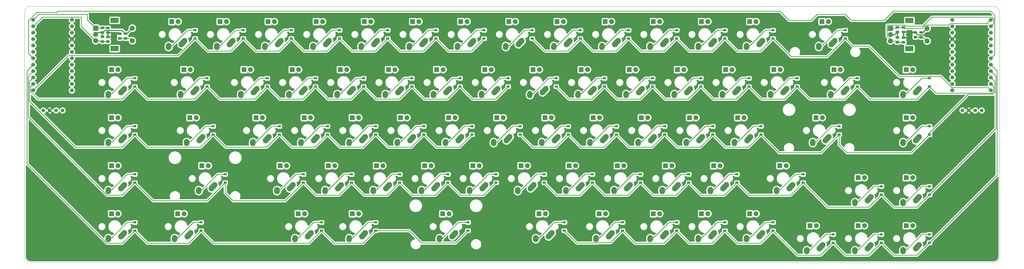
<source format=gbr>
%TF.GenerationSoftware,KiCad,Pcbnew,(5.1.9)-1*%
%TF.CreationDate,2021-05-03T17:40:34-07:00*%
%TF.ProjectId,USKB Final,55534b42-2046-4696-9e61-6c2e6b696361,rev?*%
%TF.SameCoordinates,Original*%
%TF.FileFunction,Copper,L2,Bot*%
%TF.FilePolarity,Positive*%
%FSLAX46Y46*%
G04 Gerber Fmt 4.6, Leading zero omitted, Abs format (unit mm)*
G04 Created by KiCad (PCBNEW (5.1.9)-1) date 2021-05-03 17:40:34*
%MOMM*%
%LPD*%
G01*
G04 APERTURE LIST*
%TA.AperFunction,Profile*%
%ADD10C,0.050000*%
%TD*%
%TA.AperFunction,ComponentPad*%
%ADD11R,1.905000X1.905000*%
%TD*%
%TA.AperFunction,ComponentPad*%
%ADD12C,1.905000*%
%TD*%
%TA.AperFunction,ComponentPad*%
%ADD13C,2.250000*%
%TD*%
%TA.AperFunction,ComponentPad*%
%ADD14R,2.000000X2.000000*%
%TD*%
%TA.AperFunction,ComponentPad*%
%ADD15C,2.000000*%
%TD*%
%TA.AperFunction,ComponentPad*%
%ADD16R,3.200000X2.000000*%
%TD*%
%TA.AperFunction,ComponentPad*%
%ADD17C,1.524000*%
%TD*%
%TA.AperFunction,ComponentPad*%
%ADD18C,1.397000*%
%TD*%
%TA.AperFunction,SMDPad,CuDef*%
%ADD19R,1.200000X0.900000*%
%TD*%
%TA.AperFunction,Conductor*%
%ADD20C,0.254000*%
%TD*%
%TA.AperFunction,Conductor*%
%ADD21C,0.381000*%
%TD*%
%TA.AperFunction,Conductor*%
%ADD22C,0.100000*%
%TD*%
G04 APERTURE END LIST*
D10*
X19050000Y-25400000D02*
X400050000Y-25400000D01*
X19050000Y-127000000D02*
X19843750Y-127000000D01*
X19050000Y-127000000D02*
G75*
G02*
X16668750Y-124618750I0J2381250D01*
G01*
X16668750Y-27781250D02*
X16668750Y-124618750D01*
X16668750Y-27781250D02*
G75*
G02*
X19050000Y-25400000I2381250J0D01*
G01*
X400050000Y-127000000D02*
X19843750Y-127000000D01*
X402431250Y-124618750D02*
G75*
G02*
X400050000Y-127000000I-2381250J0D01*
G01*
X402431250Y-27781250D02*
X402431250Y-124618750D01*
X400050000Y-25400000D02*
G75*
G02*
X402431250Y-27781250I0J-2381250D01*
G01*
D11*
%TO.P,K_Backspace1,4*%
%TO.N,N/C*%
X332105000Y-31432500D03*
D12*
%TO.P,K_Backspace1,3*%
X334645000Y-31432500D03*
D13*
%TO.P,K_Backspace1,1*%
%TO.N,COL6*%
X335875000Y-40512500D03*
%TA.AperFunction,ComponentPad*%
G36*
G01*
X337937772Y-38216462D02*
X337936317Y-38215155D01*
G75*
G02*
X338022345Y-39803817I-751317J-837345D01*
G01*
X336712343Y-41263817D01*
G75*
G02*
X335123681Y-41349845I-837345J751317D01*
G01*
X335123681Y-41349845D01*
G75*
G02*
X335037653Y-39761183I751317J837345D01*
G01*
X336347655Y-38301183D01*
G75*
G02*
X337936317Y-38215155I837345J-751317D01*
G01*
G37*
%TD.AperFunction*%
%TO.P,K_Backspace1,2*%
%TO.N,Net-(D_Backspace1-Pad2)*%
X330835000Y-41592500D03*
%TA.AperFunction,ComponentPad*%
G36*
G01*
X330953476Y-39890240D02*
X330952403Y-39890166D01*
G75*
G02*
X331997334Y-41089903I-77403J-1122334D01*
G01*
X331957334Y-41669903D01*
G75*
G02*
X330757597Y-42714834I-1122334J77403D01*
G01*
X330757597Y-42714834D01*
G75*
G02*
X329712666Y-41515097I77403J1122334D01*
G01*
X329752666Y-40935097D01*
G75*
G02*
X330952403Y-39890166I1122334J-77403D01*
G01*
G37*
%TD.AperFunction*%
%TD*%
D11*
%TO.P,K_Space_2,4*%
%TO.N,N/C*%
X182086250Y-107632500D03*
D12*
%TO.P,K_Space_2,3*%
X184626250Y-107632500D03*
D13*
%TO.P,K_Space_2,1*%
%TO.N,L_COL4*%
X185856250Y-116712500D03*
%TA.AperFunction,ComponentPad*%
G36*
G01*
X187919022Y-114416462D02*
X187917567Y-114415155D01*
G75*
G02*
X188003595Y-116003817I-751317J-837345D01*
G01*
X186693593Y-117463817D01*
G75*
G02*
X185104931Y-117549845I-837345J751317D01*
G01*
X185104931Y-117549845D01*
G75*
G02*
X185018903Y-115961183I751317J837345D01*
G01*
X186328905Y-114501183D01*
G75*
G02*
X187917567Y-114415155I837345J-751317D01*
G01*
G37*
%TD.AperFunction*%
%TO.P,K_Space_2,2*%
%TO.N,Net-(D_Space_2-Pad2)*%
X180816250Y-117792500D03*
%TA.AperFunction,ComponentPad*%
G36*
G01*
X180934726Y-116090240D02*
X180933653Y-116090166D01*
G75*
G02*
X181978584Y-117289903I-77403J-1122334D01*
G01*
X181938584Y-117869903D01*
G75*
G02*
X180738847Y-118914834I-1122334J77403D01*
G01*
X180738847Y-118914834D01*
G75*
G02*
X179693916Y-117715097I77403J1122334D01*
G01*
X179733916Y-117135097D01*
G75*
G02*
X180933653Y-116090166I1122334J-77403D01*
G01*
G37*
%TD.AperFunction*%
%TD*%
D11*
%TO.P,K_Space_3,4*%
%TO.N,N/C*%
X220186250Y-107632500D03*
D12*
%TO.P,K_Space_3,3*%
X222726250Y-107632500D03*
D13*
%TO.P,K_Space_3,1*%
%TO.N,COL0*%
X223956250Y-116712500D03*
%TA.AperFunction,ComponentPad*%
G36*
G01*
X226019022Y-114416462D02*
X226017567Y-114415155D01*
G75*
G02*
X226103595Y-116003817I-751317J-837345D01*
G01*
X224793593Y-117463817D01*
G75*
G02*
X223204931Y-117549845I-837345J751317D01*
G01*
X223204931Y-117549845D01*
G75*
G02*
X223118903Y-115961183I751317J837345D01*
G01*
X224428905Y-114501183D01*
G75*
G02*
X226017567Y-114415155I837345J-751317D01*
G01*
G37*
%TD.AperFunction*%
%TO.P,K_Space_3,2*%
%TO.N,Net-(D_Space_3-Pad2)*%
X218916250Y-117792500D03*
%TA.AperFunction,ComponentPad*%
G36*
G01*
X219034726Y-116090240D02*
X219033653Y-116090166D01*
G75*
G02*
X220078584Y-117289903I-77403J-1122334D01*
G01*
X220038584Y-117869903D01*
G75*
G02*
X218838847Y-118914834I-1122334J77403D01*
G01*
X218838847Y-118914834D01*
G75*
G02*
X217793916Y-117715097I77403J1122334D01*
G01*
X217833916Y-117135097D01*
G75*
G02*
X219033653Y-116090166I1122334J-77403D01*
G01*
G37*
%TD.AperFunction*%
%TD*%
%TO.P,R1,2*%
%TO.N,VCC*%
%TA.AperFunction,SMDPad,CuDef*%
G36*
G01*
X363912998Y-35039250D02*
X364813002Y-35039250D01*
G75*
G02*
X365063000Y-35289248I0J-249998D01*
G01*
X365063000Y-35814252D01*
G75*
G02*
X364813002Y-36064250I-249998J0D01*
G01*
X363912998Y-36064250D01*
G75*
G02*
X363663000Y-35814252I0J249998D01*
G01*
X363663000Y-35289248D01*
G75*
G02*
X363912998Y-35039250I249998J0D01*
G01*
G37*
%TD.AperFunction*%
%TO.P,R1,1*%
%TO.N,ROT_A*%
%TA.AperFunction,SMDPad,CuDef*%
G36*
G01*
X363912998Y-33214250D02*
X364813002Y-33214250D01*
G75*
G02*
X365063000Y-33464248I0J-249998D01*
G01*
X365063000Y-33989252D01*
G75*
G02*
X364813002Y-34239250I-249998J0D01*
G01*
X363912998Y-34239250D01*
G75*
G02*
X363663000Y-33989252I0J249998D01*
G01*
X363663000Y-33464248D01*
G75*
G02*
X363912998Y-33214250I249998J0D01*
G01*
G37*
%TD.AperFunction*%
%TD*%
%TO.P,R2,2*%
%TO.N,VCC*%
%TA.AperFunction,SMDPad,CuDef*%
G36*
G01*
X364813002Y-38303250D02*
X363912998Y-38303250D01*
G75*
G02*
X363663000Y-38053252I0J249998D01*
G01*
X363663000Y-37528248D01*
G75*
G02*
X363912998Y-37278250I249998J0D01*
G01*
X364813002Y-37278250D01*
G75*
G02*
X365063000Y-37528248I0J-249998D01*
G01*
X365063000Y-38053252D01*
G75*
G02*
X364813002Y-38303250I-249998J0D01*
G01*
G37*
%TD.AperFunction*%
%TO.P,R2,1*%
%TO.N,ROT_B*%
%TA.AperFunction,SMDPad,CuDef*%
G36*
G01*
X364813002Y-40128250D02*
X363912998Y-40128250D01*
G75*
G02*
X363663000Y-39878252I0J249998D01*
G01*
X363663000Y-39353248D01*
G75*
G02*
X363912998Y-39103250I249998J0D01*
G01*
X364813002Y-39103250D01*
G75*
G02*
X365063000Y-39353248I0J-249998D01*
G01*
X365063000Y-39878252D01*
G75*
G02*
X364813002Y-40128250I-249998J0D01*
G01*
G37*
%TD.AperFunction*%
%TD*%
%TO.P,R3,2*%
%TO.N,K_ENC*%
%TA.AperFunction,SMDPad,CuDef*%
G36*
G01*
X368611998Y-37094750D02*
X369512002Y-37094750D01*
G75*
G02*
X369762000Y-37344748I0J-249998D01*
G01*
X369762000Y-37869752D01*
G75*
G02*
X369512002Y-38119750I-249998J0D01*
G01*
X368611998Y-38119750D01*
G75*
G02*
X368362000Y-37869752I0J249998D01*
G01*
X368362000Y-37344748D01*
G75*
G02*
X368611998Y-37094750I249998J0D01*
G01*
G37*
%TD.AperFunction*%
%TO.P,R3,1*%
%TO.N,VCC*%
%TA.AperFunction,SMDPad,CuDef*%
G36*
G01*
X368611998Y-35269750D02*
X369512002Y-35269750D01*
G75*
G02*
X369762000Y-35519748I0J-249998D01*
G01*
X369762000Y-36044752D01*
G75*
G02*
X369512002Y-36294750I-249998J0D01*
G01*
X368611998Y-36294750D01*
G75*
G02*
X368362000Y-36044752I0J249998D01*
G01*
X368362000Y-35519748D01*
G75*
G02*
X368611998Y-35269750I249998J0D01*
G01*
G37*
%TD.AperFunction*%
%TD*%
%TO.P,C3,2*%
%TO.N,GND*%
%TA.AperFunction,SMDPad,CuDef*%
G36*
G01*
X371823000Y-36287250D02*
X370873000Y-36287250D01*
G75*
G02*
X370623000Y-36037250I0J250000D01*
G01*
X370623000Y-35537250D01*
G75*
G02*
X370873000Y-35287250I250000J0D01*
G01*
X371823000Y-35287250D01*
G75*
G02*
X372073000Y-35537250I0J-250000D01*
G01*
X372073000Y-36037250D01*
G75*
G02*
X371823000Y-36287250I-250000J0D01*
G01*
G37*
%TD.AperFunction*%
%TO.P,C3,1*%
%TO.N,K_ENC*%
%TA.AperFunction,SMDPad,CuDef*%
G36*
G01*
X371823000Y-38187250D02*
X370873000Y-38187250D01*
G75*
G02*
X370623000Y-37937250I0J250000D01*
G01*
X370623000Y-37437250D01*
G75*
G02*
X370873000Y-37187250I250000J0D01*
G01*
X371823000Y-37187250D01*
G75*
G02*
X372073000Y-37437250I0J-250000D01*
G01*
X372073000Y-37937250D01*
G75*
G02*
X371823000Y-38187250I-250000J0D01*
G01*
G37*
%TD.AperFunction*%
%TD*%
%TO.P,C2,2*%
%TO.N,ROT_B*%
%TA.AperFunction,SMDPad,CuDef*%
G36*
G01*
X361475000Y-39153250D02*
X362425000Y-39153250D01*
G75*
G02*
X362675000Y-39403250I0J-250000D01*
G01*
X362675000Y-39903250D01*
G75*
G02*
X362425000Y-40153250I-250000J0D01*
G01*
X361475000Y-40153250D01*
G75*
G02*
X361225000Y-39903250I0J250000D01*
G01*
X361225000Y-39403250D01*
G75*
G02*
X361475000Y-39153250I250000J0D01*
G01*
G37*
%TD.AperFunction*%
%TO.P,C2,1*%
%TO.N,GND*%
%TA.AperFunction,SMDPad,CuDef*%
G36*
G01*
X361475000Y-37253250D02*
X362425000Y-37253250D01*
G75*
G02*
X362675000Y-37503250I0J-250000D01*
G01*
X362675000Y-38003250D01*
G75*
G02*
X362425000Y-38253250I-250000J0D01*
G01*
X361475000Y-38253250D01*
G75*
G02*
X361225000Y-38003250I0J250000D01*
G01*
X361225000Y-37503250D01*
G75*
G02*
X361475000Y-37253250I250000J0D01*
G01*
G37*
%TD.AperFunction*%
%TD*%
%TO.P,C1,2*%
%TO.N,ROT_A*%
%TA.AperFunction,SMDPad,CuDef*%
G36*
G01*
X362425000Y-34189250D02*
X361475000Y-34189250D01*
G75*
G02*
X361225000Y-33939250I0J250000D01*
G01*
X361225000Y-33439250D01*
G75*
G02*
X361475000Y-33189250I250000J0D01*
G01*
X362425000Y-33189250D01*
G75*
G02*
X362675000Y-33439250I0J-250000D01*
G01*
X362675000Y-33939250D01*
G75*
G02*
X362425000Y-34189250I-250000J0D01*
G01*
G37*
%TD.AperFunction*%
%TO.P,C1,1*%
%TO.N,GND*%
%TA.AperFunction,SMDPad,CuDef*%
G36*
G01*
X362425000Y-36089250D02*
X361475000Y-36089250D01*
G75*
G02*
X361225000Y-35839250I0J250000D01*
G01*
X361225000Y-35339250D01*
G75*
G02*
X361475000Y-35089250I250000J0D01*
G01*
X362425000Y-35089250D01*
G75*
G02*
X362675000Y-35339250I0J-250000D01*
G01*
X362675000Y-35839250D01*
G75*
G02*
X362425000Y-36089250I-250000J0D01*
G01*
G37*
%TD.AperFunction*%
%TD*%
D14*
%TO.P,ENC1,A*%
%TO.N,ROT_A*%
X359187750Y-34131250D03*
D15*
%TO.P,ENC1,C*%
%TO.N,GND*%
X359187750Y-36631250D03*
%TO.P,ENC1,B*%
%TO.N,ROT_B*%
X359187750Y-39131250D03*
D16*
%TO.P,ENC1,MP*%
%TO.N,N/C*%
X366687750Y-31031250D03*
X366687750Y-42231250D03*
D15*
%TO.P,ENC1,S2*%
%TO.N,GND*%
X373687750Y-34131250D03*
%TO.P,ENC1,S1*%
%TO.N,K_ENC*%
X373687750Y-39131250D03*
%TD*%
D11*
%TO.P,K_Space_4,4*%
%TO.N,N/C*%
X243998750Y-107632500D03*
D12*
%TO.P,K_Space_4,3*%
X246538750Y-107632500D03*
D13*
%TO.P,K_Space_4,1*%
%TO.N,COL1*%
X247768750Y-116712500D03*
%TA.AperFunction,ComponentPad*%
G36*
G01*
X249831522Y-114416462D02*
X249830067Y-114415155D01*
G75*
G02*
X249916095Y-116003817I-751317J-837345D01*
G01*
X248606093Y-117463817D01*
G75*
G02*
X247017431Y-117549845I-837345J751317D01*
G01*
X247017431Y-117549845D01*
G75*
G02*
X246931403Y-115961183I751317J837345D01*
G01*
X248241405Y-114501183D01*
G75*
G02*
X249830067Y-114415155I837345J-751317D01*
G01*
G37*
%TD.AperFunction*%
%TO.P,K_Space_4,2*%
%TO.N,Net-(D_Space_4-Pad2)*%
X242728750Y-117792500D03*
%TA.AperFunction,ComponentPad*%
G36*
G01*
X242847226Y-116090240D02*
X242846153Y-116090166D01*
G75*
G02*
X243891084Y-117289903I-77403J-1122334D01*
G01*
X243851084Y-117869903D01*
G75*
G02*
X242651347Y-118914834I-1122334J77403D01*
G01*
X242651347Y-118914834D01*
G75*
G02*
X241606416Y-117715097I77403J1122334D01*
G01*
X241646416Y-117135097D01*
G75*
G02*
X242846153Y-116090166I1122334J-77403D01*
G01*
G37*
%TD.AperFunction*%
%TD*%
D11*
%TO.P,K_Space1,4*%
%TO.N,N/C*%
X146367500Y-107632500D03*
D12*
%TO.P,K_Space1,3*%
X148907500Y-107632500D03*
D13*
%TO.P,K_Space1,1*%
%TO.N,L_COL3*%
X150137500Y-116712500D03*
%TA.AperFunction,ComponentPad*%
G36*
G01*
X152200272Y-114416462D02*
X152198817Y-114415155D01*
G75*
G02*
X152284845Y-116003817I-751317J-837345D01*
G01*
X150974843Y-117463817D01*
G75*
G02*
X149386181Y-117549845I-837345J751317D01*
G01*
X149386181Y-117549845D01*
G75*
G02*
X149300153Y-115961183I751317J837345D01*
G01*
X150610155Y-114501183D01*
G75*
G02*
X152198817Y-114415155I837345J-751317D01*
G01*
G37*
%TD.AperFunction*%
%TO.P,K_Space1,2*%
%TO.N,Net-(D_Space1-Pad2)*%
X145097500Y-117792500D03*
%TA.AperFunction,ComponentPad*%
G36*
G01*
X145215976Y-116090240D02*
X145214903Y-116090166D01*
G75*
G02*
X146259834Y-117289903I-77403J-1122334D01*
G01*
X146219834Y-117869903D01*
G75*
G02*
X145020097Y-118914834I-1122334J77403D01*
G01*
X145020097Y-118914834D01*
G75*
G02*
X143975166Y-117715097I77403J1122334D01*
G01*
X144015166Y-117135097D01*
G75*
G02*
X145214903Y-116090166I1122334J-77403D01*
G01*
G37*
%TD.AperFunction*%
%TD*%
D17*
%TO.P,U1,24*%
%TO.N,Net-(U1-Pad24)*%
X383710150Y-30765750D03*
%TO.P,U1,23*%
%TO.N,GND*%
X383710150Y-33305750D03*
%TO.P,U1,22*%
%TO.N,RESET*%
X383710150Y-35845750D03*
%TO.P,U1,21*%
%TO.N,VCC*%
X383710150Y-38385750D03*
%TO.P,U1,20*%
%TO.N,COL0*%
X383710150Y-40925750D03*
%TO.P,U1,19*%
%TO.N,COL1*%
X383710150Y-43465750D03*
%TO.P,U1,18*%
%TO.N,COL2*%
X383710150Y-46005750D03*
%TO.P,U1,17*%
%TO.N,COL3*%
X383710150Y-48545750D03*
%TO.P,U1,16*%
%TO.N,COL4*%
X383710150Y-51085750D03*
%TO.P,U1,15*%
%TO.N,COL5*%
X383710150Y-53625750D03*
%TO.P,U1,14*%
%TO.N,COL6*%
X383710150Y-56165750D03*
%TO.P,U1,13*%
%TO.N,COL7*%
X383710150Y-58705750D03*
%TO.P,U1,12*%
%TO.N,ROW0*%
X398930150Y-58705750D03*
%TO.P,U1,11*%
%TO.N,ROW1*%
X398930150Y-56165750D03*
%TO.P,U1,10*%
%TO.N,ROW2*%
X398930150Y-53625750D03*
%TO.P,U1,9*%
%TO.N,ROW3*%
X398930150Y-51085750D03*
%TO.P,U1,8*%
%TO.N,ROW4*%
X398930150Y-48545750D03*
%TO.P,U1,7*%
%TO.N,DATA*%
X398930150Y-46005750D03*
%TO.P,U1,6*%
%TO.N,SCL*%
X398930150Y-43465750D03*
%TO.P,U1,5*%
%TO.N,SDA*%
X398930150Y-40925750D03*
%TO.P,U1,4*%
%TO.N,GND*%
X398930150Y-38385750D03*
%TO.P,U1,3*%
X398930150Y-35845750D03*
%TO.P,U1,2*%
%TO.N,ROT_B*%
X398930150Y-33305750D03*
%TO.P,U1,1*%
%TO.N,ROT_A*%
X398930150Y-30765750D03*
%TD*%
%TO.P,L_U1,24*%
%TO.N,Net-(L_U1-Pad24)*%
X35412650Y-30765750D03*
%TO.P,L_U1,23*%
%TO.N,GND*%
X35412650Y-33305750D03*
%TO.P,L_U1,22*%
%TO.N,L_RESET*%
X35412650Y-35845750D03*
%TO.P,L_U1,21*%
%TO.N,VCC*%
X35412650Y-38385750D03*
%TO.P,L_U1,20*%
%TO.N,L_COL7*%
X35412650Y-40925750D03*
%TO.P,L_U1,19*%
%TO.N,L_COL6*%
X35412650Y-43465750D03*
%TO.P,L_U1,18*%
%TO.N,L_COL5*%
X35412650Y-46005750D03*
%TO.P,L_U1,17*%
%TO.N,L_COL4*%
X35412650Y-48545750D03*
%TO.P,L_U1,16*%
%TO.N,L_COL3*%
X35412650Y-51085750D03*
%TO.P,L_U1,15*%
%TO.N,L_COL2*%
X35412650Y-53625750D03*
%TO.P,L_U1,14*%
%TO.N,L_COL1*%
X35412650Y-56165750D03*
%TO.P,L_U1,13*%
%TO.N,L_COL0*%
X35412650Y-58705750D03*
%TO.P,L_U1,12*%
%TO.N,L_ROW0*%
X20152650Y-58705750D03*
%TO.P,L_U1,11*%
%TO.N,L_ROW1*%
X20152650Y-56165750D03*
%TO.P,L_U1,10*%
%TO.N,L_ROW2*%
X20152650Y-53625750D03*
%TO.P,L_U1,9*%
%TO.N,L_ROW3*%
X20152650Y-51085750D03*
%TO.P,L_U1,8*%
%TO.N,L_ROW4*%
X20152650Y-48545750D03*
%TO.P,L_U1,7*%
%TO.N,DATA*%
X20152650Y-46005750D03*
%TO.P,L_U1,6*%
%TO.N,L_SCL*%
X20152650Y-43465750D03*
%TO.P,L_U1,5*%
%TO.N,L_SDA*%
X20152650Y-40925750D03*
%TO.P,L_U1,4*%
%TO.N,GND*%
X20152650Y-38385750D03*
%TO.P,L_U1,3*%
X20152650Y-35845750D03*
%TO.P,L_U1,2*%
%TO.N,L_ROT_B*%
X20152650Y-33305750D03*
%TO.P,L_U1,1*%
%TO.N,L_ROT_A*%
X20152650Y-30765750D03*
%TD*%
D11*
%TO.P,K_Caps1,4*%
%TO.N,N/C*%
X82073750Y-69532500D03*
D12*
%TO.P,K_Caps1,3*%
X84613750Y-69532500D03*
D13*
%TO.P,K_Caps1,1*%
%TO.N,L_COL1*%
X85843750Y-78612500D03*
%TA.AperFunction,ComponentPad*%
G36*
G01*
X87906522Y-76316462D02*
X87905067Y-76315155D01*
G75*
G02*
X87991095Y-77903817I-751317J-837345D01*
G01*
X86681093Y-79363817D01*
G75*
G02*
X85092431Y-79449845I-837345J751317D01*
G01*
X85092431Y-79449845D01*
G75*
G02*
X85006403Y-77861183I751317J837345D01*
G01*
X86316405Y-76401183D01*
G75*
G02*
X87905067Y-76315155I837345J-751317D01*
G01*
G37*
%TD.AperFunction*%
%TO.P,K_Caps1,2*%
%TO.N,Net-(D_Caps1-Pad2)*%
X80803750Y-79692500D03*
%TA.AperFunction,ComponentPad*%
G36*
G01*
X80922226Y-77990240D02*
X80921153Y-77990166D01*
G75*
G02*
X81966084Y-79189903I-77403J-1122334D01*
G01*
X81926084Y-79769903D01*
G75*
G02*
X80726347Y-80814834I-1122334J77403D01*
G01*
X80726347Y-80814834D01*
G75*
G02*
X79681416Y-79615097I77403J1122334D01*
G01*
X79721416Y-79035097D01*
G75*
G02*
X80921153Y-77990166I1122334J-77403D01*
G01*
G37*
%TD.AperFunction*%
%TD*%
D11*
%TO.P,K_Shift2,4*%
%TO.N,N/C*%
X315436250Y-88582500D03*
D12*
%TO.P,K_Shift2,3*%
X317976250Y-88582500D03*
D13*
%TO.P,K_Shift2,1*%
%TO.N,COL5*%
X319206250Y-97662500D03*
%TA.AperFunction,ComponentPad*%
G36*
G01*
X321269022Y-95366462D02*
X321267567Y-95365155D01*
G75*
G02*
X321353595Y-96953817I-751317J-837345D01*
G01*
X320043593Y-98413817D01*
G75*
G02*
X318454931Y-98499845I-837345J751317D01*
G01*
X318454931Y-98499845D01*
G75*
G02*
X318368903Y-96911183I751317J837345D01*
G01*
X319678905Y-95451183D01*
G75*
G02*
X321267567Y-95365155I837345J-751317D01*
G01*
G37*
%TD.AperFunction*%
%TO.P,K_Shift2,2*%
%TO.N,Net-(D_Shift2-Pad2)*%
X314166250Y-98742500D03*
%TA.AperFunction,ComponentPad*%
G36*
G01*
X314284726Y-97040240D02*
X314283653Y-97040166D01*
G75*
G02*
X315328584Y-98239903I-77403J-1122334D01*
G01*
X315288584Y-98819903D01*
G75*
G02*
X314088847Y-99864834I-1122334J77403D01*
G01*
X314088847Y-99864834D01*
G75*
G02*
X313043916Y-98665097I77403J1122334D01*
G01*
X313083916Y-98085097D01*
G75*
G02*
X314283653Y-97040166I1122334J-77403D01*
G01*
G37*
%TD.AperFunction*%
%TD*%
%TO.P,R6,2*%
%TO.N,L_K_ENC*%
%TA.AperFunction,SMDPad,CuDef*%
G36*
G01*
X53905998Y-37579250D02*
X54806002Y-37579250D01*
G75*
G02*
X55056000Y-37829248I0J-249998D01*
G01*
X55056000Y-38354252D01*
G75*
G02*
X54806002Y-38604250I-249998J0D01*
G01*
X53905998Y-38604250D01*
G75*
G02*
X53656000Y-38354252I0J249998D01*
G01*
X53656000Y-37829248D01*
G75*
G02*
X53905998Y-37579250I249998J0D01*
G01*
G37*
%TD.AperFunction*%
%TO.P,R6,1*%
%TO.N,VCC*%
%TA.AperFunction,SMDPad,CuDef*%
G36*
G01*
X53905998Y-35754250D02*
X54806002Y-35754250D01*
G75*
G02*
X55056000Y-36004248I0J-249998D01*
G01*
X55056000Y-36529252D01*
G75*
G02*
X54806002Y-36779250I-249998J0D01*
G01*
X53905998Y-36779250D01*
G75*
G02*
X53656000Y-36529252I0J249998D01*
G01*
X53656000Y-36004248D01*
G75*
G02*
X53905998Y-35754250I249998J0D01*
G01*
G37*
%TD.AperFunction*%
%TD*%
%TO.P,R5,2*%
%TO.N,VCC*%
%TA.AperFunction,SMDPad,CuDef*%
G36*
G01*
X50101922Y-38044170D02*
X49201918Y-38044170D01*
G75*
G02*
X48951920Y-37794172I0J249998D01*
G01*
X48951920Y-37269168D01*
G75*
G02*
X49201918Y-37019170I249998J0D01*
G01*
X50101922Y-37019170D01*
G75*
G02*
X50351920Y-37269168I0J-249998D01*
G01*
X50351920Y-37794172D01*
G75*
G02*
X50101922Y-38044170I-249998J0D01*
G01*
G37*
%TD.AperFunction*%
%TO.P,R5,1*%
%TO.N,L_ROT_B*%
%TA.AperFunction,SMDPad,CuDef*%
G36*
G01*
X50101922Y-39869170D02*
X49201918Y-39869170D01*
G75*
G02*
X48951920Y-39619172I0J249998D01*
G01*
X48951920Y-39094168D01*
G75*
G02*
X49201918Y-38844170I249998J0D01*
G01*
X50101922Y-38844170D01*
G75*
G02*
X50351920Y-39094168I0J-249998D01*
G01*
X50351920Y-39619172D01*
G75*
G02*
X50101922Y-39869170I-249998J0D01*
G01*
G37*
%TD.AperFunction*%
%TD*%
%TO.P,R4,2*%
%TO.N,VCC*%
%TA.AperFunction,SMDPad,CuDef*%
G36*
G01*
X49201918Y-35267850D02*
X50101922Y-35267850D01*
G75*
G02*
X50351920Y-35517848I0J-249998D01*
G01*
X50351920Y-36042852D01*
G75*
G02*
X50101922Y-36292850I-249998J0D01*
G01*
X49201918Y-36292850D01*
G75*
G02*
X48951920Y-36042852I0J249998D01*
G01*
X48951920Y-35517848D01*
G75*
G02*
X49201918Y-35267850I249998J0D01*
G01*
G37*
%TD.AperFunction*%
%TO.P,R4,1*%
%TO.N,L_ROT_A*%
%TA.AperFunction,SMDPad,CuDef*%
G36*
G01*
X49201918Y-33442850D02*
X50101922Y-33442850D01*
G75*
G02*
X50351920Y-33692848I0J-249998D01*
G01*
X50351920Y-34217852D01*
G75*
G02*
X50101922Y-34467850I-249998J0D01*
G01*
X49201918Y-34467850D01*
G75*
G02*
X48951920Y-34217852I0J249998D01*
G01*
X48951920Y-33692848D01*
G75*
G02*
X49201918Y-33442850I249998J0D01*
G01*
G37*
%TD.AperFunction*%
%TD*%
D18*
%TO.P,OL1,4*%
%TO.N,GND*%
X387667500Y-66675000D03*
%TO.P,OL1,3*%
%TO.N,VCC*%
X390207500Y-66675000D03*
%TO.P,OL1,2*%
%TO.N,SCL*%
X392747500Y-66675000D03*
%TO.P,OL1,1*%
%TO.N,SDA*%
X395287500Y-66675000D03*
%TD*%
%TO.P,L_OL1,4*%
%TO.N,GND*%
X24130000Y-66675000D03*
%TO.P,L_OL1,3*%
%TO.N,VCC*%
X26670000Y-66675000D03*
%TO.P,L_OL1,2*%
%TO.N,L_SCL*%
X29210000Y-66675000D03*
%TO.P,L_OL1,1*%
%TO.N,L_SDA*%
X31750000Y-66675000D03*
%TD*%
D14*
%TO.P,L_ENC1,A*%
%TO.N,L_ROT_A*%
X44831000Y-34036000D03*
D15*
%TO.P,L_ENC1,C*%
%TO.N,GND*%
X44831000Y-36536000D03*
%TO.P,L_ENC1,B*%
%TO.N,L_ROT_B*%
X44831000Y-39036000D03*
D16*
%TO.P,L_ENC1,MP*%
%TO.N,N/C*%
X52331000Y-30936000D03*
X52331000Y-42136000D03*
D15*
%TO.P,L_ENC1,S2*%
%TO.N,GND*%
X59331000Y-34036000D03*
%TO.P,L_ENC1,S1*%
%TO.N,L_K_ENC*%
X59331000Y-39036000D03*
%TD*%
D11*
%TO.P,K_Z1,4*%
%TO.N,N/C*%
X117792500Y-88582500D03*
D12*
%TO.P,K_Z1,3*%
X120332500Y-88582500D03*
D13*
%TO.P,K_Z1,1*%
%TO.N,L_COL2*%
X121562500Y-97662500D03*
%TA.AperFunction,ComponentPad*%
G36*
G01*
X123625272Y-95366462D02*
X123623817Y-95365155D01*
G75*
G02*
X123709845Y-96953817I-751317J-837345D01*
G01*
X122399843Y-98413817D01*
G75*
G02*
X120811181Y-98499845I-837345J751317D01*
G01*
X120811181Y-98499845D01*
G75*
G02*
X120725153Y-96911183I751317J837345D01*
G01*
X122035155Y-95451183D01*
G75*
G02*
X123623817Y-95365155I837345J-751317D01*
G01*
G37*
%TD.AperFunction*%
%TO.P,K_Z1,2*%
%TO.N,Net-(D_Z1-Pad2)*%
X116522500Y-98742500D03*
%TA.AperFunction,ComponentPad*%
G36*
G01*
X116640976Y-97040240D02*
X116639903Y-97040166D01*
G75*
G02*
X117684834Y-98239903I-77403J-1122334D01*
G01*
X117644834Y-98819903D01*
G75*
G02*
X116445097Y-99864834I-1122334J77403D01*
G01*
X116445097Y-99864834D01*
G75*
G02*
X115400166Y-98665097I77403J1122334D01*
G01*
X115440166Y-98085097D01*
G75*
G02*
X116639903Y-97040166I1122334J-77403D01*
G01*
G37*
%TD.AperFunction*%
%TD*%
D11*
%TO.P,K_Y1,4*%
%TO.N,N/C*%
X198755000Y-50482500D03*
D12*
%TO.P,K_Y1,3*%
X201295000Y-50482500D03*
D13*
%TO.P,K_Y1,1*%
%TO.N,L_COL7*%
X202525000Y-59562500D03*
%TA.AperFunction,ComponentPad*%
G36*
G01*
X204587772Y-57266462D02*
X204586317Y-57265155D01*
G75*
G02*
X204672345Y-58853817I-751317J-837345D01*
G01*
X203362343Y-60313817D01*
G75*
G02*
X201773681Y-60399845I-837345J751317D01*
G01*
X201773681Y-60399845D01*
G75*
G02*
X201687653Y-58811183I751317J837345D01*
G01*
X202997655Y-57351183D01*
G75*
G02*
X204586317Y-57265155I837345J-751317D01*
G01*
G37*
%TD.AperFunction*%
%TO.P,K_Y1,2*%
%TO.N,Net-(D_Y1-Pad2)*%
X197485000Y-60642500D03*
%TA.AperFunction,ComponentPad*%
G36*
G01*
X197603476Y-58940240D02*
X197602403Y-58940166D01*
G75*
G02*
X198647334Y-60139903I-77403J-1122334D01*
G01*
X198607334Y-60719903D01*
G75*
G02*
X197407597Y-61764834I-1122334J77403D01*
G01*
X197407597Y-61764834D01*
G75*
G02*
X196362666Y-60565097I77403J1122334D01*
G01*
X196402666Y-59985097D01*
G75*
G02*
X197602403Y-58940166I1122334J-77403D01*
G01*
G37*
%TD.AperFunction*%
%TD*%
D11*
%TO.P,K_X1,4*%
%TO.N,N/C*%
X136842500Y-88582500D03*
D12*
%TO.P,K_X1,3*%
X139382500Y-88582500D03*
D13*
%TO.P,K_X1,1*%
%TO.N,L_COL3*%
X140612500Y-97662500D03*
%TA.AperFunction,ComponentPad*%
G36*
G01*
X142675272Y-95366462D02*
X142673817Y-95365155D01*
G75*
G02*
X142759845Y-96953817I-751317J-837345D01*
G01*
X141449843Y-98413817D01*
G75*
G02*
X139861181Y-98499845I-837345J751317D01*
G01*
X139861181Y-98499845D01*
G75*
G02*
X139775153Y-96911183I751317J837345D01*
G01*
X141085155Y-95451183D01*
G75*
G02*
X142673817Y-95365155I837345J-751317D01*
G01*
G37*
%TD.AperFunction*%
%TO.P,K_X1,2*%
%TO.N,Net-(D_X1-Pad2)*%
X135572500Y-98742500D03*
%TA.AperFunction,ComponentPad*%
G36*
G01*
X135690976Y-97040240D02*
X135689903Y-97040166D01*
G75*
G02*
X136734834Y-98239903I-77403J-1122334D01*
G01*
X136694834Y-98819903D01*
G75*
G02*
X135495097Y-99864834I-1122334J77403D01*
G01*
X135495097Y-99864834D01*
G75*
G02*
X134450166Y-98665097I77403J1122334D01*
G01*
X134490166Y-98085097D01*
G75*
G02*
X135689903Y-97040166I1122334J-77403D01*
G01*
G37*
%TD.AperFunction*%
%TD*%
D11*
%TO.P,K_Win1,4*%
%TO.N,N/C*%
X365442500Y-93345000D03*
D12*
%TO.P,K_Win1,3*%
X367982500Y-93345000D03*
D13*
%TO.P,K_Win1,1*%
%TO.N,COL7*%
X369212500Y-102425000D03*
%TA.AperFunction,ComponentPad*%
G36*
G01*
X371275272Y-100128962D02*
X371273817Y-100127655D01*
G75*
G02*
X371359845Y-101716317I-751317J-837345D01*
G01*
X370049843Y-103176317D01*
G75*
G02*
X368461181Y-103262345I-837345J751317D01*
G01*
X368461181Y-103262345D01*
G75*
G02*
X368375153Y-101673683I751317J837345D01*
G01*
X369685155Y-100213683D01*
G75*
G02*
X371273817Y-100127655I837345J-751317D01*
G01*
G37*
%TD.AperFunction*%
%TO.P,K_Win1,2*%
%TO.N,Net-(D_Win1-Pad2)*%
X364172500Y-103505000D03*
%TA.AperFunction,ComponentPad*%
G36*
G01*
X364290976Y-101802740D02*
X364289903Y-101802666D01*
G75*
G02*
X365334834Y-103002403I-77403J-1122334D01*
G01*
X365294834Y-103582403D01*
G75*
G02*
X364095097Y-104627334I-1122334J77403D01*
G01*
X364095097Y-104627334D01*
G75*
G02*
X363050166Y-103427597I77403J1122334D01*
G01*
X363090166Y-102847597D01*
G75*
G02*
X364289903Y-101802666I1122334J-77403D01*
G01*
G37*
%TD.AperFunction*%
%TD*%
D11*
%TO.P,K_W1,4*%
%TO.N,N/C*%
X122555000Y-50482500D03*
D12*
%TO.P,K_W1,3*%
X125095000Y-50482500D03*
D13*
%TO.P,K_W1,1*%
%TO.N,L_COL3*%
X126325000Y-59562500D03*
%TA.AperFunction,ComponentPad*%
G36*
G01*
X128387772Y-57266462D02*
X128386317Y-57265155D01*
G75*
G02*
X128472345Y-58853817I-751317J-837345D01*
G01*
X127162343Y-60313817D01*
G75*
G02*
X125573681Y-60399845I-837345J751317D01*
G01*
X125573681Y-60399845D01*
G75*
G02*
X125487653Y-58811183I751317J837345D01*
G01*
X126797655Y-57351183D01*
G75*
G02*
X128386317Y-57265155I837345J-751317D01*
G01*
G37*
%TD.AperFunction*%
%TO.P,K_W1,2*%
%TO.N,Net-(D_W1-Pad2)*%
X121285000Y-60642500D03*
%TA.AperFunction,ComponentPad*%
G36*
G01*
X121403476Y-58940240D02*
X121402403Y-58940166D01*
G75*
G02*
X122447334Y-60139903I-77403J-1122334D01*
G01*
X122407334Y-60719903D01*
G75*
G02*
X121207597Y-61764834I-1122334J77403D01*
G01*
X121207597Y-61764834D01*
G75*
G02*
X120162666Y-60565097I77403J1122334D01*
G01*
X120202666Y-59985097D01*
G75*
G02*
X121402403Y-58940166I1122334J-77403D01*
G01*
G37*
%TD.AperFunction*%
%TD*%
D11*
%TO.P,K_V1,4*%
%TO.N,N/C*%
X174942500Y-88582500D03*
D12*
%TO.P,K_V1,3*%
X177482500Y-88582500D03*
D13*
%TO.P,K_V1,1*%
%TO.N,L_COL5*%
X178712500Y-97662500D03*
%TA.AperFunction,ComponentPad*%
G36*
G01*
X180775272Y-95366462D02*
X180773817Y-95365155D01*
G75*
G02*
X180859845Y-96953817I-751317J-837345D01*
G01*
X179549843Y-98413817D01*
G75*
G02*
X177961181Y-98499845I-837345J751317D01*
G01*
X177961181Y-98499845D01*
G75*
G02*
X177875153Y-96911183I751317J837345D01*
G01*
X179185155Y-95451183D01*
G75*
G02*
X180773817Y-95365155I837345J-751317D01*
G01*
G37*
%TD.AperFunction*%
%TO.P,K_V1,2*%
%TO.N,Net-(D_V1-Pad2)*%
X173672500Y-98742500D03*
%TA.AperFunction,ComponentPad*%
G36*
G01*
X173790976Y-97040240D02*
X173789903Y-97040166D01*
G75*
G02*
X174834834Y-98239903I-77403J-1122334D01*
G01*
X174794834Y-98819903D01*
G75*
G02*
X173595097Y-99864834I-1122334J77403D01*
G01*
X173595097Y-99864834D01*
G75*
G02*
X172550166Y-98665097I77403J1122334D01*
G01*
X172590166Y-98085097D01*
G75*
G02*
X173789903Y-97040166I1122334J-77403D01*
G01*
G37*
%TD.AperFunction*%
%TD*%
D11*
%TO.P,K_UArrow1,4*%
%TO.N,N/C*%
X346392500Y-93345000D03*
D12*
%TO.P,K_UArrow1,3*%
X348932500Y-93345000D03*
D13*
%TO.P,K_UArrow1,1*%
%TO.N,COL6*%
X350162500Y-102425000D03*
%TA.AperFunction,ComponentPad*%
G36*
G01*
X352225272Y-100128962D02*
X352223817Y-100127655D01*
G75*
G02*
X352309845Y-101716317I-751317J-837345D01*
G01*
X350999843Y-103176317D01*
G75*
G02*
X349411181Y-103262345I-837345J751317D01*
G01*
X349411181Y-103262345D01*
G75*
G02*
X349325153Y-101673683I751317J837345D01*
G01*
X350635155Y-100213683D01*
G75*
G02*
X352223817Y-100127655I837345J-751317D01*
G01*
G37*
%TD.AperFunction*%
%TO.P,K_UArrow1,2*%
%TO.N,Net-(D_UArrow1-Pad2)*%
X345122500Y-103505000D03*
%TA.AperFunction,ComponentPad*%
G36*
G01*
X345240976Y-101802740D02*
X345239903Y-101802666D01*
G75*
G02*
X346284834Y-103002403I-77403J-1122334D01*
G01*
X346244834Y-103582403D01*
G75*
G02*
X345045097Y-104627334I-1122334J77403D01*
G01*
X345045097Y-104627334D01*
G75*
G02*
X344000166Y-103427597I77403J1122334D01*
G01*
X344040166Y-102847597D01*
G75*
G02*
X345239903Y-101802666I1122334J-77403D01*
G01*
G37*
%TD.AperFunction*%
%TD*%
D11*
%TO.P,K_U1,4*%
%TO.N,N/C*%
X217805000Y-50482500D03*
D12*
%TO.P,K_U1,3*%
X220345000Y-50482500D03*
D13*
%TO.P,K_U1,1*%
%TO.N,COL0*%
X221575000Y-59562500D03*
%TA.AperFunction,ComponentPad*%
G36*
G01*
X223637772Y-57266462D02*
X223636317Y-57265155D01*
G75*
G02*
X223722345Y-58853817I-751317J-837345D01*
G01*
X222412343Y-60313817D01*
G75*
G02*
X220823681Y-60399845I-837345J751317D01*
G01*
X220823681Y-60399845D01*
G75*
G02*
X220737653Y-58811183I751317J837345D01*
G01*
X222047655Y-57351183D01*
G75*
G02*
X223636317Y-57265155I837345J-751317D01*
G01*
G37*
%TD.AperFunction*%
%TO.P,K_U1,2*%
%TO.N,Net-(D_U1-Pad2)*%
X216535000Y-60642500D03*
%TA.AperFunction,ComponentPad*%
G36*
G01*
X216653476Y-58940240D02*
X216652403Y-58940166D01*
G75*
G02*
X217697334Y-60139903I-77403J-1122334D01*
G01*
X217657334Y-60719903D01*
G75*
G02*
X216457597Y-61764834I-1122334J77403D01*
G01*
X216457597Y-61764834D01*
G75*
G02*
X215412666Y-60565097I77403J1122334D01*
G01*
X215452666Y-59985097D01*
G75*
G02*
X216652403Y-58940166I1122334J-77403D01*
G01*
G37*
%TD.AperFunction*%
%TD*%
D11*
%TO.P,K_Tab1,4*%
%TO.N,N/C*%
X79692500Y-50482500D03*
D12*
%TO.P,K_Tab1,3*%
X82232500Y-50482500D03*
D13*
%TO.P,K_Tab1,1*%
%TO.N,L_COL1*%
X83462500Y-59562500D03*
%TA.AperFunction,ComponentPad*%
G36*
G01*
X85525272Y-57266462D02*
X85523817Y-57265155D01*
G75*
G02*
X85609845Y-58853817I-751317J-837345D01*
G01*
X84299843Y-60313817D01*
G75*
G02*
X82711181Y-60399845I-837345J751317D01*
G01*
X82711181Y-60399845D01*
G75*
G02*
X82625153Y-58811183I751317J837345D01*
G01*
X83935155Y-57351183D01*
G75*
G02*
X85523817Y-57265155I837345J-751317D01*
G01*
G37*
%TD.AperFunction*%
%TO.P,K_Tab1,2*%
%TO.N,Net-(D_Tab1-Pad2)*%
X78422500Y-60642500D03*
%TA.AperFunction,ComponentPad*%
G36*
G01*
X78540976Y-58940240D02*
X78539903Y-58940166D01*
G75*
G02*
X79584834Y-60139903I-77403J-1122334D01*
G01*
X79544834Y-60719903D01*
G75*
G02*
X78345097Y-61764834I-1122334J77403D01*
G01*
X78345097Y-61764834D01*
G75*
G02*
X77300166Y-60565097I77403J1122334D01*
G01*
X77340166Y-59985097D01*
G75*
G02*
X78539903Y-58940166I1122334J-77403D01*
G01*
G37*
%TD.AperFunction*%
%TD*%
D11*
%TO.P,K_T1,4*%
%TO.N,N/C*%
X179705000Y-50482500D03*
D12*
%TO.P,K_T1,3*%
X182245000Y-50482500D03*
D13*
%TO.P,K_T1,1*%
%TO.N,L_COL6*%
X183475000Y-59562500D03*
%TA.AperFunction,ComponentPad*%
G36*
G01*
X185537772Y-57266462D02*
X185536317Y-57265155D01*
G75*
G02*
X185622345Y-58853817I-751317J-837345D01*
G01*
X184312343Y-60313817D01*
G75*
G02*
X182723681Y-60399845I-837345J751317D01*
G01*
X182723681Y-60399845D01*
G75*
G02*
X182637653Y-58811183I751317J837345D01*
G01*
X183947655Y-57351183D01*
G75*
G02*
X185536317Y-57265155I837345J-751317D01*
G01*
G37*
%TD.AperFunction*%
%TO.P,K_T1,2*%
%TO.N,Net-(D_T1-Pad2)*%
X178435000Y-60642500D03*
%TA.AperFunction,ComponentPad*%
G36*
G01*
X178553476Y-58940240D02*
X178552403Y-58940166D01*
G75*
G02*
X179597334Y-60139903I-77403J-1122334D01*
G01*
X179557334Y-60719903D01*
G75*
G02*
X178357597Y-61764834I-1122334J77403D01*
G01*
X178357597Y-61764834D01*
G75*
G02*
X177312666Y-60565097I77403J1122334D01*
G01*
X177352666Y-59985097D01*
G75*
G02*
X178552403Y-58940166I1122334J-77403D01*
G01*
G37*
%TD.AperFunction*%
%TD*%
D11*
%TO.P,K_Slash1,4*%
%TO.N,N/C*%
X289242500Y-88582500D03*
D12*
%TO.P,K_Slash1,3*%
X291782500Y-88582500D03*
D13*
%TO.P,K_Slash1,1*%
%TO.N,COL4*%
X293012500Y-97662500D03*
%TA.AperFunction,ComponentPad*%
G36*
G01*
X295075272Y-95366462D02*
X295073817Y-95365155D01*
G75*
G02*
X295159845Y-96953817I-751317J-837345D01*
G01*
X293849843Y-98413817D01*
G75*
G02*
X292261181Y-98499845I-837345J751317D01*
G01*
X292261181Y-98499845D01*
G75*
G02*
X292175153Y-96911183I751317J837345D01*
G01*
X293485155Y-95451183D01*
G75*
G02*
X295073817Y-95365155I837345J-751317D01*
G01*
G37*
%TD.AperFunction*%
%TO.P,K_Slash1,2*%
%TO.N,Net-(D_Slash1-Pad2)*%
X287972500Y-98742500D03*
%TA.AperFunction,ComponentPad*%
G36*
G01*
X288090976Y-97040240D02*
X288089903Y-97040166D01*
G75*
G02*
X289134834Y-98239903I-77403J-1122334D01*
G01*
X289094834Y-98819903D01*
G75*
G02*
X287895097Y-99864834I-1122334J77403D01*
G01*
X287895097Y-99864834D01*
G75*
G02*
X286850166Y-98665097I77403J1122334D01*
G01*
X286890166Y-98085097D01*
G75*
G02*
X288089903Y-97040166I1122334J-77403D01*
G01*
G37*
%TD.AperFunction*%
%TD*%
D11*
%TO.P,K_Shift1,4*%
%TO.N,N/C*%
X86836250Y-88582500D03*
D12*
%TO.P,K_Shift1,3*%
X89376250Y-88582500D03*
D13*
%TO.P,K_Shift1,1*%
%TO.N,L_COL1*%
X90606250Y-97662500D03*
%TA.AperFunction,ComponentPad*%
G36*
G01*
X92669022Y-95366462D02*
X92667567Y-95365155D01*
G75*
G02*
X92753595Y-96953817I-751317J-837345D01*
G01*
X91443593Y-98413817D01*
G75*
G02*
X89854931Y-98499845I-837345J751317D01*
G01*
X89854931Y-98499845D01*
G75*
G02*
X89768903Y-96911183I751317J837345D01*
G01*
X91078905Y-95451183D01*
G75*
G02*
X92667567Y-95365155I837345J-751317D01*
G01*
G37*
%TD.AperFunction*%
%TO.P,K_Shift1,2*%
%TO.N,Net-(D_Shift1-Pad2)*%
X85566250Y-98742500D03*
%TA.AperFunction,ComponentPad*%
G36*
G01*
X85684726Y-97040240D02*
X85683653Y-97040166D01*
G75*
G02*
X86728584Y-98239903I-77403J-1122334D01*
G01*
X86688584Y-98819903D01*
G75*
G02*
X85488847Y-99864834I-1122334J77403D01*
G01*
X85488847Y-99864834D01*
G75*
G02*
X84443916Y-98665097I77403J1122334D01*
G01*
X84483916Y-98085097D01*
G75*
G02*
X85683653Y-97040166I1122334J-77403D01*
G01*
G37*
%TD.AperFunction*%
%TD*%
D11*
%TO.P,K_S1,4*%
%TO.N,N/C*%
X127317500Y-69532500D03*
D12*
%TO.P,K_S1,3*%
X129857500Y-69532500D03*
D13*
%TO.P,K_S1,1*%
%TO.N,L_COL3*%
X131087500Y-78612500D03*
%TA.AperFunction,ComponentPad*%
G36*
G01*
X133150272Y-76316462D02*
X133148817Y-76315155D01*
G75*
G02*
X133234845Y-77903817I-751317J-837345D01*
G01*
X131924843Y-79363817D01*
G75*
G02*
X130336181Y-79449845I-837345J751317D01*
G01*
X130336181Y-79449845D01*
G75*
G02*
X130250153Y-77861183I751317J837345D01*
G01*
X131560155Y-76401183D01*
G75*
G02*
X133148817Y-76315155I837345J-751317D01*
G01*
G37*
%TD.AperFunction*%
%TO.P,K_S1,2*%
%TO.N,Net-(D_S1-Pad2)*%
X126047500Y-79692500D03*
%TA.AperFunction,ComponentPad*%
G36*
G01*
X126165976Y-77990240D02*
X126164903Y-77990166D01*
G75*
G02*
X127209834Y-79189903I-77403J-1122334D01*
G01*
X127169834Y-79769903D01*
G75*
G02*
X125970097Y-80814834I-1122334J77403D01*
G01*
X125970097Y-80814834D01*
G75*
G02*
X124925166Y-79615097I77403J1122334D01*
G01*
X124965166Y-79035097D01*
G75*
G02*
X126164903Y-77990166I1122334J-77403D01*
G01*
G37*
%TD.AperFunction*%
%TD*%
D11*
%TO.P,K_RThan1,4*%
%TO.N,N/C*%
X270192500Y-88582500D03*
D12*
%TO.P,K_RThan1,3*%
X272732500Y-88582500D03*
D13*
%TO.P,K_RThan1,1*%
%TO.N,COL3*%
X273962500Y-97662500D03*
%TA.AperFunction,ComponentPad*%
G36*
G01*
X276025272Y-95366462D02*
X276023817Y-95365155D01*
G75*
G02*
X276109845Y-96953817I-751317J-837345D01*
G01*
X274799843Y-98413817D01*
G75*
G02*
X273211181Y-98499845I-837345J751317D01*
G01*
X273211181Y-98499845D01*
G75*
G02*
X273125153Y-96911183I751317J837345D01*
G01*
X274435155Y-95451183D01*
G75*
G02*
X276023817Y-95365155I837345J-751317D01*
G01*
G37*
%TD.AperFunction*%
%TO.P,K_RThan1,2*%
%TO.N,Net-(D_RThan1-Pad2)*%
X268922500Y-98742500D03*
%TA.AperFunction,ComponentPad*%
G36*
G01*
X269040976Y-97040240D02*
X269039903Y-97040166D01*
G75*
G02*
X270084834Y-98239903I-77403J-1122334D01*
G01*
X270044834Y-98819903D01*
G75*
G02*
X268845097Y-99864834I-1122334J77403D01*
G01*
X268845097Y-99864834D01*
G75*
G02*
X267800166Y-98665097I77403J1122334D01*
G01*
X267840166Y-98085097D01*
G75*
G02*
X269039903Y-97040166I1122334J-77403D01*
G01*
G37*
%TD.AperFunction*%
%TD*%
D11*
%TO.P,K_RBrace1,4*%
%TO.N,N/C*%
X313055000Y-50482500D03*
D12*
%TO.P,K_RBrace1,3*%
X315595000Y-50482500D03*
D13*
%TO.P,K_RBrace1,1*%
%TO.N,COL5*%
X316825000Y-59562500D03*
%TA.AperFunction,ComponentPad*%
G36*
G01*
X318887772Y-57266462D02*
X318886317Y-57265155D01*
G75*
G02*
X318972345Y-58853817I-751317J-837345D01*
G01*
X317662343Y-60313817D01*
G75*
G02*
X316073681Y-60399845I-837345J751317D01*
G01*
X316073681Y-60399845D01*
G75*
G02*
X315987653Y-58811183I751317J837345D01*
G01*
X317297655Y-57351183D01*
G75*
G02*
X318886317Y-57265155I837345J-751317D01*
G01*
G37*
%TD.AperFunction*%
%TO.P,K_RBrace1,2*%
%TO.N,Net-(D_RBrace1-Pad2)*%
X311785000Y-60642500D03*
%TA.AperFunction,ComponentPad*%
G36*
G01*
X311903476Y-58940240D02*
X311902403Y-58940166D01*
G75*
G02*
X312947334Y-60139903I-77403J-1122334D01*
G01*
X312907334Y-60719903D01*
G75*
G02*
X311707597Y-61764834I-1122334J77403D01*
G01*
X311707597Y-61764834D01*
G75*
G02*
X310662666Y-60565097I77403J1122334D01*
G01*
X310702666Y-59985097D01*
G75*
G02*
X311902403Y-58940166I1122334J-77403D01*
G01*
G37*
%TD.AperFunction*%
%TD*%
D11*
%TO.P,K_RArrow1,4*%
%TO.N,N/C*%
X365442500Y-112395000D03*
D12*
%TO.P,K_RArrow1,3*%
X367982500Y-112395000D03*
D13*
%TO.P,K_RArrow1,1*%
%TO.N,COL7*%
X369212500Y-121475000D03*
%TA.AperFunction,ComponentPad*%
G36*
G01*
X371275272Y-119178962D02*
X371273817Y-119177655D01*
G75*
G02*
X371359845Y-120766317I-751317J-837345D01*
G01*
X370049843Y-122226317D01*
G75*
G02*
X368461181Y-122312345I-837345J751317D01*
G01*
X368461181Y-122312345D01*
G75*
G02*
X368375153Y-120723683I751317J837345D01*
G01*
X369685155Y-119263683D01*
G75*
G02*
X371273817Y-119177655I837345J-751317D01*
G01*
G37*
%TD.AperFunction*%
%TO.P,K_RArrow1,2*%
%TO.N,Net-(D_RArrow1-Pad2)*%
X364172500Y-122555000D03*
%TA.AperFunction,ComponentPad*%
G36*
G01*
X364290976Y-120852740D02*
X364289903Y-120852666D01*
G75*
G02*
X365334834Y-122052403I-77403J-1122334D01*
G01*
X365294834Y-122632403D01*
G75*
G02*
X364095097Y-123677334I-1122334J77403D01*
G01*
X364095097Y-123677334D01*
G75*
G02*
X363050166Y-122477597I77403J1122334D01*
G01*
X363090166Y-121897597D01*
G75*
G02*
X364289903Y-120852666I1122334J-77403D01*
G01*
G37*
%TD.AperFunction*%
%TD*%
D11*
%TO.P,K_R1,4*%
%TO.N,N/C*%
X160655000Y-50482500D03*
D12*
%TO.P,K_R1,3*%
X163195000Y-50482500D03*
D13*
%TO.P,K_R1,1*%
%TO.N,L_COL5*%
X164425000Y-59562500D03*
%TA.AperFunction,ComponentPad*%
G36*
G01*
X166487772Y-57266462D02*
X166486317Y-57265155D01*
G75*
G02*
X166572345Y-58853817I-751317J-837345D01*
G01*
X165262343Y-60313817D01*
G75*
G02*
X163673681Y-60399845I-837345J751317D01*
G01*
X163673681Y-60399845D01*
G75*
G02*
X163587653Y-58811183I751317J837345D01*
G01*
X164897655Y-57351183D01*
G75*
G02*
X166486317Y-57265155I837345J-751317D01*
G01*
G37*
%TD.AperFunction*%
%TO.P,K_R1,2*%
%TO.N,Net-(D_R1-Pad2)*%
X159385000Y-60642500D03*
%TA.AperFunction,ComponentPad*%
G36*
G01*
X159503476Y-58940240D02*
X159502403Y-58940166D01*
G75*
G02*
X160547334Y-60139903I-77403J-1122334D01*
G01*
X160507334Y-60719903D01*
G75*
G02*
X159307597Y-61764834I-1122334J77403D01*
G01*
X159307597Y-61764834D01*
G75*
G02*
X158262666Y-60565097I77403J1122334D01*
G01*
X158302666Y-59985097D01*
G75*
G02*
X159502403Y-58940166I1122334J-77403D01*
G01*
G37*
%TD.AperFunction*%
%TD*%
D11*
%TO.P,K_Q1,4*%
%TO.N,N/C*%
X103505000Y-50482500D03*
D12*
%TO.P,K_Q1,3*%
X106045000Y-50482500D03*
D13*
%TO.P,K_Q1,1*%
%TO.N,L_COL2*%
X107275000Y-59562500D03*
%TA.AperFunction,ComponentPad*%
G36*
G01*
X109337772Y-57266462D02*
X109336317Y-57265155D01*
G75*
G02*
X109422345Y-58853817I-751317J-837345D01*
G01*
X108112343Y-60313817D01*
G75*
G02*
X106523681Y-60399845I-837345J751317D01*
G01*
X106523681Y-60399845D01*
G75*
G02*
X106437653Y-58811183I751317J837345D01*
G01*
X107747655Y-57351183D01*
G75*
G02*
X109336317Y-57265155I837345J-751317D01*
G01*
G37*
%TD.AperFunction*%
%TO.P,K_Q1,2*%
%TO.N,Net-(D_Q1-Pad2)*%
X102235000Y-60642500D03*
%TA.AperFunction,ComponentPad*%
G36*
G01*
X102353476Y-58940240D02*
X102352403Y-58940166D01*
G75*
G02*
X103397334Y-60139903I-77403J-1122334D01*
G01*
X103357334Y-60719903D01*
G75*
G02*
X102157597Y-61764834I-1122334J77403D01*
G01*
X102157597Y-61764834D01*
G75*
G02*
X101112666Y-60565097I77403J1122334D01*
G01*
X101152666Y-59985097D01*
G75*
G02*
X102352403Y-58940166I1122334J-77403D01*
G01*
G37*
%TD.AperFunction*%
%TD*%
D11*
%TO.P,K_Plus1,4*%
%TO.N,N/C*%
X303530000Y-31432500D03*
D12*
%TO.P,K_Plus1,3*%
X306070000Y-31432500D03*
D13*
%TO.P,K_Plus1,1*%
%TO.N,COL5*%
X307300000Y-40512500D03*
%TA.AperFunction,ComponentPad*%
G36*
G01*
X309362772Y-38216462D02*
X309361317Y-38215155D01*
G75*
G02*
X309447345Y-39803817I-751317J-837345D01*
G01*
X308137343Y-41263817D01*
G75*
G02*
X306548681Y-41349845I-837345J751317D01*
G01*
X306548681Y-41349845D01*
G75*
G02*
X306462653Y-39761183I751317J837345D01*
G01*
X307772655Y-38301183D01*
G75*
G02*
X309361317Y-38215155I837345J-751317D01*
G01*
G37*
%TD.AperFunction*%
%TO.P,K_Plus1,2*%
%TO.N,Net-(D_Plus1-Pad2)*%
X302260000Y-41592500D03*
%TA.AperFunction,ComponentPad*%
G36*
G01*
X302378476Y-39890240D02*
X302377403Y-39890166D01*
G75*
G02*
X303422334Y-41089903I-77403J-1122334D01*
G01*
X303382334Y-41669903D01*
G75*
G02*
X302182597Y-42714834I-1122334J77403D01*
G01*
X302182597Y-42714834D01*
G75*
G02*
X301137666Y-41515097I77403J1122334D01*
G01*
X301177666Y-40935097D01*
G75*
G02*
X302377403Y-39890166I1122334J-77403D01*
G01*
G37*
%TD.AperFunction*%
%TD*%
D11*
%TO.P,K_P1,4*%
%TO.N,N/C*%
X274955000Y-50482500D03*
D12*
%TO.P,K_P1,3*%
X277495000Y-50482500D03*
D13*
%TO.P,K_P1,1*%
%TO.N,COL3*%
X278725000Y-59562500D03*
%TA.AperFunction,ComponentPad*%
G36*
G01*
X280787772Y-57266462D02*
X280786317Y-57265155D01*
G75*
G02*
X280872345Y-58853817I-751317J-837345D01*
G01*
X279562343Y-60313817D01*
G75*
G02*
X277973681Y-60399845I-837345J751317D01*
G01*
X277973681Y-60399845D01*
G75*
G02*
X277887653Y-58811183I751317J837345D01*
G01*
X279197655Y-57351183D01*
G75*
G02*
X280786317Y-57265155I837345J-751317D01*
G01*
G37*
%TD.AperFunction*%
%TO.P,K_P1,2*%
%TO.N,Net-(D_P1-Pad2)*%
X273685000Y-60642500D03*
%TA.AperFunction,ComponentPad*%
G36*
G01*
X273803476Y-58940240D02*
X273802403Y-58940166D01*
G75*
G02*
X274847334Y-60139903I-77403J-1122334D01*
G01*
X274807334Y-60719903D01*
G75*
G02*
X273607597Y-61764834I-1122334J77403D01*
G01*
X273607597Y-61764834D01*
G75*
G02*
X272562666Y-60565097I77403J1122334D01*
G01*
X272602666Y-59985097D01*
G75*
G02*
X273802403Y-58940166I1122334J-77403D01*
G01*
G37*
%TD.AperFunction*%
%TD*%
D11*
%TO.P,K_O1,4*%
%TO.N,N/C*%
X255905000Y-50482500D03*
D12*
%TO.P,K_O1,3*%
X258445000Y-50482500D03*
D13*
%TO.P,K_O1,1*%
%TO.N,COL2*%
X259675000Y-59562500D03*
%TA.AperFunction,ComponentPad*%
G36*
G01*
X261737772Y-57266462D02*
X261736317Y-57265155D01*
G75*
G02*
X261822345Y-58853817I-751317J-837345D01*
G01*
X260512343Y-60313817D01*
G75*
G02*
X258923681Y-60399845I-837345J751317D01*
G01*
X258923681Y-60399845D01*
G75*
G02*
X258837653Y-58811183I751317J837345D01*
G01*
X260147655Y-57351183D01*
G75*
G02*
X261736317Y-57265155I837345J-751317D01*
G01*
G37*
%TD.AperFunction*%
%TO.P,K_O1,2*%
%TO.N,Net-(D_O1-Pad2)*%
X254635000Y-60642500D03*
%TA.AperFunction,ComponentPad*%
G36*
G01*
X254753476Y-58940240D02*
X254752403Y-58940166D01*
G75*
G02*
X255797334Y-60139903I-77403J-1122334D01*
G01*
X255757334Y-60719903D01*
G75*
G02*
X254557597Y-61764834I-1122334J77403D01*
G01*
X254557597Y-61764834D01*
G75*
G02*
X253512666Y-60565097I77403J1122334D01*
G01*
X253552666Y-59985097D01*
G75*
G02*
X254752403Y-58940166I1122334J-77403D01*
G01*
G37*
%TD.AperFunction*%
%TD*%
D11*
%TO.P,K_Num9,4*%
%TO.N,N/C*%
X246380000Y-31432500D03*
D12*
%TO.P,K_Num9,3*%
X248920000Y-31432500D03*
D13*
%TO.P,K_Num9,1*%
%TO.N,COL2*%
X250150000Y-40512500D03*
%TA.AperFunction,ComponentPad*%
G36*
G01*
X252212772Y-38216462D02*
X252211317Y-38215155D01*
G75*
G02*
X252297345Y-39803817I-751317J-837345D01*
G01*
X250987343Y-41263817D01*
G75*
G02*
X249398681Y-41349845I-837345J751317D01*
G01*
X249398681Y-41349845D01*
G75*
G02*
X249312653Y-39761183I751317J837345D01*
G01*
X250622655Y-38301183D01*
G75*
G02*
X252211317Y-38215155I837345J-751317D01*
G01*
G37*
%TD.AperFunction*%
%TO.P,K_Num9,2*%
%TO.N,Net-(D_Num9-Pad2)*%
X245110000Y-41592500D03*
%TA.AperFunction,ComponentPad*%
G36*
G01*
X245228476Y-39890240D02*
X245227403Y-39890166D01*
G75*
G02*
X246272334Y-41089903I-77403J-1122334D01*
G01*
X246232334Y-41669903D01*
G75*
G02*
X245032597Y-42714834I-1122334J77403D01*
G01*
X245032597Y-42714834D01*
G75*
G02*
X243987666Y-41515097I77403J1122334D01*
G01*
X244027666Y-40935097D01*
G75*
G02*
X245227403Y-39890166I1122334J-77403D01*
G01*
G37*
%TD.AperFunction*%
%TD*%
D11*
%TO.P,K_Num8,4*%
%TO.N,N/C*%
X227330000Y-31432500D03*
D12*
%TO.P,K_Num8,3*%
X229870000Y-31432500D03*
D13*
%TO.P,K_Num8,1*%
%TO.N,COL1*%
X231100000Y-40512500D03*
%TA.AperFunction,ComponentPad*%
G36*
G01*
X233162772Y-38216462D02*
X233161317Y-38215155D01*
G75*
G02*
X233247345Y-39803817I-751317J-837345D01*
G01*
X231937343Y-41263817D01*
G75*
G02*
X230348681Y-41349845I-837345J751317D01*
G01*
X230348681Y-41349845D01*
G75*
G02*
X230262653Y-39761183I751317J837345D01*
G01*
X231572655Y-38301183D01*
G75*
G02*
X233161317Y-38215155I837345J-751317D01*
G01*
G37*
%TD.AperFunction*%
%TO.P,K_Num8,2*%
%TO.N,Net-(D_Num8-Pad2)*%
X226060000Y-41592500D03*
%TA.AperFunction,ComponentPad*%
G36*
G01*
X226178476Y-39890240D02*
X226177403Y-39890166D01*
G75*
G02*
X227222334Y-41089903I-77403J-1122334D01*
G01*
X227182334Y-41669903D01*
G75*
G02*
X225982597Y-42714834I-1122334J77403D01*
G01*
X225982597Y-42714834D01*
G75*
G02*
X224937666Y-41515097I77403J1122334D01*
G01*
X224977666Y-40935097D01*
G75*
G02*
X226177403Y-39890166I1122334J-77403D01*
G01*
G37*
%TD.AperFunction*%
%TD*%
D11*
%TO.P,K_Num7,4*%
%TO.N,N/C*%
X208280000Y-31432500D03*
D12*
%TO.P,K_Num7,3*%
X210820000Y-31432500D03*
D13*
%TO.P,K_Num7,1*%
%TO.N,COL0*%
X212050000Y-40512500D03*
%TA.AperFunction,ComponentPad*%
G36*
G01*
X214112772Y-38216462D02*
X214111317Y-38215155D01*
G75*
G02*
X214197345Y-39803817I-751317J-837345D01*
G01*
X212887343Y-41263817D01*
G75*
G02*
X211298681Y-41349845I-837345J751317D01*
G01*
X211298681Y-41349845D01*
G75*
G02*
X211212653Y-39761183I751317J837345D01*
G01*
X212522655Y-38301183D01*
G75*
G02*
X214111317Y-38215155I837345J-751317D01*
G01*
G37*
%TD.AperFunction*%
%TO.P,K_Num7,2*%
%TO.N,Net-(D_Num7-Pad2)*%
X207010000Y-41592500D03*
%TA.AperFunction,ComponentPad*%
G36*
G01*
X207128476Y-39890240D02*
X207127403Y-39890166D01*
G75*
G02*
X208172334Y-41089903I-77403J-1122334D01*
G01*
X208132334Y-41669903D01*
G75*
G02*
X206932597Y-42714834I-1122334J77403D01*
G01*
X206932597Y-42714834D01*
G75*
G02*
X205887666Y-41515097I77403J1122334D01*
G01*
X205927666Y-40935097D01*
G75*
G02*
X207127403Y-39890166I1122334J-77403D01*
G01*
G37*
%TD.AperFunction*%
%TD*%
D11*
%TO.P,K_Num6,4*%
%TO.N,N/C*%
X189230000Y-31432500D03*
D12*
%TO.P,K_Num6,3*%
X191770000Y-31432500D03*
D13*
%TO.P,K_Num6,1*%
%TO.N,L_COL7*%
X193000000Y-40512500D03*
%TA.AperFunction,ComponentPad*%
G36*
G01*
X195062772Y-38216462D02*
X195061317Y-38215155D01*
G75*
G02*
X195147345Y-39803817I-751317J-837345D01*
G01*
X193837343Y-41263817D01*
G75*
G02*
X192248681Y-41349845I-837345J751317D01*
G01*
X192248681Y-41349845D01*
G75*
G02*
X192162653Y-39761183I751317J837345D01*
G01*
X193472655Y-38301183D01*
G75*
G02*
X195061317Y-38215155I837345J-751317D01*
G01*
G37*
%TD.AperFunction*%
%TO.P,K_Num6,2*%
%TO.N,Net-(D_Num6-Pad2)*%
X187960000Y-41592500D03*
%TA.AperFunction,ComponentPad*%
G36*
G01*
X188078476Y-39890240D02*
X188077403Y-39890166D01*
G75*
G02*
X189122334Y-41089903I-77403J-1122334D01*
G01*
X189082334Y-41669903D01*
G75*
G02*
X187882597Y-42714834I-1122334J77403D01*
G01*
X187882597Y-42714834D01*
G75*
G02*
X186837666Y-41515097I77403J1122334D01*
G01*
X186877666Y-40935097D01*
G75*
G02*
X188077403Y-39890166I1122334J-77403D01*
G01*
G37*
%TD.AperFunction*%
%TD*%
D11*
%TO.P,K_Num5,4*%
%TO.N,N/C*%
X170180000Y-31432500D03*
D12*
%TO.P,K_Num5,3*%
X172720000Y-31432500D03*
D13*
%TO.P,K_Num5,1*%
%TO.N,L_COL6*%
X173950000Y-40512500D03*
%TA.AperFunction,ComponentPad*%
G36*
G01*
X176012772Y-38216462D02*
X176011317Y-38215155D01*
G75*
G02*
X176097345Y-39803817I-751317J-837345D01*
G01*
X174787343Y-41263817D01*
G75*
G02*
X173198681Y-41349845I-837345J751317D01*
G01*
X173198681Y-41349845D01*
G75*
G02*
X173112653Y-39761183I751317J837345D01*
G01*
X174422655Y-38301183D01*
G75*
G02*
X176011317Y-38215155I837345J-751317D01*
G01*
G37*
%TD.AperFunction*%
%TO.P,K_Num5,2*%
%TO.N,Net-(D_Num5-Pad2)*%
X168910000Y-41592500D03*
%TA.AperFunction,ComponentPad*%
G36*
G01*
X169028476Y-39890240D02*
X169027403Y-39890166D01*
G75*
G02*
X170072334Y-41089903I-77403J-1122334D01*
G01*
X170032334Y-41669903D01*
G75*
G02*
X168832597Y-42714834I-1122334J77403D01*
G01*
X168832597Y-42714834D01*
G75*
G02*
X167787666Y-41515097I77403J1122334D01*
G01*
X167827666Y-40935097D01*
G75*
G02*
X169027403Y-39890166I1122334J-77403D01*
G01*
G37*
%TD.AperFunction*%
%TD*%
D11*
%TO.P,K_Num4,4*%
%TO.N,N/C*%
X151130000Y-31432500D03*
D12*
%TO.P,K_Num4,3*%
X153670000Y-31432500D03*
D13*
%TO.P,K_Num4,1*%
%TO.N,L_COL5*%
X154900000Y-40512500D03*
%TA.AperFunction,ComponentPad*%
G36*
G01*
X156962772Y-38216462D02*
X156961317Y-38215155D01*
G75*
G02*
X157047345Y-39803817I-751317J-837345D01*
G01*
X155737343Y-41263817D01*
G75*
G02*
X154148681Y-41349845I-837345J751317D01*
G01*
X154148681Y-41349845D01*
G75*
G02*
X154062653Y-39761183I751317J837345D01*
G01*
X155372655Y-38301183D01*
G75*
G02*
X156961317Y-38215155I837345J-751317D01*
G01*
G37*
%TD.AperFunction*%
%TO.P,K_Num4,2*%
%TO.N,Net-(D_Num4-Pad2)*%
X149860000Y-41592500D03*
%TA.AperFunction,ComponentPad*%
G36*
G01*
X149978476Y-39890240D02*
X149977403Y-39890166D01*
G75*
G02*
X151022334Y-41089903I-77403J-1122334D01*
G01*
X150982334Y-41669903D01*
G75*
G02*
X149782597Y-42714834I-1122334J77403D01*
G01*
X149782597Y-42714834D01*
G75*
G02*
X148737666Y-41515097I77403J1122334D01*
G01*
X148777666Y-40935097D01*
G75*
G02*
X149977403Y-39890166I1122334J-77403D01*
G01*
G37*
%TD.AperFunction*%
%TD*%
D11*
%TO.P,K_Num3,4*%
%TO.N,N/C*%
X132080000Y-31432500D03*
D12*
%TO.P,K_Num3,3*%
X134620000Y-31432500D03*
D13*
%TO.P,K_Num3,1*%
%TO.N,L_COL4*%
X135850000Y-40512500D03*
%TA.AperFunction,ComponentPad*%
G36*
G01*
X137912772Y-38216462D02*
X137911317Y-38215155D01*
G75*
G02*
X137997345Y-39803817I-751317J-837345D01*
G01*
X136687343Y-41263817D01*
G75*
G02*
X135098681Y-41349845I-837345J751317D01*
G01*
X135098681Y-41349845D01*
G75*
G02*
X135012653Y-39761183I751317J837345D01*
G01*
X136322655Y-38301183D01*
G75*
G02*
X137911317Y-38215155I837345J-751317D01*
G01*
G37*
%TD.AperFunction*%
%TO.P,K_Num3,2*%
%TO.N,Net-(D_Num3-Pad2)*%
X130810000Y-41592500D03*
%TA.AperFunction,ComponentPad*%
G36*
G01*
X130928476Y-39890240D02*
X130927403Y-39890166D01*
G75*
G02*
X131972334Y-41089903I-77403J-1122334D01*
G01*
X131932334Y-41669903D01*
G75*
G02*
X130732597Y-42714834I-1122334J77403D01*
G01*
X130732597Y-42714834D01*
G75*
G02*
X129687666Y-41515097I77403J1122334D01*
G01*
X129727666Y-40935097D01*
G75*
G02*
X130927403Y-39890166I1122334J-77403D01*
G01*
G37*
%TD.AperFunction*%
%TD*%
D11*
%TO.P,K_Num2,4*%
%TO.N,N/C*%
X113030000Y-31432500D03*
D12*
%TO.P,K_Num2,3*%
X115570000Y-31432500D03*
D13*
%TO.P,K_Num2,1*%
%TO.N,L_COL3*%
X116800000Y-40512500D03*
%TA.AperFunction,ComponentPad*%
G36*
G01*
X118862772Y-38216462D02*
X118861317Y-38215155D01*
G75*
G02*
X118947345Y-39803817I-751317J-837345D01*
G01*
X117637343Y-41263817D01*
G75*
G02*
X116048681Y-41349845I-837345J751317D01*
G01*
X116048681Y-41349845D01*
G75*
G02*
X115962653Y-39761183I751317J837345D01*
G01*
X117272655Y-38301183D01*
G75*
G02*
X118861317Y-38215155I837345J-751317D01*
G01*
G37*
%TD.AperFunction*%
%TO.P,K_Num2,2*%
%TO.N,Net-(D_Num2-Pad2)*%
X111760000Y-41592500D03*
%TA.AperFunction,ComponentPad*%
G36*
G01*
X111878476Y-39890240D02*
X111877403Y-39890166D01*
G75*
G02*
X112922334Y-41089903I-77403J-1122334D01*
G01*
X112882334Y-41669903D01*
G75*
G02*
X111682597Y-42714834I-1122334J77403D01*
G01*
X111682597Y-42714834D01*
G75*
G02*
X110637666Y-41515097I77403J1122334D01*
G01*
X110677666Y-40935097D01*
G75*
G02*
X111877403Y-39890166I1122334J-77403D01*
G01*
G37*
%TD.AperFunction*%
%TD*%
D11*
%TO.P,K_Num1,4*%
%TO.N,N/C*%
X94011750Y-31432500D03*
D12*
%TO.P,K_Num1,3*%
X96551750Y-31432500D03*
D13*
%TO.P,K_Num1,1*%
%TO.N,L_COL2*%
X97781750Y-40512500D03*
%TA.AperFunction,ComponentPad*%
G36*
G01*
X99844522Y-38216462D02*
X99843067Y-38215155D01*
G75*
G02*
X99929095Y-39803817I-751317J-837345D01*
G01*
X98619093Y-41263817D01*
G75*
G02*
X97030431Y-41349845I-837345J751317D01*
G01*
X97030431Y-41349845D01*
G75*
G02*
X96944403Y-39761183I751317J837345D01*
G01*
X98254405Y-38301183D01*
G75*
G02*
X99843067Y-38215155I837345J-751317D01*
G01*
G37*
%TD.AperFunction*%
%TO.P,K_Num1,2*%
%TO.N,Net-(D_Num1-Pad2)*%
X92741750Y-41592500D03*
%TA.AperFunction,ComponentPad*%
G36*
G01*
X92860226Y-39890240D02*
X92859153Y-39890166D01*
G75*
G02*
X93904084Y-41089903I-77403J-1122334D01*
G01*
X93864084Y-41669903D01*
G75*
G02*
X92664347Y-42714834I-1122334J77403D01*
G01*
X92664347Y-42714834D01*
G75*
G02*
X91619416Y-41515097I77403J1122334D01*
G01*
X91659416Y-40935097D01*
G75*
G02*
X92859153Y-39890166I1122334J-77403D01*
G01*
G37*
%TD.AperFunction*%
%TD*%
D11*
%TO.P,K_Num0,4*%
%TO.N,N/C*%
X265430000Y-31432500D03*
D12*
%TO.P,K_Num0,3*%
X267970000Y-31432500D03*
D13*
%TO.P,K_Num0,1*%
%TO.N,COL3*%
X269200000Y-40512500D03*
%TA.AperFunction,ComponentPad*%
G36*
G01*
X271262772Y-38216462D02*
X271261317Y-38215155D01*
G75*
G02*
X271347345Y-39803817I-751317J-837345D01*
G01*
X270037343Y-41263817D01*
G75*
G02*
X268448681Y-41349845I-837345J751317D01*
G01*
X268448681Y-41349845D01*
G75*
G02*
X268362653Y-39761183I751317J837345D01*
G01*
X269672655Y-38301183D01*
G75*
G02*
X271261317Y-38215155I837345J-751317D01*
G01*
G37*
%TD.AperFunction*%
%TO.P,K_Num0,2*%
%TO.N,Net-(D_Num0-Pad2)*%
X264160000Y-41592500D03*
%TA.AperFunction,ComponentPad*%
G36*
G01*
X264278476Y-39890240D02*
X264277403Y-39890166D01*
G75*
G02*
X265322334Y-41089903I-77403J-1122334D01*
G01*
X265282334Y-41669903D01*
G75*
G02*
X264082597Y-42714834I-1122334J77403D01*
G01*
X264082597Y-42714834D01*
G75*
G02*
X263037666Y-41515097I77403J1122334D01*
G01*
X263077666Y-40935097D01*
G75*
G02*
X264277403Y-39890166I1122334J-77403D01*
G01*
G37*
%TD.AperFunction*%
%TD*%
D11*
%TO.P,K_N1,4*%
%TO.N,N/C*%
X213042500Y-88582500D03*
D12*
%TO.P,K_N1,3*%
X215582500Y-88582500D03*
D13*
%TO.P,K_N1,1*%
%TO.N,COL0*%
X216812500Y-97662500D03*
%TA.AperFunction,ComponentPad*%
G36*
G01*
X218875272Y-95366462D02*
X218873817Y-95365155D01*
G75*
G02*
X218959845Y-96953817I-751317J-837345D01*
G01*
X217649843Y-98413817D01*
G75*
G02*
X216061181Y-98499845I-837345J751317D01*
G01*
X216061181Y-98499845D01*
G75*
G02*
X215975153Y-96911183I751317J837345D01*
G01*
X217285155Y-95451183D01*
G75*
G02*
X218873817Y-95365155I837345J-751317D01*
G01*
G37*
%TD.AperFunction*%
%TO.P,K_N1,2*%
%TO.N,Net-(D_N1-Pad2)*%
X211772500Y-98742500D03*
%TA.AperFunction,ComponentPad*%
G36*
G01*
X211890976Y-97040240D02*
X211889903Y-97040166D01*
G75*
G02*
X212934834Y-98239903I-77403J-1122334D01*
G01*
X212894834Y-98819903D01*
G75*
G02*
X211695097Y-99864834I-1122334J77403D01*
G01*
X211695097Y-99864834D01*
G75*
G02*
X210650166Y-98665097I77403J1122334D01*
G01*
X210690166Y-98085097D01*
G75*
G02*
X211889903Y-97040166I1122334J-77403D01*
G01*
G37*
%TD.AperFunction*%
%TD*%
D11*
%TO.P,K_Minus1,4*%
%TO.N,N/C*%
X284480000Y-31432500D03*
D12*
%TO.P,K_Minus1,3*%
X287020000Y-31432500D03*
D13*
%TO.P,K_Minus1,1*%
%TO.N,COL4*%
X288250000Y-40512500D03*
%TA.AperFunction,ComponentPad*%
G36*
G01*
X290312772Y-38216462D02*
X290311317Y-38215155D01*
G75*
G02*
X290397345Y-39803817I-751317J-837345D01*
G01*
X289087343Y-41263817D01*
G75*
G02*
X287498681Y-41349845I-837345J751317D01*
G01*
X287498681Y-41349845D01*
G75*
G02*
X287412653Y-39761183I751317J837345D01*
G01*
X288722655Y-38301183D01*
G75*
G02*
X290311317Y-38215155I837345J-751317D01*
G01*
G37*
%TD.AperFunction*%
%TO.P,K_Minus1,2*%
%TO.N,Net-(D_Minus1-Pad2)*%
X283210000Y-41592500D03*
%TA.AperFunction,ComponentPad*%
G36*
G01*
X283328476Y-39890240D02*
X283327403Y-39890166D01*
G75*
G02*
X284372334Y-41089903I-77403J-1122334D01*
G01*
X284332334Y-41669903D01*
G75*
G02*
X283132597Y-42714834I-1122334J77403D01*
G01*
X283132597Y-42714834D01*
G75*
G02*
X282087666Y-41515097I77403J1122334D01*
G01*
X282127666Y-40935097D01*
G75*
G02*
X283327403Y-39890166I1122334J-77403D01*
G01*
G37*
%TD.AperFunction*%
%TD*%
D11*
%TO.P,K_M1,4*%
%TO.N,N/C*%
X232092500Y-88582500D03*
D12*
%TO.P,K_M1,3*%
X234632500Y-88582500D03*
D13*
%TO.P,K_M1,1*%
%TO.N,COL1*%
X235862500Y-97662500D03*
%TA.AperFunction,ComponentPad*%
G36*
G01*
X237925272Y-95366462D02*
X237923817Y-95365155D01*
G75*
G02*
X238009845Y-96953817I-751317J-837345D01*
G01*
X236699843Y-98413817D01*
G75*
G02*
X235111181Y-98499845I-837345J751317D01*
G01*
X235111181Y-98499845D01*
G75*
G02*
X235025153Y-96911183I751317J837345D01*
G01*
X236335155Y-95451183D01*
G75*
G02*
X237923817Y-95365155I837345J-751317D01*
G01*
G37*
%TD.AperFunction*%
%TO.P,K_M1,2*%
%TO.N,Net-(D_M1-Pad2)*%
X230822500Y-98742500D03*
%TA.AperFunction,ComponentPad*%
G36*
G01*
X230940976Y-97040240D02*
X230939903Y-97040166D01*
G75*
G02*
X231984834Y-98239903I-77403J-1122334D01*
G01*
X231944834Y-98819903D01*
G75*
G02*
X230745097Y-99864834I-1122334J77403D01*
G01*
X230745097Y-99864834D01*
G75*
G02*
X229700166Y-98665097I77403J1122334D01*
G01*
X229740166Y-98085097D01*
G75*
G02*
X230939903Y-97040166I1122334J-77403D01*
G01*
G37*
%TD.AperFunction*%
%TD*%
D11*
%TO.P,K_LThan1,4*%
%TO.N,N/C*%
X251142500Y-88582500D03*
D12*
%TO.P,K_LThan1,3*%
X253682500Y-88582500D03*
D13*
%TO.P,K_LThan1,1*%
%TO.N,COL2*%
X254912500Y-97662500D03*
%TA.AperFunction,ComponentPad*%
G36*
G01*
X256975272Y-95366462D02*
X256973817Y-95365155D01*
G75*
G02*
X257059845Y-96953817I-751317J-837345D01*
G01*
X255749843Y-98413817D01*
G75*
G02*
X254161181Y-98499845I-837345J751317D01*
G01*
X254161181Y-98499845D01*
G75*
G02*
X254075153Y-96911183I751317J837345D01*
G01*
X255385155Y-95451183D01*
G75*
G02*
X256973817Y-95365155I837345J-751317D01*
G01*
G37*
%TD.AperFunction*%
%TO.P,K_LThan1,2*%
%TO.N,Net-(D_LThan1-Pad2)*%
X249872500Y-98742500D03*
%TA.AperFunction,ComponentPad*%
G36*
G01*
X249990976Y-97040240D02*
X249989903Y-97040166D01*
G75*
G02*
X251034834Y-98239903I-77403J-1122334D01*
G01*
X250994834Y-98819903D01*
G75*
G02*
X249795097Y-99864834I-1122334J77403D01*
G01*
X249795097Y-99864834D01*
G75*
G02*
X248750166Y-98665097I77403J1122334D01*
G01*
X248790166Y-98085097D01*
G75*
G02*
X249989903Y-97040166I1122334J-77403D01*
G01*
G37*
%TD.AperFunction*%
%TD*%
D11*
%TO.P,K_LBrace1,4*%
%TO.N,N/C*%
X294005000Y-50482500D03*
D12*
%TO.P,K_LBrace1,3*%
X296545000Y-50482500D03*
D13*
%TO.P,K_LBrace1,1*%
%TO.N,COL4*%
X297775000Y-59562500D03*
%TA.AperFunction,ComponentPad*%
G36*
G01*
X299837772Y-57266462D02*
X299836317Y-57265155D01*
G75*
G02*
X299922345Y-58853817I-751317J-837345D01*
G01*
X298612343Y-60313817D01*
G75*
G02*
X297023681Y-60399845I-837345J751317D01*
G01*
X297023681Y-60399845D01*
G75*
G02*
X296937653Y-58811183I751317J837345D01*
G01*
X298247655Y-57351183D01*
G75*
G02*
X299836317Y-57265155I837345J-751317D01*
G01*
G37*
%TD.AperFunction*%
%TO.P,K_LBrace1,2*%
%TO.N,Net-(D_LBrace1-Pad2)*%
X292735000Y-60642500D03*
%TA.AperFunction,ComponentPad*%
G36*
G01*
X292853476Y-58940240D02*
X292852403Y-58940166D01*
G75*
G02*
X293897334Y-60139903I-77403J-1122334D01*
G01*
X293857334Y-60719903D01*
G75*
G02*
X292657597Y-61764834I-1122334J77403D01*
G01*
X292657597Y-61764834D01*
G75*
G02*
X291612666Y-60565097I77403J1122334D01*
G01*
X291652666Y-59985097D01*
G75*
G02*
X292852403Y-58940166I1122334J-77403D01*
G01*
G37*
%TD.AperFunction*%
%TD*%
D11*
%TO.P,K_LArrow1,4*%
%TO.N,N/C*%
X327342500Y-112395000D03*
D12*
%TO.P,K_LArrow1,3*%
X329882500Y-112395000D03*
D13*
%TO.P,K_LArrow1,1*%
%TO.N,COL5*%
X331112500Y-121475000D03*
%TA.AperFunction,ComponentPad*%
G36*
G01*
X333175272Y-119178962D02*
X333173817Y-119177655D01*
G75*
G02*
X333259845Y-120766317I-751317J-837345D01*
G01*
X331949843Y-122226317D01*
G75*
G02*
X330361181Y-122312345I-837345J751317D01*
G01*
X330361181Y-122312345D01*
G75*
G02*
X330275153Y-120723683I751317J837345D01*
G01*
X331585155Y-119263683D01*
G75*
G02*
X333173817Y-119177655I837345J-751317D01*
G01*
G37*
%TD.AperFunction*%
%TO.P,K_LArrow1,2*%
%TO.N,Net-(D_LArrow1-Pad2)*%
X326072500Y-122555000D03*
%TA.AperFunction,ComponentPad*%
G36*
G01*
X326190976Y-120852740D02*
X326189903Y-120852666D01*
G75*
G02*
X327234834Y-122052403I-77403J-1122334D01*
G01*
X327194834Y-122632403D01*
G75*
G02*
X325995097Y-123677334I-1122334J77403D01*
G01*
X325995097Y-123677334D01*
G75*
G02*
X324950166Y-122477597I77403J1122334D01*
G01*
X324990166Y-121897597D01*
G75*
G02*
X326189903Y-120852666I1122334J-77403D01*
G01*
G37*
%TD.AperFunction*%
%TD*%
D11*
%TO.P,K_L1,4*%
%TO.N,N/C*%
X260667500Y-69532500D03*
D12*
%TO.P,K_L1,3*%
X263207500Y-69532500D03*
D13*
%TO.P,K_L1,1*%
%TO.N,COL3*%
X264437500Y-78612500D03*
%TA.AperFunction,ComponentPad*%
G36*
G01*
X266500272Y-76316462D02*
X266498817Y-76315155D01*
G75*
G02*
X266584845Y-77903817I-751317J-837345D01*
G01*
X265274843Y-79363817D01*
G75*
G02*
X263686181Y-79449845I-837345J751317D01*
G01*
X263686181Y-79449845D01*
G75*
G02*
X263600153Y-77861183I751317J837345D01*
G01*
X264910155Y-76401183D01*
G75*
G02*
X266498817Y-76315155I837345J-751317D01*
G01*
G37*
%TD.AperFunction*%
%TO.P,K_L1,2*%
%TO.N,Net-(D_L1-Pad2)*%
X259397500Y-79692500D03*
%TA.AperFunction,ComponentPad*%
G36*
G01*
X259515976Y-77990240D02*
X259514903Y-77990166D01*
G75*
G02*
X260559834Y-79189903I-77403J-1122334D01*
G01*
X260519834Y-79769903D01*
G75*
G02*
X259320097Y-80814834I-1122334J77403D01*
G01*
X259320097Y-80814834D01*
G75*
G02*
X258275166Y-79615097I77403J1122334D01*
G01*
X258315166Y-79035097D01*
G75*
G02*
X259514903Y-77990166I1122334J-77403D01*
G01*
G37*
%TD.AperFunction*%
%TD*%
D11*
%TO.P,K_K1,4*%
%TO.N,N/C*%
X241617500Y-69532500D03*
D12*
%TO.P,K_K1,3*%
X244157500Y-69532500D03*
D13*
%TO.P,K_K1,1*%
%TO.N,COL2*%
X245387500Y-78612500D03*
%TA.AperFunction,ComponentPad*%
G36*
G01*
X247450272Y-76316462D02*
X247448817Y-76315155D01*
G75*
G02*
X247534845Y-77903817I-751317J-837345D01*
G01*
X246224843Y-79363817D01*
G75*
G02*
X244636181Y-79449845I-837345J751317D01*
G01*
X244636181Y-79449845D01*
G75*
G02*
X244550153Y-77861183I751317J837345D01*
G01*
X245860155Y-76401183D01*
G75*
G02*
X247448817Y-76315155I837345J-751317D01*
G01*
G37*
%TD.AperFunction*%
%TO.P,K_K1,2*%
%TO.N,Net-(D_K1-Pad2)*%
X240347500Y-79692500D03*
%TA.AperFunction,ComponentPad*%
G36*
G01*
X240465976Y-77990240D02*
X240464903Y-77990166D01*
G75*
G02*
X241509834Y-79189903I-77403J-1122334D01*
G01*
X241469834Y-79769903D01*
G75*
G02*
X240270097Y-80814834I-1122334J77403D01*
G01*
X240270097Y-80814834D01*
G75*
G02*
X239225166Y-79615097I77403J1122334D01*
G01*
X239265166Y-79035097D01*
G75*
G02*
X240464903Y-77990166I1122334J-77403D01*
G01*
G37*
%TD.AperFunction*%
%TD*%
D11*
%TO.P,K_J1,4*%
%TO.N,N/C*%
X222567500Y-69532500D03*
D12*
%TO.P,K_J1,3*%
X225107500Y-69532500D03*
D13*
%TO.P,K_J1,1*%
%TO.N,COL1*%
X226337500Y-78612500D03*
%TA.AperFunction,ComponentPad*%
G36*
G01*
X228400272Y-76316462D02*
X228398817Y-76315155D01*
G75*
G02*
X228484845Y-77903817I-751317J-837345D01*
G01*
X227174843Y-79363817D01*
G75*
G02*
X225586181Y-79449845I-837345J751317D01*
G01*
X225586181Y-79449845D01*
G75*
G02*
X225500153Y-77861183I751317J837345D01*
G01*
X226810155Y-76401183D01*
G75*
G02*
X228398817Y-76315155I837345J-751317D01*
G01*
G37*
%TD.AperFunction*%
%TO.P,K_J1,2*%
%TO.N,Net-(D_J1-Pad2)*%
X221297500Y-79692500D03*
%TA.AperFunction,ComponentPad*%
G36*
G01*
X221415976Y-77990240D02*
X221414903Y-77990166D01*
G75*
G02*
X222459834Y-79189903I-77403J-1122334D01*
G01*
X222419834Y-79769903D01*
G75*
G02*
X221220097Y-80814834I-1122334J77403D01*
G01*
X221220097Y-80814834D01*
G75*
G02*
X220175166Y-79615097I77403J1122334D01*
G01*
X220215166Y-79035097D01*
G75*
G02*
X221414903Y-77990166I1122334J-77403D01*
G01*
G37*
%TD.AperFunction*%
%TD*%
D11*
%TO.P,K_I1,4*%
%TO.N,N/C*%
X236855000Y-50482500D03*
D12*
%TO.P,K_I1,3*%
X239395000Y-50482500D03*
D13*
%TO.P,K_I1,1*%
%TO.N,COL1*%
X240625000Y-59562500D03*
%TA.AperFunction,ComponentPad*%
G36*
G01*
X242687772Y-57266462D02*
X242686317Y-57265155D01*
G75*
G02*
X242772345Y-58853817I-751317J-837345D01*
G01*
X241462343Y-60313817D01*
G75*
G02*
X239873681Y-60399845I-837345J751317D01*
G01*
X239873681Y-60399845D01*
G75*
G02*
X239787653Y-58811183I751317J837345D01*
G01*
X241097655Y-57351183D01*
G75*
G02*
X242686317Y-57265155I837345J-751317D01*
G01*
G37*
%TD.AperFunction*%
%TO.P,K_I1,2*%
%TO.N,Net-(D_I1-Pad2)*%
X235585000Y-60642500D03*
%TA.AperFunction,ComponentPad*%
G36*
G01*
X235703476Y-58940240D02*
X235702403Y-58940166D01*
G75*
G02*
X236747334Y-60139903I-77403J-1122334D01*
G01*
X236707334Y-60719903D01*
G75*
G02*
X235507597Y-61764834I-1122334J77403D01*
G01*
X235507597Y-61764834D01*
G75*
G02*
X234462666Y-60565097I77403J1122334D01*
G01*
X234502666Y-59985097D01*
G75*
G02*
X235702403Y-58940166I1122334J-77403D01*
G01*
G37*
%TD.AperFunction*%
%TD*%
D11*
%TO.P,K_H1,4*%
%TO.N,N/C*%
X203517500Y-69532500D03*
D12*
%TO.P,K_H1,3*%
X206057500Y-69532500D03*
D13*
%TO.P,K_H1,1*%
%TO.N,COL0*%
X207287500Y-78612500D03*
%TA.AperFunction,ComponentPad*%
G36*
G01*
X209350272Y-76316462D02*
X209348817Y-76315155D01*
G75*
G02*
X209434845Y-77903817I-751317J-837345D01*
G01*
X208124843Y-79363817D01*
G75*
G02*
X206536181Y-79449845I-837345J751317D01*
G01*
X206536181Y-79449845D01*
G75*
G02*
X206450153Y-77861183I751317J837345D01*
G01*
X207760155Y-76401183D01*
G75*
G02*
X209348817Y-76315155I837345J-751317D01*
G01*
G37*
%TD.AperFunction*%
%TO.P,K_H1,2*%
%TO.N,Net-(D_H1-Pad2)*%
X202247500Y-79692500D03*
%TA.AperFunction,ComponentPad*%
G36*
G01*
X202365976Y-77990240D02*
X202364903Y-77990166D01*
G75*
G02*
X203409834Y-79189903I-77403J-1122334D01*
G01*
X203369834Y-79769903D01*
G75*
G02*
X202170097Y-80814834I-1122334J77403D01*
G01*
X202170097Y-80814834D01*
G75*
G02*
X201125166Y-79615097I77403J1122334D01*
G01*
X201165166Y-79035097D01*
G75*
G02*
X202364903Y-77990166I1122334J-77403D01*
G01*
G37*
%TD.AperFunction*%
%TD*%
D11*
%TO.P,K_G1,4*%
%TO.N,N/C*%
X184467500Y-69532500D03*
D12*
%TO.P,K_G1,3*%
X187007500Y-69532500D03*
D13*
%TO.P,K_G1,1*%
%TO.N,L_COL6*%
X188237500Y-78612500D03*
%TA.AperFunction,ComponentPad*%
G36*
G01*
X190300272Y-76316462D02*
X190298817Y-76315155D01*
G75*
G02*
X190384845Y-77903817I-751317J-837345D01*
G01*
X189074843Y-79363817D01*
G75*
G02*
X187486181Y-79449845I-837345J751317D01*
G01*
X187486181Y-79449845D01*
G75*
G02*
X187400153Y-77861183I751317J837345D01*
G01*
X188710155Y-76401183D01*
G75*
G02*
X190298817Y-76315155I837345J-751317D01*
G01*
G37*
%TD.AperFunction*%
%TO.P,K_G1,2*%
%TO.N,Net-(D_G1-Pad2)*%
X183197500Y-79692500D03*
%TA.AperFunction,ComponentPad*%
G36*
G01*
X183315976Y-77990240D02*
X183314903Y-77990166D01*
G75*
G02*
X184359834Y-79189903I-77403J-1122334D01*
G01*
X184319834Y-79769903D01*
G75*
G02*
X183120097Y-80814834I-1122334J77403D01*
G01*
X183120097Y-80814834D01*
G75*
G02*
X182075166Y-79615097I77403J1122334D01*
G01*
X182115166Y-79035097D01*
G75*
G02*
X183314903Y-77990166I1122334J-77403D01*
G01*
G37*
%TD.AperFunction*%
%TD*%
D11*
%TO.P,K_Fn1,4*%
%TO.N,N/C*%
X284480000Y-107632500D03*
D12*
%TO.P,K_Fn1,3*%
X287020000Y-107632500D03*
D13*
%TO.P,K_Fn1,1*%
%TO.N,COL3*%
X288250000Y-116712500D03*
%TA.AperFunction,ComponentPad*%
G36*
G01*
X290312772Y-114416462D02*
X290311317Y-114415155D01*
G75*
G02*
X290397345Y-116003817I-751317J-837345D01*
G01*
X289087343Y-117463817D01*
G75*
G02*
X287498681Y-117549845I-837345J751317D01*
G01*
X287498681Y-117549845D01*
G75*
G02*
X287412653Y-115961183I751317J837345D01*
G01*
X288722655Y-114501183D01*
G75*
G02*
X290311317Y-114415155I837345J-751317D01*
G01*
G37*
%TD.AperFunction*%
%TO.P,K_Fn1,2*%
%TO.N,Net-(D_Fn1-Pad2)*%
X283210000Y-117792500D03*
%TA.AperFunction,ComponentPad*%
G36*
G01*
X283328476Y-116090240D02*
X283327403Y-116090166D01*
G75*
G02*
X284372334Y-117289903I-77403J-1122334D01*
G01*
X284332334Y-117869903D01*
G75*
G02*
X283132597Y-118914834I-1122334J77403D01*
G01*
X283132597Y-118914834D01*
G75*
G02*
X282087666Y-117715097I77403J1122334D01*
G01*
X282127666Y-117135097D01*
G75*
G02*
X283327403Y-116090166I1122334J-77403D01*
G01*
G37*
%TD.AperFunction*%
%TD*%
%TO.P,K_F18,2*%
%TO.N,Net-(D_F18-Pad2)*%
%TA.AperFunction,ComponentPad*%
G36*
G01*
X364290976Y-77990240D02*
X364289903Y-77990166D01*
G75*
G02*
X365334834Y-79189903I-77403J-1122334D01*
G01*
X365294834Y-79769903D01*
G75*
G02*
X364095097Y-80814834I-1122334J77403D01*
G01*
X364095097Y-80814834D01*
G75*
G02*
X363050166Y-79615097I77403J1122334D01*
G01*
X363090166Y-79035097D01*
G75*
G02*
X364289903Y-77990166I1122334J-77403D01*
G01*
G37*
%TD.AperFunction*%
X364172500Y-79692500D03*
%TO.P,K_F18,1*%
%TO.N,COL7*%
%TA.AperFunction,ComponentPad*%
G36*
G01*
X371275272Y-76316462D02*
X371273817Y-76315155D01*
G75*
G02*
X371359845Y-77903817I-751317J-837345D01*
G01*
X370049843Y-79363817D01*
G75*
G02*
X368461181Y-79449845I-837345J751317D01*
G01*
X368461181Y-79449845D01*
G75*
G02*
X368375153Y-77861183I751317J837345D01*
G01*
X369685155Y-76401183D01*
G75*
G02*
X371273817Y-76315155I837345J-751317D01*
G01*
G37*
%TD.AperFunction*%
X369212500Y-78612500D03*
D12*
%TO.P,K_F18,3*%
%TO.N,N/C*%
X367982500Y-69532500D03*
D11*
%TO.P,K_F18,4*%
X365442500Y-69532500D03*
%TD*%
%TO.P,K_F17,4*%
%TO.N,N/C*%
X365442500Y-50482500D03*
D12*
%TO.P,K_F17,3*%
X367982500Y-50482500D03*
D13*
%TO.P,K_F17,1*%
%TO.N,COL7*%
X369212500Y-59562500D03*
%TA.AperFunction,ComponentPad*%
G36*
G01*
X371275272Y-57266462D02*
X371273817Y-57265155D01*
G75*
G02*
X371359845Y-58853817I-751317J-837345D01*
G01*
X370049843Y-60313817D01*
G75*
G02*
X368461181Y-60399845I-837345J751317D01*
G01*
X368461181Y-60399845D01*
G75*
G02*
X368375153Y-58811183I751317J837345D01*
G01*
X369685155Y-57351183D01*
G75*
G02*
X371273817Y-57265155I837345J-751317D01*
G01*
G37*
%TD.AperFunction*%
%TO.P,K_F17,2*%
%TO.N,Net-(D_F17-Pad2)*%
X364172500Y-60642500D03*
%TA.AperFunction,ComponentPad*%
G36*
G01*
X364290976Y-58940240D02*
X364289903Y-58940166D01*
G75*
G02*
X365334834Y-60139903I-77403J-1122334D01*
G01*
X365294834Y-60719903D01*
G75*
G02*
X364095097Y-61764834I-1122334J77403D01*
G01*
X364095097Y-61764834D01*
G75*
G02*
X363050166Y-60565097I77403J1122334D01*
G01*
X363090166Y-59985097D01*
G75*
G02*
X364289903Y-58940166I1122334J-77403D01*
G01*
G37*
%TD.AperFunction*%
%TD*%
D11*
%TO.P,K_F16,4*%
%TO.N,N/C*%
X51085750Y-107632500D03*
D12*
%TO.P,K_F16,3*%
X53625750Y-107632500D03*
D13*
%TO.P,K_F16,1*%
%TO.N,L_COL0*%
X54855750Y-116712500D03*
%TA.AperFunction,ComponentPad*%
G36*
G01*
X56918522Y-114416462D02*
X56917067Y-114415155D01*
G75*
G02*
X57003095Y-116003817I-751317J-837345D01*
G01*
X55693093Y-117463817D01*
G75*
G02*
X54104431Y-117549845I-837345J751317D01*
G01*
X54104431Y-117549845D01*
G75*
G02*
X54018403Y-115961183I751317J837345D01*
G01*
X55328405Y-114501183D01*
G75*
G02*
X56917067Y-114415155I837345J-751317D01*
G01*
G37*
%TD.AperFunction*%
%TO.P,K_F16,2*%
%TO.N,Net-(D_F16-Pad2)*%
X49815750Y-117792500D03*
%TA.AperFunction,ComponentPad*%
G36*
G01*
X49934226Y-116090240D02*
X49933153Y-116090166D01*
G75*
G02*
X50978084Y-117289903I-77403J-1122334D01*
G01*
X50938084Y-117869903D01*
G75*
G02*
X49738347Y-118914834I-1122334J77403D01*
G01*
X49738347Y-118914834D01*
G75*
G02*
X48693416Y-117715097I77403J1122334D01*
G01*
X48733416Y-117135097D01*
G75*
G02*
X49933153Y-116090166I1122334J-77403D01*
G01*
G37*
%TD.AperFunction*%
%TD*%
D11*
%TO.P,K_F15,4*%
%TO.N,N/C*%
X51085750Y-88582500D03*
D12*
%TO.P,K_F15,3*%
X53625750Y-88582500D03*
D13*
%TO.P,K_F15,1*%
%TO.N,L_COL0*%
X54855750Y-97662500D03*
%TA.AperFunction,ComponentPad*%
G36*
G01*
X56918522Y-95366462D02*
X56917067Y-95365155D01*
G75*
G02*
X57003095Y-96953817I-751317J-837345D01*
G01*
X55693093Y-98413817D01*
G75*
G02*
X54104431Y-98499845I-837345J751317D01*
G01*
X54104431Y-98499845D01*
G75*
G02*
X54018403Y-96911183I751317J837345D01*
G01*
X55328405Y-95451183D01*
G75*
G02*
X56917067Y-95365155I837345J-751317D01*
G01*
G37*
%TD.AperFunction*%
%TO.P,K_F15,2*%
%TO.N,Net-(D_F15-Pad2)*%
X49815750Y-98742500D03*
%TA.AperFunction,ComponentPad*%
G36*
G01*
X49934226Y-97040240D02*
X49933153Y-97040166D01*
G75*
G02*
X50978084Y-98239903I-77403J-1122334D01*
G01*
X50938084Y-98819903D01*
G75*
G02*
X49738347Y-99864834I-1122334J77403D01*
G01*
X49738347Y-99864834D01*
G75*
G02*
X48693416Y-98665097I77403J1122334D01*
G01*
X48733416Y-98085097D01*
G75*
G02*
X49933153Y-97040166I1122334J-77403D01*
G01*
G37*
%TD.AperFunction*%
%TD*%
D11*
%TO.P,K_F14,4*%
%TO.N,N/C*%
X51117500Y-69532500D03*
D12*
%TO.P,K_F14,3*%
X53657500Y-69532500D03*
D13*
%TO.P,K_F14,1*%
%TO.N,L_COL0*%
X54887500Y-78612500D03*
%TA.AperFunction,ComponentPad*%
G36*
G01*
X56950272Y-76316462D02*
X56948817Y-76315155D01*
G75*
G02*
X57034845Y-77903817I-751317J-837345D01*
G01*
X55724843Y-79363817D01*
G75*
G02*
X54136181Y-79449845I-837345J751317D01*
G01*
X54136181Y-79449845D01*
G75*
G02*
X54050153Y-77861183I751317J837345D01*
G01*
X55360155Y-76401183D01*
G75*
G02*
X56948817Y-76315155I837345J-751317D01*
G01*
G37*
%TD.AperFunction*%
%TO.P,K_F14,2*%
%TO.N,Net-(D_F14-Pad2)*%
X49847500Y-79692500D03*
%TA.AperFunction,ComponentPad*%
G36*
G01*
X49965976Y-77990240D02*
X49964903Y-77990166D01*
G75*
G02*
X51009834Y-79189903I-77403J-1122334D01*
G01*
X50969834Y-79769903D01*
G75*
G02*
X49770097Y-80814834I-1122334J77403D01*
G01*
X49770097Y-80814834D01*
G75*
G02*
X48725166Y-79615097I77403J1122334D01*
G01*
X48765166Y-79035097D01*
G75*
G02*
X49964903Y-77990166I1122334J-77403D01*
G01*
G37*
%TD.AperFunction*%
%TD*%
D11*
%TO.P,K_F13,4*%
%TO.N,N/C*%
X51085750Y-50482500D03*
D12*
%TO.P,K_F13,3*%
X53625750Y-50482500D03*
D13*
%TO.P,K_F13,1*%
%TO.N,L_COL0*%
X54855750Y-59562500D03*
%TA.AperFunction,ComponentPad*%
G36*
G01*
X56918522Y-57266462D02*
X56917067Y-57265155D01*
G75*
G02*
X57003095Y-58853817I-751317J-837345D01*
G01*
X55693093Y-60313817D01*
G75*
G02*
X54104431Y-60399845I-837345J751317D01*
G01*
X54104431Y-60399845D01*
G75*
G02*
X54018403Y-58811183I751317J837345D01*
G01*
X55328405Y-57351183D01*
G75*
G02*
X56917067Y-57265155I837345J-751317D01*
G01*
G37*
%TD.AperFunction*%
%TO.P,K_F13,2*%
%TO.N,Net-(D_F13-Pad2)*%
X49815750Y-60642500D03*
%TA.AperFunction,ComponentPad*%
G36*
G01*
X49934226Y-58940240D02*
X49933153Y-58940166D01*
G75*
G02*
X50978084Y-60139903I-77403J-1122334D01*
G01*
X50938084Y-60719903D01*
G75*
G02*
X49738347Y-61764834I-1122334J77403D01*
G01*
X49738347Y-61764834D01*
G75*
G02*
X48693416Y-60565097I77403J1122334D01*
G01*
X48733416Y-59985097D01*
G75*
G02*
X49933153Y-58940166I1122334J-77403D01*
G01*
G37*
%TD.AperFunction*%
%TD*%
D11*
%TO.P,K_F1,4*%
%TO.N,N/C*%
X165417500Y-69532500D03*
D12*
%TO.P,K_F1,3*%
X167957500Y-69532500D03*
D13*
%TO.P,K_F1,1*%
%TO.N,L_COL5*%
X169187500Y-78612500D03*
%TA.AperFunction,ComponentPad*%
G36*
G01*
X171250272Y-76316462D02*
X171248817Y-76315155D01*
G75*
G02*
X171334845Y-77903817I-751317J-837345D01*
G01*
X170024843Y-79363817D01*
G75*
G02*
X168436181Y-79449845I-837345J751317D01*
G01*
X168436181Y-79449845D01*
G75*
G02*
X168350153Y-77861183I751317J837345D01*
G01*
X169660155Y-76401183D01*
G75*
G02*
X171248817Y-76315155I837345J-751317D01*
G01*
G37*
%TD.AperFunction*%
%TO.P,K_F1,2*%
%TO.N,Net-(D_F1-Pad2)*%
X164147500Y-79692500D03*
%TA.AperFunction,ComponentPad*%
G36*
G01*
X164265976Y-77990240D02*
X164264903Y-77990166D01*
G75*
G02*
X165309834Y-79189903I-77403J-1122334D01*
G01*
X165269834Y-79769903D01*
G75*
G02*
X164070097Y-80814834I-1122334J77403D01*
G01*
X164070097Y-80814834D01*
G75*
G02*
X163025166Y-79615097I77403J1122334D01*
G01*
X163065166Y-79035097D01*
G75*
G02*
X164264903Y-77990166I1122334J-77403D01*
G01*
G37*
%TD.AperFunction*%
%TD*%
D11*
%TO.P,K_Esc1,4*%
%TO.N,N/C*%
X74930000Y-31432500D03*
D12*
%TO.P,K_Esc1,3*%
X77470000Y-31432500D03*
D13*
%TO.P,K_Esc1,1*%
%TO.N,L_COL1*%
X78700000Y-40512500D03*
%TA.AperFunction,ComponentPad*%
G36*
G01*
X80762772Y-38216462D02*
X80761317Y-38215155D01*
G75*
G02*
X80847345Y-39803817I-751317J-837345D01*
G01*
X79537343Y-41263817D01*
G75*
G02*
X77948681Y-41349845I-837345J751317D01*
G01*
X77948681Y-41349845D01*
G75*
G02*
X77862653Y-39761183I751317J837345D01*
G01*
X79172655Y-38301183D01*
G75*
G02*
X80761317Y-38215155I837345J-751317D01*
G01*
G37*
%TD.AperFunction*%
%TO.P,K_Esc1,2*%
%TO.N,Net-(D_Esc1-Pad2)*%
X73660000Y-41592500D03*
%TA.AperFunction,ComponentPad*%
G36*
G01*
X73778476Y-39890240D02*
X73777403Y-39890166D01*
G75*
G02*
X74822334Y-41089903I-77403J-1122334D01*
G01*
X74782334Y-41669903D01*
G75*
G02*
X73582597Y-42714834I-1122334J77403D01*
G01*
X73582597Y-42714834D01*
G75*
G02*
X72537666Y-41515097I77403J1122334D01*
G01*
X72577666Y-40935097D01*
G75*
G02*
X73777403Y-39890166I1122334J-77403D01*
G01*
G37*
%TD.AperFunction*%
%TD*%
D11*
%TO.P,K_Enter1,4*%
%TO.N,N/C*%
X329723750Y-69532500D03*
D12*
%TO.P,K_Enter1,3*%
X332263750Y-69532500D03*
D13*
%TO.P,K_Enter1,1*%
%TO.N,COL6*%
X333493750Y-78612500D03*
%TA.AperFunction,ComponentPad*%
G36*
G01*
X335556522Y-76316462D02*
X335555067Y-76315155D01*
G75*
G02*
X335641095Y-77903817I-751317J-837345D01*
G01*
X334331093Y-79363817D01*
G75*
G02*
X332742431Y-79449845I-837345J751317D01*
G01*
X332742431Y-79449845D01*
G75*
G02*
X332656403Y-77861183I751317J837345D01*
G01*
X333966405Y-76401183D01*
G75*
G02*
X335555067Y-76315155I837345J-751317D01*
G01*
G37*
%TD.AperFunction*%
%TO.P,K_Enter1,2*%
%TO.N,Net-(D_Enter1-Pad2)*%
X328453750Y-79692500D03*
%TA.AperFunction,ComponentPad*%
G36*
G01*
X328572226Y-77990240D02*
X328571153Y-77990166D01*
G75*
G02*
X329616084Y-79189903I-77403J-1122334D01*
G01*
X329576084Y-79769903D01*
G75*
G02*
X328376347Y-80814834I-1122334J77403D01*
G01*
X328376347Y-80814834D01*
G75*
G02*
X327331416Y-79615097I77403J1122334D01*
G01*
X327371416Y-79035097D01*
G75*
G02*
X328571153Y-77990166I1122334J-77403D01*
G01*
G37*
%TD.AperFunction*%
%TD*%
D11*
%TO.P,K_E1,4*%
%TO.N,N/C*%
X141605000Y-50482500D03*
D12*
%TO.P,K_E1,3*%
X144145000Y-50482500D03*
D13*
%TO.P,K_E1,1*%
%TO.N,L_COL4*%
X145375000Y-59562500D03*
%TA.AperFunction,ComponentPad*%
G36*
G01*
X147437772Y-57266462D02*
X147436317Y-57265155D01*
G75*
G02*
X147522345Y-58853817I-751317J-837345D01*
G01*
X146212343Y-60313817D01*
G75*
G02*
X144623681Y-60399845I-837345J751317D01*
G01*
X144623681Y-60399845D01*
G75*
G02*
X144537653Y-58811183I751317J837345D01*
G01*
X145847655Y-57351183D01*
G75*
G02*
X147436317Y-57265155I837345J-751317D01*
G01*
G37*
%TD.AperFunction*%
%TO.P,K_E1,2*%
%TO.N,Net-(D_E1-Pad2)*%
X140335000Y-60642500D03*
%TA.AperFunction,ComponentPad*%
G36*
G01*
X140453476Y-58940240D02*
X140452403Y-58940166D01*
G75*
G02*
X141497334Y-60139903I-77403J-1122334D01*
G01*
X141457334Y-60719903D01*
G75*
G02*
X140257597Y-61764834I-1122334J77403D01*
G01*
X140257597Y-61764834D01*
G75*
G02*
X139212666Y-60565097I77403J1122334D01*
G01*
X139252666Y-59985097D01*
G75*
G02*
X140452403Y-58940166I1122334J-77403D01*
G01*
G37*
%TD.AperFunction*%
%TD*%
D11*
%TO.P,K_DArrow1,4*%
%TO.N,N/C*%
X346392500Y-112395000D03*
D12*
%TO.P,K_DArrow1,3*%
X348932500Y-112395000D03*
D13*
%TO.P,K_DArrow1,1*%
%TO.N,COL6*%
X350162500Y-121475000D03*
%TA.AperFunction,ComponentPad*%
G36*
G01*
X352225272Y-119178962D02*
X352223817Y-119177655D01*
G75*
G02*
X352309845Y-120766317I-751317J-837345D01*
G01*
X350999843Y-122226317D01*
G75*
G02*
X349411181Y-122312345I-837345J751317D01*
G01*
X349411181Y-122312345D01*
G75*
G02*
X349325153Y-120723683I751317J837345D01*
G01*
X350635155Y-119263683D01*
G75*
G02*
X352223817Y-119177655I837345J-751317D01*
G01*
G37*
%TD.AperFunction*%
%TO.P,K_DArrow1,2*%
%TO.N,Net-(D_DArrow1-Pad2)*%
X345122500Y-122555000D03*
%TA.AperFunction,ComponentPad*%
G36*
G01*
X345240976Y-120852740D02*
X345239903Y-120852666D01*
G75*
G02*
X346284834Y-122052403I-77403J-1122334D01*
G01*
X346244834Y-122632403D01*
G75*
G02*
X345045097Y-123677334I-1122334J77403D01*
G01*
X345045097Y-123677334D01*
G75*
G02*
X344000166Y-122477597I77403J1122334D01*
G01*
X344040166Y-121897597D01*
G75*
G02*
X345239903Y-120852666I1122334J-77403D01*
G01*
G37*
%TD.AperFunction*%
%TD*%
D11*
%TO.P,K_D1,4*%
%TO.N,N/C*%
X146367500Y-69532500D03*
D12*
%TO.P,K_D1,3*%
X148907500Y-69532500D03*
D13*
%TO.P,K_D1,1*%
%TO.N,L_COL4*%
X150137500Y-78612500D03*
%TA.AperFunction,ComponentPad*%
G36*
G01*
X152200272Y-76316462D02*
X152198817Y-76315155D01*
G75*
G02*
X152284845Y-77903817I-751317J-837345D01*
G01*
X150974843Y-79363817D01*
G75*
G02*
X149386181Y-79449845I-837345J751317D01*
G01*
X149386181Y-79449845D01*
G75*
G02*
X149300153Y-77861183I751317J837345D01*
G01*
X150610155Y-76401183D01*
G75*
G02*
X152198817Y-76315155I837345J-751317D01*
G01*
G37*
%TD.AperFunction*%
%TO.P,K_D1,2*%
%TO.N,Net-(D_D1-Pad2)*%
X145097500Y-79692500D03*
%TA.AperFunction,ComponentPad*%
G36*
G01*
X145215976Y-77990240D02*
X145214903Y-77990166D01*
G75*
G02*
X146259834Y-79189903I-77403J-1122334D01*
G01*
X146219834Y-79769903D01*
G75*
G02*
X145020097Y-80814834I-1122334J77403D01*
G01*
X145020097Y-80814834D01*
G75*
G02*
X143975166Y-79615097I77403J1122334D01*
G01*
X144015166Y-79035097D01*
G75*
G02*
X145214903Y-77990166I1122334J-77403D01*
G01*
G37*
%TD.AperFunction*%
%TD*%
D11*
%TO.P,K_Ctrl2,4*%
%TO.N,N/C*%
X303530000Y-107632500D03*
D12*
%TO.P,K_Ctrl2,3*%
X306070000Y-107632500D03*
D13*
%TO.P,K_Ctrl2,1*%
%TO.N,COL4*%
X307300000Y-116712500D03*
%TA.AperFunction,ComponentPad*%
G36*
G01*
X309362772Y-114416462D02*
X309361317Y-114415155D01*
G75*
G02*
X309447345Y-116003817I-751317J-837345D01*
G01*
X308137343Y-117463817D01*
G75*
G02*
X306548681Y-117549845I-837345J751317D01*
G01*
X306548681Y-117549845D01*
G75*
G02*
X306462653Y-115961183I751317J837345D01*
G01*
X307772655Y-114501183D01*
G75*
G02*
X309361317Y-114415155I837345J-751317D01*
G01*
G37*
%TD.AperFunction*%
%TO.P,K_Ctrl2,2*%
%TO.N,Net-(D_Ctrl2-Pad2)*%
X302260000Y-117792500D03*
%TA.AperFunction,ComponentPad*%
G36*
G01*
X302378476Y-116090240D02*
X302377403Y-116090166D01*
G75*
G02*
X303422334Y-117289903I-77403J-1122334D01*
G01*
X303382334Y-117869903D01*
G75*
G02*
X302182597Y-118914834I-1122334J77403D01*
G01*
X302182597Y-118914834D01*
G75*
G02*
X301137666Y-117715097I77403J1122334D01*
G01*
X301177666Y-117135097D01*
G75*
G02*
X302377403Y-116090166I1122334J-77403D01*
G01*
G37*
%TD.AperFunction*%
%TD*%
D11*
%TO.P,K_Ctrl1,4*%
%TO.N,N/C*%
X77311250Y-107632500D03*
D12*
%TO.P,K_Ctrl1,3*%
X79851250Y-107632500D03*
D13*
%TO.P,K_Ctrl1,1*%
%TO.N,L_COL1*%
X81081250Y-116712500D03*
%TA.AperFunction,ComponentPad*%
G36*
G01*
X83144022Y-114416462D02*
X83142567Y-114415155D01*
G75*
G02*
X83228595Y-116003817I-751317J-837345D01*
G01*
X81918593Y-117463817D01*
G75*
G02*
X80329931Y-117549845I-837345J751317D01*
G01*
X80329931Y-117549845D01*
G75*
G02*
X80243903Y-115961183I751317J837345D01*
G01*
X81553905Y-114501183D01*
G75*
G02*
X83142567Y-114415155I837345J-751317D01*
G01*
G37*
%TD.AperFunction*%
%TO.P,K_Ctrl1,2*%
%TO.N,Net-(D_Ctrl1-Pad2)*%
X76041250Y-117792500D03*
%TA.AperFunction,ComponentPad*%
G36*
G01*
X76159726Y-116090240D02*
X76158653Y-116090166D01*
G75*
G02*
X77203584Y-117289903I-77403J-1122334D01*
G01*
X77163584Y-117869903D01*
G75*
G02*
X75963847Y-118914834I-1122334J77403D01*
G01*
X75963847Y-118914834D01*
G75*
G02*
X74918916Y-117715097I77403J1122334D01*
G01*
X74958916Y-117135097D01*
G75*
G02*
X76158653Y-116090166I1122334J-77403D01*
G01*
G37*
%TD.AperFunction*%
%TD*%
D11*
%TO.P,K_Colon1,4*%
%TO.N,N/C*%
X279717500Y-69532500D03*
D12*
%TO.P,K_Colon1,3*%
X282257500Y-69532500D03*
D13*
%TO.P,K_Colon1,1*%
%TO.N,COL4*%
X283487500Y-78612500D03*
%TA.AperFunction,ComponentPad*%
G36*
G01*
X285550272Y-76316462D02*
X285548817Y-76315155D01*
G75*
G02*
X285634845Y-77903817I-751317J-837345D01*
G01*
X284324843Y-79363817D01*
G75*
G02*
X282736181Y-79449845I-837345J751317D01*
G01*
X282736181Y-79449845D01*
G75*
G02*
X282650153Y-77861183I751317J837345D01*
G01*
X283960155Y-76401183D01*
G75*
G02*
X285548817Y-76315155I837345J-751317D01*
G01*
G37*
%TD.AperFunction*%
%TO.P,K_Colon1,2*%
%TO.N,Net-(D_Colon1-Pad2)*%
X278447500Y-79692500D03*
%TA.AperFunction,ComponentPad*%
G36*
G01*
X278565976Y-77990240D02*
X278564903Y-77990166D01*
G75*
G02*
X279609834Y-79189903I-77403J-1122334D01*
G01*
X279569834Y-79769903D01*
G75*
G02*
X278370097Y-80814834I-1122334J77403D01*
G01*
X278370097Y-80814834D01*
G75*
G02*
X277325166Y-79615097I77403J1122334D01*
G01*
X277365166Y-79035097D01*
G75*
G02*
X278564903Y-77990166I1122334J-77403D01*
G01*
G37*
%TD.AperFunction*%
%TD*%
D11*
%TO.P,K_C1,4*%
%TO.N,N/C*%
X155892500Y-88582500D03*
D12*
%TO.P,K_C1,3*%
X158432500Y-88582500D03*
D13*
%TO.P,K_C1,1*%
%TO.N,L_COL4*%
X159662500Y-97662500D03*
%TA.AperFunction,ComponentPad*%
G36*
G01*
X161725272Y-95366462D02*
X161723817Y-95365155D01*
G75*
G02*
X161809845Y-96953817I-751317J-837345D01*
G01*
X160499843Y-98413817D01*
G75*
G02*
X158911181Y-98499845I-837345J751317D01*
G01*
X158911181Y-98499845D01*
G75*
G02*
X158825153Y-96911183I751317J837345D01*
G01*
X160135155Y-95451183D01*
G75*
G02*
X161723817Y-95365155I837345J-751317D01*
G01*
G37*
%TD.AperFunction*%
%TO.P,K_C1,2*%
%TO.N,Net-(D_C1-Pad2)*%
X154622500Y-98742500D03*
%TA.AperFunction,ComponentPad*%
G36*
G01*
X154740976Y-97040240D02*
X154739903Y-97040166D01*
G75*
G02*
X155784834Y-98239903I-77403J-1122334D01*
G01*
X155744834Y-98819903D01*
G75*
G02*
X154545097Y-99864834I-1122334J77403D01*
G01*
X154545097Y-99864834D01*
G75*
G02*
X153500166Y-98665097I77403J1122334D01*
G01*
X153540166Y-98085097D01*
G75*
G02*
X154739903Y-97040166I1122334J-77403D01*
G01*
G37*
%TD.AperFunction*%
%TD*%
D11*
%TO.P,K_BSlash1,4*%
%TO.N,N/C*%
X336867500Y-50482500D03*
D12*
%TO.P,K_BSlash1,3*%
X339407500Y-50482500D03*
D13*
%TO.P,K_BSlash1,1*%
%TO.N,COL6*%
X340637500Y-59562500D03*
%TA.AperFunction,ComponentPad*%
G36*
G01*
X342700272Y-57266462D02*
X342698817Y-57265155D01*
G75*
G02*
X342784845Y-58853817I-751317J-837345D01*
G01*
X341474843Y-60313817D01*
G75*
G02*
X339886181Y-60399845I-837345J751317D01*
G01*
X339886181Y-60399845D01*
G75*
G02*
X339800153Y-58811183I751317J837345D01*
G01*
X341110155Y-57351183D01*
G75*
G02*
X342698817Y-57265155I837345J-751317D01*
G01*
G37*
%TD.AperFunction*%
%TO.P,K_BSlash1,2*%
%TO.N,Net-(D_BSlash1-Pad2)*%
X335597500Y-60642500D03*
%TA.AperFunction,ComponentPad*%
G36*
G01*
X335715976Y-58940240D02*
X335714903Y-58940166D01*
G75*
G02*
X336759834Y-60139903I-77403J-1122334D01*
G01*
X336719834Y-60719903D01*
G75*
G02*
X335520097Y-61764834I-1122334J77403D01*
G01*
X335520097Y-61764834D01*
G75*
G02*
X334475166Y-60565097I77403J1122334D01*
G01*
X334515166Y-59985097D01*
G75*
G02*
X335714903Y-58940166I1122334J-77403D01*
G01*
G37*
%TD.AperFunction*%
%TD*%
D11*
%TO.P,K_B1,4*%
%TO.N,N/C*%
X193992500Y-88582500D03*
D12*
%TO.P,K_B1,3*%
X196532500Y-88582500D03*
D13*
%TO.P,K_B1,1*%
%TO.N,L_COL6*%
X197762500Y-97662500D03*
%TA.AperFunction,ComponentPad*%
G36*
G01*
X199825272Y-95366462D02*
X199823817Y-95365155D01*
G75*
G02*
X199909845Y-96953817I-751317J-837345D01*
G01*
X198599843Y-98413817D01*
G75*
G02*
X197011181Y-98499845I-837345J751317D01*
G01*
X197011181Y-98499845D01*
G75*
G02*
X196925153Y-96911183I751317J837345D01*
G01*
X198235155Y-95451183D01*
G75*
G02*
X199823817Y-95365155I837345J-751317D01*
G01*
G37*
%TD.AperFunction*%
%TO.P,K_B1,2*%
%TO.N,Net-(D_B1-Pad2)*%
X192722500Y-98742500D03*
%TA.AperFunction,ComponentPad*%
G36*
G01*
X192840976Y-97040240D02*
X192839903Y-97040166D01*
G75*
G02*
X193884834Y-98239903I-77403J-1122334D01*
G01*
X193844834Y-98819903D01*
G75*
G02*
X192645097Y-99864834I-1122334J77403D01*
G01*
X192645097Y-99864834D01*
G75*
G02*
X191600166Y-98665097I77403J1122334D01*
G01*
X191640166Y-98085097D01*
G75*
G02*
X192839903Y-97040166I1122334J-77403D01*
G01*
G37*
%TD.AperFunction*%
%TD*%
D11*
%TO.P,K_Apostrophe1,4*%
%TO.N,N/C*%
X298767500Y-69532500D03*
D12*
%TO.P,K_Apostrophe1,3*%
X301307500Y-69532500D03*
D13*
%TO.P,K_Apostrophe1,1*%
%TO.N,COL5*%
X302537500Y-78612500D03*
%TA.AperFunction,ComponentPad*%
G36*
G01*
X304600272Y-76316462D02*
X304598817Y-76315155D01*
G75*
G02*
X304684845Y-77903817I-751317J-837345D01*
G01*
X303374843Y-79363817D01*
G75*
G02*
X301786181Y-79449845I-837345J751317D01*
G01*
X301786181Y-79449845D01*
G75*
G02*
X301700153Y-77861183I751317J837345D01*
G01*
X303010155Y-76401183D01*
G75*
G02*
X304598817Y-76315155I837345J-751317D01*
G01*
G37*
%TD.AperFunction*%
%TO.P,K_Apostrophe1,2*%
%TO.N,Net-(D_Apostrophe1-Pad2)*%
X297497500Y-79692500D03*
%TA.AperFunction,ComponentPad*%
G36*
G01*
X297615976Y-77990240D02*
X297614903Y-77990166D01*
G75*
G02*
X298659834Y-79189903I-77403J-1122334D01*
G01*
X298619834Y-79769903D01*
G75*
G02*
X297420097Y-80814834I-1122334J77403D01*
G01*
X297420097Y-80814834D01*
G75*
G02*
X296375166Y-79615097I77403J1122334D01*
G01*
X296415166Y-79035097D01*
G75*
G02*
X297614903Y-77990166I1122334J-77403D01*
G01*
G37*
%TD.AperFunction*%
%TD*%
D11*
%TO.P,K_Alt2,4*%
%TO.N,N/C*%
X265430000Y-107632500D03*
D12*
%TO.P,K_Alt2,3*%
X267970000Y-107632500D03*
D13*
%TO.P,K_Alt2,1*%
%TO.N,COL2*%
X269200000Y-116712500D03*
%TA.AperFunction,ComponentPad*%
G36*
G01*
X271262772Y-114416462D02*
X271261317Y-114415155D01*
G75*
G02*
X271347345Y-116003817I-751317J-837345D01*
G01*
X270037343Y-117463817D01*
G75*
G02*
X268448681Y-117549845I-837345J751317D01*
G01*
X268448681Y-117549845D01*
G75*
G02*
X268362653Y-115961183I751317J837345D01*
G01*
X269672655Y-114501183D01*
G75*
G02*
X271261317Y-114415155I837345J-751317D01*
G01*
G37*
%TD.AperFunction*%
%TO.P,K_Alt2,2*%
%TO.N,Net-(D_Alt2-Pad2)*%
X264160000Y-117792500D03*
%TA.AperFunction,ComponentPad*%
G36*
G01*
X264278476Y-116090240D02*
X264277403Y-116090166D01*
G75*
G02*
X265322334Y-117289903I-77403J-1122334D01*
G01*
X265282334Y-117869903D01*
G75*
G02*
X264082597Y-118914834I-1122334J77403D01*
G01*
X264082597Y-118914834D01*
G75*
G02*
X263037666Y-117715097I77403J1122334D01*
G01*
X263077666Y-117135097D01*
G75*
G02*
X264277403Y-116090166I1122334J-77403D01*
G01*
G37*
%TD.AperFunction*%
%TD*%
D11*
%TO.P,K_Alt1,4*%
%TO.N,N/C*%
X124936250Y-107632500D03*
D12*
%TO.P,K_Alt1,3*%
X127476250Y-107632500D03*
D13*
%TO.P,K_Alt1,1*%
%TO.N,L_COL2*%
X128706250Y-116712500D03*
%TA.AperFunction,ComponentPad*%
G36*
G01*
X130769022Y-114416462D02*
X130767567Y-114415155D01*
G75*
G02*
X130853595Y-116003817I-751317J-837345D01*
G01*
X129543593Y-117463817D01*
G75*
G02*
X127954931Y-117549845I-837345J751317D01*
G01*
X127954931Y-117549845D01*
G75*
G02*
X127868903Y-115961183I751317J837345D01*
G01*
X129178905Y-114501183D01*
G75*
G02*
X130767567Y-114415155I837345J-751317D01*
G01*
G37*
%TD.AperFunction*%
%TO.P,K_Alt1,2*%
%TO.N,Net-(D_Alt1-Pad2)*%
X123666250Y-117792500D03*
%TA.AperFunction,ComponentPad*%
G36*
G01*
X123784726Y-116090240D02*
X123783653Y-116090166D01*
G75*
G02*
X124828584Y-117289903I-77403J-1122334D01*
G01*
X124788584Y-117869903D01*
G75*
G02*
X123588847Y-118914834I-1122334J77403D01*
G01*
X123588847Y-118914834D01*
G75*
G02*
X122543916Y-117715097I77403J1122334D01*
G01*
X122583916Y-117135097D01*
G75*
G02*
X123783653Y-116090166I1122334J-77403D01*
G01*
G37*
%TD.AperFunction*%
%TD*%
D11*
%TO.P,K_A1,4*%
%TO.N,N/C*%
X108267500Y-69532500D03*
D12*
%TO.P,K_A1,3*%
X110807500Y-69532500D03*
D13*
%TO.P,K_A1,1*%
%TO.N,L_COL2*%
X112037500Y-78612500D03*
%TA.AperFunction,ComponentPad*%
G36*
G01*
X114100272Y-76316462D02*
X114098817Y-76315155D01*
G75*
G02*
X114184845Y-77903817I-751317J-837345D01*
G01*
X112874843Y-79363817D01*
G75*
G02*
X111286181Y-79449845I-837345J751317D01*
G01*
X111286181Y-79449845D01*
G75*
G02*
X111200153Y-77861183I751317J837345D01*
G01*
X112510155Y-76401183D01*
G75*
G02*
X114098817Y-76315155I837345J-751317D01*
G01*
G37*
%TD.AperFunction*%
%TO.P,K_A1,2*%
%TO.N,Net-(D_A1-Pad2)*%
X106997500Y-79692500D03*
%TA.AperFunction,ComponentPad*%
G36*
G01*
X107115976Y-77990240D02*
X107114903Y-77990166D01*
G75*
G02*
X108159834Y-79189903I-77403J-1122334D01*
G01*
X108119834Y-79769903D01*
G75*
G02*
X106920097Y-80814834I-1122334J77403D01*
G01*
X106920097Y-80814834D01*
G75*
G02*
X105875166Y-79615097I77403J1122334D01*
G01*
X105915166Y-79035097D01*
G75*
G02*
X107114903Y-77990166I1122334J-77403D01*
G01*
G37*
%TD.AperFunction*%
%TD*%
D19*
%TO.P,D_Z1,2*%
%TO.N,Net-(D_Z1-Pad2)*%
X127000000Y-92012500D03*
%TO.P,D_Z1,1*%
%TO.N,L_ROW3*%
X127000000Y-95312500D03*
%TD*%
%TO.P,D_Y1,2*%
%TO.N,Net-(D_Y1-Pad2)*%
X207962500Y-53912500D03*
%TO.P,D_Y1,1*%
%TO.N,L_ROW1*%
X207962500Y-57212500D03*
%TD*%
%TO.P,D_X1,2*%
%TO.N,Net-(D_X1-Pad2)*%
X146050000Y-92012500D03*
%TO.P,D_X1,1*%
%TO.N,L_ROW3*%
X146050000Y-95312500D03*
%TD*%
%TO.P,D_Win1,2*%
%TO.N,Net-(D_Win1-Pad2)*%
X374650000Y-96775000D03*
%TO.P,D_Win1,1*%
%TO.N,ROW3*%
X374650000Y-100075000D03*
%TD*%
%TO.P,D_W1,2*%
%TO.N,Net-(D_W1-Pad2)*%
X131762500Y-53912500D03*
%TO.P,D_W1,1*%
%TO.N,L_ROW1*%
X131762500Y-57212500D03*
%TD*%
%TO.P,D_V1,2*%
%TO.N,Net-(D_V1-Pad2)*%
X184150000Y-92012500D03*
%TO.P,D_V1,1*%
%TO.N,L_ROW3*%
X184150000Y-95312500D03*
%TD*%
%TO.P,D_UArrow1,2*%
%TO.N,Net-(D_UArrow1-Pad2)*%
X355600000Y-96775000D03*
%TO.P,D_UArrow1,1*%
%TO.N,ROW3*%
X355600000Y-100075000D03*
%TD*%
%TO.P,D_U1,2*%
%TO.N,Net-(D_U1-Pad2)*%
X227012500Y-53912500D03*
%TO.P,D_U1,1*%
%TO.N,ROW1*%
X227012500Y-57212500D03*
%TD*%
%TO.P,D_Tab1,2*%
%TO.N,Net-(D_Tab1-Pad2)*%
X88900000Y-53912500D03*
%TO.P,D_Tab1,1*%
%TO.N,L_ROW1*%
X88900000Y-57212500D03*
%TD*%
%TO.P,D_T1,2*%
%TO.N,Net-(D_T1-Pad2)*%
X188912500Y-53912500D03*
%TO.P,D_T1,1*%
%TO.N,L_ROW1*%
X188912500Y-57212500D03*
%TD*%
%TO.P,D_Space_4,2*%
%TO.N,Net-(D_Space_4-Pad2)*%
X253206250Y-111062500D03*
%TO.P,D_Space_4,1*%
%TO.N,ROW4*%
X253206250Y-114362500D03*
%TD*%
%TO.P,D_Space_3,2*%
%TO.N,Net-(D_Space_3-Pad2)*%
X230187500Y-111062500D03*
%TO.P,D_Space_3,1*%
%TO.N,ROW4*%
X230187500Y-114362500D03*
%TD*%
%TO.P,D_Space_2,2*%
%TO.N,Net-(D_Space_2-Pad2)*%
X192087500Y-111062500D03*
%TO.P,D_Space_2,1*%
%TO.N,L_ROW4*%
X192087500Y-114362500D03*
%TD*%
%TO.P,D_Space1,2*%
%TO.N,Net-(D_Space1-Pad2)*%
X155575000Y-111062500D03*
%TO.P,D_Space1,1*%
%TO.N,L_ROW4*%
X155575000Y-114362500D03*
%TD*%
%TO.P,D_Slash1,2*%
%TO.N,Net-(D_Slash1-Pad2)*%
X298450000Y-92012500D03*
%TO.P,D_Slash1,1*%
%TO.N,ROW3*%
X298450000Y-95312500D03*
%TD*%
%TO.P,D_Shift2,2*%
%TO.N,Net-(D_Shift2-Pad2)*%
X324643750Y-92012500D03*
%TO.P,D_Shift2,1*%
%TO.N,ROW3*%
X324643750Y-95312500D03*
%TD*%
%TO.P,D_Shift1,2*%
%TO.N,Net-(D_Shift1-Pad2)*%
X96043750Y-92012500D03*
%TO.P,D_Shift1,1*%
%TO.N,L_ROW3*%
X96043750Y-95312500D03*
%TD*%
%TO.P,D_S1,2*%
%TO.N,Net-(D_S1-Pad2)*%
X136525000Y-72962500D03*
%TO.P,D_S1,1*%
%TO.N,L_ROW2*%
X136525000Y-76262500D03*
%TD*%
%TO.P,D_RThan1,2*%
%TO.N,Net-(D_RThan1-Pad2)*%
X279400000Y-92012500D03*
%TO.P,D_RThan1,1*%
%TO.N,ROW3*%
X279400000Y-95312500D03*
%TD*%
%TO.P,D_RBrace1,2*%
%TO.N,Net-(D_RBrace1-Pad2)*%
X322262500Y-53912500D03*
%TO.P,D_RBrace1,1*%
%TO.N,ROW1*%
X322262500Y-57212500D03*
%TD*%
%TO.P,D_RArrow1,2*%
%TO.N,Net-(D_RArrow1-Pad2)*%
X374650000Y-115825000D03*
%TO.P,D_RArrow1,1*%
%TO.N,ROW4*%
X374650000Y-119125000D03*
%TD*%
%TO.P,D_R1,2*%
%TO.N,Net-(D_R1-Pad2)*%
X169862500Y-53912500D03*
%TO.P,D_R1,1*%
%TO.N,L_ROW1*%
X169862500Y-57212500D03*
%TD*%
%TO.P,D_Q1,2*%
%TO.N,Net-(D_Q1-Pad2)*%
X112712500Y-53912500D03*
%TO.P,D_Q1,1*%
%TO.N,L_ROW1*%
X112712500Y-57212500D03*
%TD*%
%TO.P,D_Plus1,2*%
%TO.N,Net-(D_Plus1-Pad2)*%
X312737500Y-34862500D03*
%TO.P,D_Plus1,1*%
%TO.N,ROW0*%
X312737500Y-38162500D03*
%TD*%
%TO.P,D_P1,2*%
%TO.N,Net-(D_P1-Pad2)*%
X284162500Y-53912500D03*
%TO.P,D_P1,1*%
%TO.N,ROW1*%
X284162500Y-57212500D03*
%TD*%
%TO.P,D_O1,2*%
%TO.N,Net-(D_O1-Pad2)*%
X265112500Y-53912500D03*
%TO.P,D_O1,1*%
%TO.N,ROW1*%
X265112500Y-57212500D03*
%TD*%
%TO.P,D_Num9,2*%
%TO.N,Net-(D_Num9-Pad2)*%
X255587500Y-34862500D03*
%TO.P,D_Num9,1*%
%TO.N,ROW0*%
X255587500Y-38162500D03*
%TD*%
%TO.P,D_Num8,2*%
%TO.N,Net-(D_Num8-Pad2)*%
X236537500Y-34862500D03*
%TO.P,D_Num8,1*%
%TO.N,ROW0*%
X236537500Y-38162500D03*
%TD*%
%TO.P,D_Num7,2*%
%TO.N,Net-(D_Num7-Pad2)*%
X217487500Y-34862500D03*
%TO.P,D_Num7,1*%
%TO.N,ROW0*%
X217487500Y-38162500D03*
%TD*%
%TO.P,D_Num6,2*%
%TO.N,Net-(D_Num6-Pad2)*%
X198437500Y-34862500D03*
%TO.P,D_Num6,1*%
%TO.N,L_ROW0*%
X198437500Y-38162500D03*
%TD*%
%TO.P,D_Num5,2*%
%TO.N,Net-(D_Num5-Pad2)*%
X179387500Y-34862500D03*
%TO.P,D_Num5,1*%
%TO.N,L_ROW0*%
X179387500Y-38162500D03*
%TD*%
%TO.P,D_Num4,2*%
%TO.N,Net-(D_Num4-Pad2)*%
X160337500Y-34862500D03*
%TO.P,D_Num4,1*%
%TO.N,L_ROW0*%
X160337500Y-38162500D03*
%TD*%
%TO.P,D_Num3,2*%
%TO.N,Net-(D_Num3-Pad2)*%
X141287500Y-34862500D03*
%TO.P,D_Num3,1*%
%TO.N,L_ROW0*%
X141287500Y-38162500D03*
%TD*%
%TO.P,D_Num2,2*%
%TO.N,Net-(D_Num2-Pad2)*%
X122237500Y-34862500D03*
%TO.P,D_Num2,1*%
%TO.N,L_ROW0*%
X122237500Y-38162500D03*
%TD*%
%TO.P,D_Num1,2*%
%TO.N,Net-(D_Num1-Pad2)*%
X103187500Y-34862500D03*
%TO.P,D_Num1,1*%
%TO.N,L_ROW0*%
X103187500Y-38162500D03*
%TD*%
%TO.P,D_Num0,2*%
%TO.N,Net-(D_Num0-Pad2)*%
X274637500Y-34862500D03*
%TO.P,D_Num0,1*%
%TO.N,ROW0*%
X274637500Y-38162500D03*
%TD*%
%TO.P,D_N1,2*%
%TO.N,Net-(D_N1-Pad2)*%
X222250000Y-92012500D03*
%TO.P,D_N1,1*%
%TO.N,ROW3*%
X222250000Y-95312500D03*
%TD*%
%TO.P,D_Minus1,2*%
%TO.N,Net-(D_Minus1-Pad2)*%
X293687500Y-34862500D03*
%TO.P,D_Minus1,1*%
%TO.N,ROW0*%
X293687500Y-38162500D03*
%TD*%
%TO.P,D_M1,2*%
%TO.N,Net-(D_M1-Pad2)*%
X241300000Y-92012500D03*
%TO.P,D_M1,1*%
%TO.N,ROW3*%
X241300000Y-95312500D03*
%TD*%
%TO.P,D_LThan1,2*%
%TO.N,Net-(D_LThan1-Pad2)*%
X260350000Y-92012500D03*
%TO.P,D_LThan1,1*%
%TO.N,ROW3*%
X260350000Y-95312500D03*
%TD*%
%TO.P,D_LBrace1,2*%
%TO.N,Net-(D_LBrace1-Pad2)*%
X303212500Y-53912500D03*
%TO.P,D_LBrace1,1*%
%TO.N,ROW1*%
X303212500Y-57212500D03*
%TD*%
%TO.P,D_LArrow1,2*%
%TO.N,Net-(D_LArrow1-Pad2)*%
X336550000Y-115825000D03*
%TO.P,D_LArrow1,1*%
%TO.N,ROW4*%
X336550000Y-119125000D03*
%TD*%
%TO.P,D_L1,2*%
%TO.N,Net-(D_L1-Pad2)*%
X269875000Y-72962500D03*
%TO.P,D_L1,1*%
%TO.N,ROW2*%
X269875000Y-76262500D03*
%TD*%
%TO.P,D_K1,2*%
%TO.N,Net-(D_K1-Pad2)*%
X250825000Y-72962500D03*
%TO.P,D_K1,1*%
%TO.N,ROW2*%
X250825000Y-76262500D03*
%TD*%
%TO.P,D_J1,2*%
%TO.N,Net-(D_J1-Pad2)*%
X231775000Y-72962500D03*
%TO.P,D_J1,1*%
%TO.N,ROW2*%
X231775000Y-76262500D03*
%TD*%
%TO.P,D_I1,2*%
%TO.N,Net-(D_I1-Pad2)*%
X246062500Y-53912500D03*
%TO.P,D_I1,1*%
%TO.N,ROW1*%
X246062500Y-57212500D03*
%TD*%
%TO.P,D_H1,2*%
%TO.N,Net-(D_H1-Pad2)*%
X212725000Y-72962500D03*
%TO.P,D_H1,1*%
%TO.N,ROW2*%
X212725000Y-76262500D03*
%TD*%
%TO.P,D_G1,2*%
%TO.N,Net-(D_G1-Pad2)*%
X193675000Y-72962500D03*
%TO.P,D_G1,1*%
%TO.N,L_ROW2*%
X193675000Y-76262500D03*
%TD*%
%TO.P,D_Fn1,2*%
%TO.N,Net-(D_Fn1-Pad2)*%
X293687500Y-111062500D03*
%TO.P,D_Fn1,1*%
%TO.N,ROW4*%
X293687500Y-114362500D03*
%TD*%
%TO.P,D_F18,2*%
%TO.N,Net-(D_F18-Pad2)*%
X374650000Y-72962500D03*
%TO.P,D_F18,1*%
%TO.N,ROW2*%
X374650000Y-76262500D03*
%TD*%
%TO.P,D_F17,2*%
%TO.N,Net-(D_F17-Pad2)*%
X374650000Y-53912500D03*
%TO.P,D_F17,1*%
%TO.N,ROW1*%
X374650000Y-57212500D03*
%TD*%
%TO.P,D_F16,2*%
%TO.N,Net-(D_F16-Pad2)*%
X60325000Y-111062500D03*
%TO.P,D_F16,1*%
%TO.N,L_ROW4*%
X60325000Y-114362500D03*
%TD*%
%TO.P,D_F15,2*%
%TO.N,Net-(D_F15-Pad2)*%
X60325000Y-92012500D03*
%TO.P,D_F15,1*%
%TO.N,L_ROW3*%
X60325000Y-95312500D03*
%TD*%
%TO.P,D_F14,2*%
%TO.N,Net-(D_F14-Pad2)*%
X60325000Y-72962500D03*
%TO.P,D_F14,1*%
%TO.N,L_ROW2*%
X60325000Y-76262500D03*
%TD*%
%TO.P,D_F13,2*%
%TO.N,Net-(D_F13-Pad2)*%
X60325000Y-53912500D03*
%TO.P,D_F13,1*%
%TO.N,L_ROW1*%
X60325000Y-57212500D03*
%TD*%
%TO.P,D_F1,2*%
%TO.N,Net-(D_F1-Pad2)*%
X174625000Y-72962500D03*
%TO.P,D_F1,1*%
%TO.N,L_ROW2*%
X174625000Y-76262500D03*
%TD*%
%TO.P,D_Esc1,2*%
%TO.N,Net-(D_Esc1-Pad2)*%
X84137500Y-34862500D03*
%TO.P,D_Esc1,1*%
%TO.N,L_ROW0*%
X84137500Y-38162500D03*
%TD*%
%TO.P,D_Enter1,2*%
%TO.N,Net-(D_Enter1-Pad2)*%
X338931250Y-72962500D03*
%TO.P,D_Enter1,1*%
%TO.N,ROW2*%
X338931250Y-76262500D03*
%TD*%
%TO.P,D_E1,2*%
%TO.N,Net-(D_E1-Pad2)*%
X150812500Y-53912500D03*
%TO.P,D_E1,1*%
%TO.N,L_ROW1*%
X150812500Y-57212500D03*
%TD*%
%TO.P,D_DArrow1,2*%
%TO.N,Net-(D_DArrow1-Pad2)*%
X355600000Y-115825000D03*
%TO.P,D_DArrow1,1*%
%TO.N,ROW4*%
X355600000Y-119125000D03*
%TD*%
%TO.P,D_D1,2*%
%TO.N,Net-(D_D1-Pad2)*%
X155575000Y-72962500D03*
%TO.P,D_D1,1*%
%TO.N,L_ROW2*%
X155575000Y-76262500D03*
%TD*%
%TO.P,D_Ctrl2,2*%
%TO.N,Net-(D_Ctrl2-Pad2)*%
X312737500Y-111062500D03*
%TO.P,D_Ctrl2,1*%
%TO.N,ROW4*%
X312737500Y-114362500D03*
%TD*%
%TO.P,D_Ctrl1,2*%
%TO.N,Net-(D_Ctrl1-Pad2)*%
X86518750Y-111062500D03*
%TO.P,D_Ctrl1,1*%
%TO.N,L_ROW4*%
X86518750Y-114362500D03*
%TD*%
%TO.P,D_Colon1,2*%
%TO.N,Net-(D_Colon1-Pad2)*%
X288925000Y-72962500D03*
%TO.P,D_Colon1,1*%
%TO.N,ROW2*%
X288925000Y-76262500D03*
%TD*%
%TO.P,D_Caps1,2*%
%TO.N,Net-(D_Caps1-Pad2)*%
X91281250Y-72962500D03*
%TO.P,D_Caps1,1*%
%TO.N,L_ROW2*%
X91281250Y-76262500D03*
%TD*%
%TO.P,D_C1,2*%
%TO.N,Net-(D_C1-Pad2)*%
X165100000Y-92012500D03*
%TO.P,D_C1,1*%
%TO.N,L_ROW3*%
X165100000Y-95312500D03*
%TD*%
%TO.P,D_BSlash1,2*%
%TO.N,Net-(D_BSlash1-Pad2)*%
X346075000Y-53912500D03*
%TO.P,D_BSlash1,1*%
%TO.N,ROW1*%
X346075000Y-57212500D03*
%TD*%
%TO.P,D_Backspace1,2*%
%TO.N,Net-(D_Backspace1-Pad2)*%
X341312500Y-34862500D03*
%TO.P,D_Backspace1,1*%
%TO.N,ROW0*%
X341312500Y-38162500D03*
%TD*%
%TO.P,D_B1,2*%
%TO.N,Net-(D_B1-Pad2)*%
X203200000Y-92012500D03*
%TO.P,D_B1,1*%
%TO.N,L_ROW3*%
X203200000Y-95312500D03*
%TD*%
%TO.P,D_Apostrophe1,2*%
%TO.N,Net-(D_Apostrophe1-Pad2)*%
X307975000Y-72962500D03*
%TO.P,D_Apostrophe1,1*%
%TO.N,ROW2*%
X307975000Y-76262500D03*
%TD*%
%TO.P,D_Alt2,2*%
%TO.N,Net-(D_Alt2-Pad2)*%
X274637500Y-111062500D03*
%TO.P,D_Alt2,1*%
%TO.N,ROW4*%
X274637500Y-114362500D03*
%TD*%
%TO.P,D_Alt1,2*%
%TO.N,Net-(D_Alt1-Pad2)*%
X134143750Y-111062500D03*
%TO.P,D_Alt1,1*%
%TO.N,L_ROW4*%
X134143750Y-114362500D03*
%TD*%
%TO.P,D_A1,2*%
%TO.N,Net-(D_A1-Pad2)*%
X117475000Y-72962500D03*
%TO.P,D_A1,1*%
%TO.N,L_ROW2*%
X117475000Y-76262500D03*
%TD*%
%TO.P,C6,2*%
%TO.N,GND*%
%TA.AperFunction,SMDPad,CuDef*%
G36*
G01*
X57117000Y-36729250D02*
X56167000Y-36729250D01*
G75*
G02*
X55917000Y-36479250I0J250000D01*
G01*
X55917000Y-35979250D01*
G75*
G02*
X56167000Y-35729250I250000J0D01*
G01*
X57117000Y-35729250D01*
G75*
G02*
X57367000Y-35979250I0J-250000D01*
G01*
X57367000Y-36479250D01*
G75*
G02*
X57117000Y-36729250I-250000J0D01*
G01*
G37*
%TD.AperFunction*%
%TO.P,C6,1*%
%TO.N,L_K_ENC*%
%TA.AperFunction,SMDPad,CuDef*%
G36*
G01*
X57117000Y-38629250D02*
X56167000Y-38629250D01*
G75*
G02*
X55917000Y-38379250I0J250000D01*
G01*
X55917000Y-37879250D01*
G75*
G02*
X56167000Y-37629250I250000J0D01*
G01*
X57117000Y-37629250D01*
G75*
G02*
X57367000Y-37879250I0J-250000D01*
G01*
X57367000Y-38379250D01*
G75*
G02*
X57117000Y-38629250I-250000J0D01*
G01*
G37*
%TD.AperFunction*%
%TD*%
%TO.P,C5,2*%
%TO.N,L_ROT_B*%
%TA.AperFunction,SMDPad,CuDef*%
G36*
G01*
X47028080Y-38873850D02*
X47978080Y-38873850D01*
G75*
G02*
X48228080Y-39123850I0J-250000D01*
G01*
X48228080Y-39623850D01*
G75*
G02*
X47978080Y-39873850I-250000J0D01*
G01*
X47028080Y-39873850D01*
G75*
G02*
X46778080Y-39623850I0J250000D01*
G01*
X46778080Y-39123850D01*
G75*
G02*
X47028080Y-38873850I250000J0D01*
G01*
G37*
%TD.AperFunction*%
%TO.P,C5,1*%
%TO.N,GND*%
%TA.AperFunction,SMDPad,CuDef*%
G36*
G01*
X47028080Y-36973850D02*
X47978080Y-36973850D01*
G75*
G02*
X48228080Y-37223850I0J-250000D01*
G01*
X48228080Y-37723850D01*
G75*
G02*
X47978080Y-37973850I-250000J0D01*
G01*
X47028080Y-37973850D01*
G75*
G02*
X46778080Y-37723850I0J250000D01*
G01*
X46778080Y-37223850D01*
G75*
G02*
X47028080Y-36973850I250000J0D01*
G01*
G37*
%TD.AperFunction*%
%TD*%
%TO.P,C4,2*%
%TO.N,L_ROT_A*%
%TA.AperFunction,SMDPad,CuDef*%
G36*
G01*
X47978080Y-34397530D02*
X47028080Y-34397530D01*
G75*
G02*
X46778080Y-34147530I0J250000D01*
G01*
X46778080Y-33647530D01*
G75*
G02*
X47028080Y-33397530I250000J0D01*
G01*
X47978080Y-33397530D01*
G75*
G02*
X48228080Y-33647530I0J-250000D01*
G01*
X48228080Y-34147530D01*
G75*
G02*
X47978080Y-34397530I-250000J0D01*
G01*
G37*
%TD.AperFunction*%
%TO.P,C4,1*%
%TO.N,GND*%
%TA.AperFunction,SMDPad,CuDef*%
G36*
G01*
X47978080Y-36297530D02*
X47028080Y-36297530D01*
G75*
G02*
X46778080Y-36047530I0J250000D01*
G01*
X46778080Y-35547530D01*
G75*
G02*
X47028080Y-35297530I250000J0D01*
G01*
X47978080Y-35297530D01*
G75*
G02*
X48228080Y-35547530I0J-250000D01*
G01*
X48228080Y-36047530D01*
G75*
G02*
X47978080Y-36297530I-250000J0D01*
G01*
G37*
%TD.AperFunction*%
%TD*%
D20*
%TO.N,ROT_A*%
X364325500Y-33689250D02*
X364363000Y-33726750D01*
X359187750Y-34131250D02*
X361508000Y-34131250D01*
X361950000Y-33689250D02*
X364325500Y-33689250D01*
X361508000Y-34131250D02*
X361950000Y-33689250D01*
X397479151Y-32216749D02*
X398930150Y-30765750D01*
X382914501Y-32216749D02*
X397479151Y-32216749D01*
X382327001Y-32804249D02*
X382914501Y-32216749D01*
X373050789Y-32804249D02*
X382327001Y-32804249D01*
X371723788Y-34131250D02*
X373050789Y-32804249D01*
X364767500Y-34131250D02*
X371723788Y-34131250D01*
X364363000Y-33726750D02*
X364767500Y-34131250D01*
D21*
%TO.N,GND*%
X47503080Y-35797530D02*
X47503080Y-37473850D01*
X45569470Y-35797530D02*
X44831000Y-36536000D01*
X47503080Y-35797530D02*
X45569470Y-35797530D01*
X57137750Y-36229250D02*
X59331000Y-34036000D01*
X56642000Y-36229250D02*
X57137750Y-36229250D01*
X48423270Y-34877340D02*
X47503080Y-35797530D01*
X55290090Y-34877340D02*
X48423270Y-34877340D01*
X56642000Y-36229250D02*
X55290090Y-34877340D01*
X371348000Y-35787250D02*
X372031750Y-35787250D01*
X372031750Y-35787250D02*
X373687750Y-34131250D01*
X361950000Y-35589250D02*
X361950000Y-37753250D01*
X360908000Y-36631250D02*
X361950000Y-35589250D01*
X359187750Y-36631250D02*
X360908000Y-36631250D01*
D20*
%TO.N,ROT_B*%
X361428000Y-39131250D02*
X361950000Y-39653250D01*
X359187750Y-39131250D02*
X361428000Y-39131250D01*
X359187750Y-39131250D02*
X362578230Y-39131250D01*
X364325500Y-39653250D02*
X364363000Y-39615750D01*
X361950000Y-39653250D02*
X364325500Y-39653250D01*
X357926149Y-32804249D02*
X357860749Y-32869649D01*
X365390010Y-33225242D02*
X364969017Y-32804249D01*
X371987729Y-33225242D02*
X365390010Y-33225242D01*
X357860749Y-37268211D02*
X359172798Y-38580260D01*
X375536222Y-29676749D02*
X371987729Y-33225242D01*
X357860749Y-32869649D02*
X357860749Y-37268211D01*
X364969017Y-32804249D02*
X357926149Y-32804249D01*
X400019151Y-30243029D02*
X399452871Y-29676749D01*
X400019151Y-32216749D02*
X400019151Y-30243029D01*
X399452871Y-29676749D02*
X375536222Y-29676749D01*
X398930150Y-33305750D02*
X400019151Y-32216749D01*
%TO.N,K_ENC*%
X372243750Y-37687250D02*
X373687750Y-39131250D01*
X369062000Y-37607250D02*
X371268000Y-37607250D01*
X371348000Y-37687250D02*
X372243750Y-37687250D01*
X371268000Y-37607250D02*
X371348000Y-37687250D01*
%TO.N,L_ROT_A*%
X20152650Y-30765750D02*
X22343400Y-28575000D01*
X22343400Y-28575000D02*
X41560750Y-28575000D01*
X47364610Y-34036000D02*
X47503080Y-33897530D01*
X44831000Y-34036000D02*
X47364610Y-34036000D01*
X49594100Y-33897530D02*
X49651920Y-33955350D01*
X47503080Y-33897530D02*
X49594100Y-33897530D01*
X41560750Y-30765750D02*
X44831000Y-34036000D01*
X41560750Y-28575000D02*
X41560750Y-30765750D01*
%TO.N,L_ROT_B*%
X20152650Y-33305750D02*
X23812500Y-29645900D01*
X23812500Y-29645900D02*
X39170900Y-29645900D01*
X47165230Y-39036000D02*
X47503080Y-39373850D01*
X44831000Y-39036000D02*
X47165230Y-39036000D01*
X49634740Y-39373850D02*
X49651920Y-39356670D01*
X47503080Y-39373850D02*
X49634740Y-39373850D01*
X39170900Y-33375900D02*
X44831000Y-39036000D01*
X39170900Y-29645900D02*
X39170900Y-33375900D01*
%TO.N,L_K_ENC*%
X56604500Y-38091750D02*
X56642000Y-38129250D01*
X54356000Y-38091750D02*
X56604500Y-38091750D01*
X58424250Y-38129250D02*
X59331000Y-39036000D01*
X56642000Y-38129250D02*
X58424250Y-38129250D01*
%TO.N,Net-(D_A1-Pad2)*%
X114488538Y-72962500D02*
X117475000Y-72962500D01*
X108338538Y-79112500D02*
X114488538Y-72962500D01*
X107037500Y-79112500D02*
X108338538Y-79112500D01*
%TO.N,L_ROW2*%
X131605051Y-81182449D02*
X136525000Y-76262500D01*
X122394949Y-81182449D02*
X131605051Y-81182449D01*
X117475000Y-76262500D02*
X122394949Y-81182449D01*
X150655051Y-81182449D02*
X155575000Y-76262500D01*
X141444949Y-81182449D02*
X150655051Y-81182449D01*
X136525000Y-76262500D02*
X141444949Y-81182449D01*
X169705051Y-81182449D02*
X174625000Y-76262500D01*
X160494949Y-81182449D02*
X169705051Y-81182449D01*
X155575000Y-76262500D02*
X160494949Y-81182449D01*
X188755051Y-81182449D02*
X193675000Y-76262500D01*
X179544949Y-81182449D02*
X188755051Y-81182449D01*
X174625000Y-76262500D02*
X179544949Y-81182449D01*
X60325000Y-76262500D02*
X65244949Y-81182449D01*
X112592999Y-81144501D02*
X117475000Y-76262500D01*
X18609639Y-62989881D02*
X18609639Y-55168761D01*
X36802207Y-81182449D02*
X18609639Y-62989881D01*
X18609639Y-55168761D02*
X20152650Y-53625750D01*
X55405051Y-81182449D02*
X36802207Y-81182449D01*
X60325000Y-76262500D02*
X55405051Y-81182449D01*
X86361301Y-81182449D02*
X91281250Y-76262500D01*
X65244949Y-81182449D02*
X86361301Y-81182449D01*
X112555051Y-81182449D02*
X112592999Y-81144501D01*
X96201199Y-81182449D02*
X112555051Y-81182449D01*
X91281250Y-76262500D02*
X96201199Y-81182449D01*
%TO.N,Net-(D_Alt1-Pad2)*%
X131157288Y-111062500D02*
X134143750Y-111062500D01*
X125007288Y-117212500D02*
X131157288Y-111062500D01*
X123706250Y-117212500D02*
X125007288Y-117212500D01*
%TO.N,L_ROW4*%
X81598801Y-119282449D02*
X86518750Y-114362500D01*
X65244949Y-119282449D02*
X81598801Y-119282449D01*
X60325000Y-114362500D02*
X65244949Y-119282449D01*
X129223801Y-119282449D02*
X134143750Y-114362500D01*
X91438699Y-119282449D02*
X129223801Y-119282449D01*
X86518750Y-114362500D02*
X91438699Y-119282449D01*
X134143750Y-114362500D02*
X139063699Y-119282449D01*
X17701619Y-50996781D02*
X20152650Y-48545750D01*
X17701619Y-87785475D02*
X17701619Y-50996781D01*
X49198593Y-119282449D02*
X17701619Y-87785475D01*
X55405051Y-119282449D02*
X49198593Y-119282449D01*
X60325000Y-114362500D02*
X55405051Y-119282449D01*
X150655051Y-119282449D02*
X155575000Y-114362500D01*
X139063699Y-119282449D02*
X150655051Y-119282449D01*
X187205499Y-119244501D02*
X192087500Y-114362500D01*
X168822732Y-114362500D02*
X173704733Y-119244501D01*
X173704733Y-119244501D02*
X187205499Y-119244501D01*
X155575000Y-114362500D02*
X168822732Y-114362500D01*
%TO.N,Net-(D_Alt2-Pad2)*%
X271651038Y-111062500D02*
X274637500Y-111062500D01*
X265501038Y-117212500D02*
X271651038Y-111062500D01*
X264200000Y-117212500D02*
X265501038Y-117212500D01*
%TO.N,ROW4*%
X288767551Y-119282449D02*
X293687500Y-114362500D01*
X279557449Y-119282449D02*
X288767551Y-119282449D01*
X274637500Y-114362500D02*
X279557449Y-119282449D01*
X307817551Y-119282449D02*
X312737500Y-114362500D01*
X298607449Y-119282449D02*
X307817551Y-119282449D01*
X293687500Y-114362500D02*
X298607449Y-119282449D01*
X331630051Y-124044949D02*
X336550000Y-119125000D01*
X322419949Y-124044949D02*
X331630051Y-124044949D01*
X312737500Y-114362500D02*
X322419949Y-124044949D01*
X350680051Y-124044949D02*
X355600000Y-119125000D01*
X341469949Y-124044949D02*
X350680051Y-124044949D01*
X336550000Y-119125000D02*
X341469949Y-124044949D01*
X369730051Y-124044949D02*
X374650000Y-119125000D01*
X360519949Y-124044949D02*
X369730051Y-124044949D01*
X355600000Y-119125000D02*
X360519949Y-124044949D01*
X401395202Y-51010802D02*
X398930150Y-48545750D01*
X401395202Y-92379798D02*
X401395202Y-51010802D01*
X374650000Y-119125000D02*
X401395202Y-92379798D01*
X269717551Y-119282449D02*
X274637500Y-114362500D01*
X258126199Y-119282449D02*
X269717551Y-119282449D01*
X253206250Y-114362500D02*
X258126199Y-119282449D01*
X243425711Y-119244501D02*
X235069501Y-119244501D01*
X243576462Y-119093750D02*
X243425711Y-119244501D01*
X235069501Y-119244501D02*
X230187500Y-114362500D01*
X248475000Y-119093750D02*
X243576462Y-119093750D01*
X248475000Y-119093750D02*
X253206250Y-114362500D01*
%TO.N,Net-(D_Apostrophe1-Pad2)*%
X304988538Y-72962500D02*
X307975000Y-72962500D01*
X298838538Y-79112500D02*
X304988538Y-72962500D01*
X297537500Y-79112500D02*
X298838538Y-79112500D01*
%TO.N,ROW2*%
X226855051Y-81182449D02*
X231775000Y-76262500D01*
X217644949Y-81182449D02*
X226855051Y-81182449D01*
X212725000Y-76262500D02*
X217644949Y-81182449D01*
X245905051Y-81182449D02*
X250825000Y-76262500D01*
X236694949Y-81182449D02*
X245905051Y-81182449D01*
X231775000Y-76262500D02*
X236694949Y-81182449D01*
X264955051Y-81182449D02*
X269875000Y-76262500D01*
X255744949Y-81182449D02*
X264955051Y-81182449D01*
X250825000Y-76262500D02*
X255744949Y-81182449D01*
X284005051Y-81182449D02*
X288925000Y-76262500D01*
X274794949Y-81182449D02*
X284005051Y-81182449D01*
X269875000Y-76262500D02*
X274794949Y-81182449D01*
X303055051Y-81182449D02*
X307975000Y-76262500D01*
X293844949Y-81182449D02*
X303055051Y-81182449D01*
X288925000Y-76262500D02*
X293844949Y-81182449D01*
X331745249Y-83448501D02*
X338931250Y-76262500D01*
X315161001Y-83448501D02*
X331745249Y-83448501D01*
X307975000Y-76262500D02*
X315161001Y-83448501D01*
X367463999Y-83448501D02*
X374650000Y-76262500D01*
X342043269Y-83448501D02*
X367463999Y-83448501D01*
X338931250Y-80336482D02*
X342043269Y-83448501D01*
X338931250Y-76262500D02*
X338931250Y-80336482D01*
X400473161Y-55168761D02*
X398930150Y-53625750D01*
X400473161Y-59416528D02*
X400473161Y-55168761D01*
X399640928Y-60248761D02*
X400473161Y-59416528D01*
X374650000Y-75558500D02*
X389959739Y-60248761D01*
X389959739Y-60248761D02*
X399640928Y-60248761D01*
X374650000Y-76262500D02*
X374650000Y-75558500D01*
%TO.N,Net-(D_B1-Pad2)*%
X200213538Y-92012500D02*
X203200000Y-92012500D01*
X194063538Y-98162500D02*
X200213538Y-92012500D01*
X192762500Y-98162500D02*
X194063538Y-98162500D01*
%TO.N,L_ROW3*%
X141130051Y-100232449D02*
X146050000Y-95312500D01*
X131919949Y-100232449D02*
X141130051Y-100232449D01*
X127000000Y-95312500D02*
X131919949Y-100232449D01*
X160180051Y-100232449D02*
X165100000Y-95312500D01*
X150969949Y-100232449D02*
X160180051Y-100232449D01*
X146050000Y-95312500D02*
X150969949Y-100232449D01*
X179230051Y-100232449D02*
X184150000Y-95312500D01*
X170019949Y-100232449D02*
X179230051Y-100232449D01*
X165100000Y-95312500D02*
X170019949Y-100232449D01*
X198280051Y-100232449D02*
X203200000Y-95312500D01*
X189069949Y-100232449D02*
X198280051Y-100232449D01*
X184150000Y-95312500D02*
X189069949Y-100232449D01*
X88857749Y-102498501D02*
X96043750Y-95312500D01*
X67511001Y-102498501D02*
X88857749Y-102498501D01*
X60325000Y-95312500D02*
X67511001Y-102498501D01*
X119813999Y-102498501D02*
X127000000Y-95312500D01*
X96043750Y-99386482D02*
X99155769Y-102498501D01*
X99155769Y-102498501D02*
X119813999Y-102498501D01*
X96043750Y-95312500D02*
X96043750Y-99386482D01*
X18155629Y-53082771D02*
X20152650Y-51085750D01*
X18155629Y-69189485D02*
X18155629Y-53082771D01*
X49198593Y-100232449D02*
X18155629Y-69189485D01*
X55405051Y-100232449D02*
X49198593Y-100232449D01*
X60325000Y-95312500D02*
X55405051Y-100232449D01*
%TO.N,Net-(D_Backspace1-Pad2)*%
X338326038Y-34862500D02*
X341312500Y-34862500D01*
X332176038Y-41012500D02*
X338326038Y-34862500D01*
X330875000Y-41012500D02*
X332176038Y-41012500D01*
%TO.N,ROW0*%
X231617551Y-43082449D02*
X236537500Y-38162500D01*
X222407449Y-43082449D02*
X231617551Y-43082449D01*
X217487500Y-38162500D02*
X222407449Y-43082449D01*
X250667551Y-43082449D02*
X255587500Y-38162500D01*
X241457449Y-43082449D02*
X250667551Y-43082449D01*
X236537500Y-38162500D02*
X241457449Y-43082449D01*
X269717551Y-43082449D02*
X274637500Y-38162500D01*
X260507449Y-43082449D02*
X269717551Y-43082449D01*
X255587500Y-38162500D02*
X260507449Y-43082449D01*
X288767551Y-43082449D02*
X293687500Y-38162500D01*
X279557449Y-43082449D02*
X288767551Y-43082449D01*
X274637500Y-38162500D02*
X279557449Y-43082449D01*
X307817551Y-43082449D02*
X312737500Y-38162500D01*
X298607449Y-43082449D02*
X307817551Y-43082449D01*
X293687500Y-38162500D02*
X298607449Y-43082449D01*
X334126499Y-45348501D02*
X341312500Y-38162500D01*
X319923501Y-45348501D02*
X334126499Y-45348501D01*
X312737500Y-38162500D02*
X319923501Y-45348501D01*
X341312500Y-38162500D02*
X344327001Y-41177001D01*
X344327001Y-41177001D02*
X350739501Y-41177001D01*
X350739501Y-41177001D02*
X362743750Y-53181250D01*
X397841149Y-57616749D02*
X398930150Y-58705750D01*
X383549427Y-57616749D02*
X397841149Y-57616749D01*
X379068177Y-53135499D02*
X383549427Y-57616749D01*
X373788399Y-53135499D02*
X379068177Y-53135499D01*
X373742648Y-53181250D02*
X373788399Y-53135499D01*
X362743750Y-53181250D02*
X373742648Y-53181250D01*
%TO.N,Net-(D_BSlash1-Pad2)*%
X343088538Y-53912500D02*
X346075000Y-53912500D01*
X336938538Y-60062500D02*
X343088538Y-53912500D01*
X335637500Y-60062500D02*
X336938538Y-60062500D01*
%TO.N,ROW1*%
X369730051Y-62132449D02*
X374650000Y-57212500D01*
X350994949Y-62132449D02*
X369730051Y-62132449D01*
X346075000Y-57212500D02*
X350994949Y-62132449D01*
X341155051Y-62132449D02*
X346075000Y-57212500D01*
X327182449Y-62132449D02*
X341155051Y-62132449D01*
X322262500Y-57212500D02*
X327182449Y-62132449D01*
X308132449Y-62132449D02*
X317342551Y-62132449D01*
X317342551Y-62132449D02*
X322262500Y-57212500D01*
X303212500Y-57212500D02*
X308132449Y-62132449D01*
X298292551Y-62132449D02*
X303212500Y-57212500D01*
X289082449Y-62132449D02*
X298292551Y-62132449D01*
X284162500Y-57212500D02*
X289082449Y-62132449D01*
X279242551Y-62132449D02*
X284162500Y-57212500D01*
X270032449Y-62132449D02*
X279242551Y-62132449D01*
X265112500Y-57212500D02*
X270032449Y-62132449D01*
X250982449Y-62132449D02*
X260192551Y-62132449D01*
X260192551Y-62132449D02*
X265112500Y-57212500D01*
X246062500Y-57212500D02*
X250982449Y-62132449D01*
X241142551Y-62132449D02*
X246062500Y-57212500D01*
X231932449Y-62132449D02*
X241142551Y-62132449D01*
X227012500Y-57212500D02*
X231932449Y-62132449D01*
X374650000Y-57212500D02*
X374692251Y-57254751D01*
X400019151Y-57254751D02*
X398930150Y-56165750D01*
X400019151Y-59228471D02*
X400019151Y-57254751D01*
X377232251Y-59794751D02*
X399452871Y-59794751D01*
X399452871Y-59794751D02*
X400019151Y-59228471D01*
X374650000Y-57212500D02*
X377232251Y-59794751D01*
%TO.N,Net-(D_C1-Pad2)*%
X162113538Y-92012500D02*
X165100000Y-92012500D01*
X155963538Y-98162500D02*
X162113538Y-92012500D01*
X154662500Y-98162500D02*
X155963538Y-98162500D01*
%TO.N,Net-(D_Caps1-Pad2)*%
X82144788Y-79112500D02*
X80843750Y-79112500D01*
X88294788Y-72962500D02*
X82144788Y-79112500D01*
X91281250Y-72962500D02*
X88294788Y-72962500D01*
%TO.N,Net-(D_Colon1-Pad2)*%
X288862500Y-73025000D02*
X288925000Y-72962500D01*
X285876038Y-73025000D02*
X288862500Y-73025000D01*
X279788538Y-79112500D02*
X285876038Y-73025000D01*
X278487500Y-79112500D02*
X279788538Y-79112500D01*
%TO.N,Net-(D_Ctrl1-Pad2)*%
X83532288Y-111062500D02*
X86518750Y-111062500D01*
X77382288Y-117212500D02*
X83532288Y-111062500D01*
X76081250Y-117212500D02*
X77382288Y-117212500D01*
%TO.N,Net-(D_Ctrl2-Pad2)*%
X312675000Y-111125000D02*
X312737500Y-111062500D01*
X309688538Y-111125000D02*
X312675000Y-111125000D01*
X303601038Y-117212500D02*
X309688538Y-111125000D01*
X302300000Y-117212500D02*
X303601038Y-117212500D01*
%TO.N,Net-(D_D1-Pad2)*%
X152588538Y-72962500D02*
X155575000Y-72962500D01*
X146438538Y-79112500D02*
X152588538Y-72962500D01*
X145137500Y-79112500D02*
X146438538Y-79112500D01*
%TO.N,Net-(D_DArrow1-Pad2)*%
X352613538Y-115825000D02*
X355600000Y-115825000D01*
X346463538Y-121975000D02*
X352613538Y-115825000D01*
X345162500Y-121975000D02*
X346463538Y-121975000D01*
%TO.N,Net-(D_E1-Pad2)*%
X150750000Y-53975000D02*
X150812500Y-53912500D01*
X141676038Y-60062500D02*
X147763538Y-53975000D01*
X147763538Y-53975000D02*
X150750000Y-53975000D01*
X140375000Y-60062500D02*
X141676038Y-60062500D01*
%TO.N,L_ROW1*%
X107792551Y-62132449D02*
X112712500Y-57212500D01*
X93819949Y-62132449D02*
X107792551Y-62132449D01*
X88900000Y-57212500D02*
X93819949Y-62132449D01*
X117632449Y-62132449D02*
X126842551Y-62132449D01*
X126842551Y-62132449D02*
X131762500Y-57212500D01*
X112712500Y-57212500D02*
X117632449Y-62132449D01*
X145892551Y-62132449D02*
X150812500Y-57212500D01*
X136682449Y-62132449D02*
X145892551Y-62132449D01*
X131762500Y-57212500D02*
X136682449Y-62132449D01*
X164942551Y-62132449D02*
X169862500Y-57212500D01*
X155732449Y-62132449D02*
X164942551Y-62132449D01*
X150812500Y-57212500D02*
X155732449Y-62132449D01*
X174782449Y-62132449D02*
X183992551Y-62132449D01*
X183992551Y-62132449D02*
X188912500Y-57212500D01*
X169862500Y-57212500D02*
X174782449Y-62132449D01*
X203042551Y-62132449D02*
X207962500Y-57212500D01*
X193832449Y-62132449D02*
X203042551Y-62132449D01*
X188912500Y-57212500D02*
X193832449Y-62132449D01*
X83980051Y-62132449D02*
X88900000Y-57212500D01*
X65244949Y-62132449D02*
X83980051Y-62132449D01*
X60325000Y-57212500D02*
X65244949Y-62132449D01*
X19063649Y-57254751D02*
X20152650Y-56165750D01*
X19063649Y-59228471D02*
X19063649Y-57254751D01*
X21967627Y-62132449D02*
X19063649Y-59228471D01*
X55405051Y-62132449D02*
X21967627Y-62132449D01*
X60325000Y-57212500D02*
X55405051Y-62132449D01*
%TO.N,Net-(D_Enter1-Pad2)*%
X335944788Y-72962500D02*
X338931250Y-72962500D01*
X329794788Y-79112500D02*
X335944788Y-72962500D01*
X328493750Y-79112500D02*
X329794788Y-79112500D01*
%TO.N,Net-(D_Esc1-Pad2)*%
X81151038Y-34862500D02*
X84137500Y-34862500D01*
X75001038Y-41012500D02*
X81151038Y-34862500D01*
X73700000Y-41012500D02*
X75001038Y-41012500D01*
%TO.N,L_ROW0*%
X98267551Y-43082449D02*
X103187500Y-38162500D01*
X89057449Y-43082449D02*
X98267551Y-43082449D01*
X84137500Y-38162500D02*
X89057449Y-43082449D01*
X117317551Y-43082449D02*
X122237500Y-38162500D01*
X108107449Y-43082449D02*
X117317551Y-43082449D01*
X103187500Y-38162500D02*
X108107449Y-43082449D01*
X127157449Y-43082449D02*
X136367551Y-43082449D01*
X136367551Y-43082449D02*
X141287500Y-38162500D01*
X122237500Y-38162500D02*
X127157449Y-43082449D01*
X155417551Y-43082449D02*
X160337500Y-38162500D01*
X146207449Y-43082449D02*
X155417551Y-43082449D01*
X141287500Y-38162500D02*
X146207449Y-43082449D01*
X174467551Y-43082449D02*
X179387500Y-38162500D01*
X165257449Y-43082449D02*
X174467551Y-43082449D01*
X160337500Y-38162500D02*
X165257449Y-43082449D01*
X193517551Y-43082449D02*
X198437500Y-38162500D01*
X184307449Y-43082449D02*
X193517551Y-43082449D01*
X179387500Y-38162500D02*
X184307449Y-43082449D01*
X33941651Y-44916749D02*
X20152650Y-58705750D01*
X77383251Y-44916749D02*
X33941651Y-44916749D01*
X84137500Y-38162500D02*
X77383251Y-44916749D01*
%TO.N,Net-(D_F1-Pad2)*%
X174562500Y-73025000D02*
X174625000Y-72962500D01*
X171576038Y-73025000D02*
X174562500Y-73025000D01*
X165488538Y-79112500D02*
X171576038Y-73025000D01*
X164187500Y-79112500D02*
X165488538Y-79112500D01*
%TO.N,Net-(D_F13-Pad2)*%
X57306788Y-53912500D02*
X60325000Y-53912500D01*
X51156788Y-60062500D02*
X57306788Y-53912500D01*
X49855750Y-60062500D02*
X51156788Y-60062500D01*
%TO.N,Net-(D_F14-Pad2)*%
X60262500Y-73025000D02*
X60325000Y-72962500D01*
X57244288Y-73025000D02*
X60262500Y-73025000D01*
X54708401Y-75726533D02*
X51322434Y-79112500D01*
X51322434Y-79112500D02*
X49887500Y-79112500D01*
X54708401Y-75560887D02*
X54708401Y-75726533D01*
X57244288Y-73025000D02*
X54708401Y-75560887D01*
%TO.N,Net-(D_F15-Pad2)*%
X57306788Y-92012500D02*
X60325000Y-92012500D01*
X51156788Y-98162500D02*
X57306788Y-92012500D01*
X49855750Y-98162500D02*
X51156788Y-98162500D01*
%TO.N,Net-(D_F16-Pad2)*%
X57306788Y-111062500D02*
X60325000Y-111062500D01*
X51156788Y-117212500D02*
X57306788Y-111062500D01*
X49855750Y-117212500D02*
X51156788Y-117212500D01*
%TO.N,Net-(D_F17-Pad2)*%
X365513538Y-60062500D02*
X371663538Y-53912500D01*
X371663538Y-53912500D02*
X374650000Y-53912500D01*
X364212500Y-60062500D02*
X365513538Y-60062500D01*
%TO.N,Net-(D_F18-Pad2)*%
X371663538Y-72962500D02*
X374650000Y-72962500D01*
X365513538Y-79112500D02*
X371663538Y-72962500D01*
X364212500Y-79112500D02*
X365513538Y-79112500D01*
%TO.N,Net-(D_Fn1-Pad2)*%
X290701038Y-111062500D02*
X293687500Y-111062500D01*
X284551038Y-117212500D02*
X290701038Y-111062500D01*
X283250000Y-117212500D02*
X284551038Y-117212500D01*
%TO.N,Net-(D_G1-Pad2)*%
X190688538Y-72962500D02*
X193675000Y-72962500D01*
X184538538Y-79112500D02*
X190688538Y-72962500D01*
X183237500Y-79112500D02*
X184538538Y-79112500D01*
%TO.N,Net-(D_H1-Pad2)*%
X209738538Y-72962500D02*
X212725000Y-72962500D01*
X203588538Y-79112500D02*
X209738538Y-72962500D01*
X202287500Y-79112500D02*
X203588538Y-79112500D01*
%TO.N,Net-(D_I1-Pad2)*%
X246000000Y-53975000D02*
X246062500Y-53912500D01*
X243013538Y-53975000D02*
X246000000Y-53975000D01*
X236926038Y-60062500D02*
X243013538Y-53975000D01*
X235625000Y-60062500D02*
X236926038Y-60062500D01*
%TO.N,Net-(D_J1-Pad2)*%
X228788538Y-72962500D02*
X231775000Y-72962500D01*
X222638538Y-79112500D02*
X228788538Y-72962500D01*
X221337500Y-79112500D02*
X222638538Y-79112500D01*
%TO.N,Net-(D_K1-Pad2)*%
X247838538Y-72962500D02*
X250825000Y-72962500D01*
X241688538Y-79112500D02*
X247838538Y-72962500D01*
X240387500Y-79112500D02*
X241688538Y-79112500D01*
%TO.N,Net-(D_L1-Pad2)*%
X260738538Y-79112500D02*
X266888538Y-72962500D01*
X266888538Y-72962500D02*
X269875000Y-72962500D01*
X259437500Y-79112500D02*
X260738538Y-79112500D01*
%TO.N,Net-(D_LArrow1-Pad2)*%
X333563538Y-115825000D02*
X336550000Y-115825000D01*
X327413538Y-121975000D02*
X333563538Y-115825000D01*
X326112500Y-121975000D02*
X327413538Y-121975000D01*
%TO.N,Net-(D_LBrace1-Pad2)*%
X300226038Y-53912500D02*
X303212500Y-53912500D01*
X294076038Y-60062500D02*
X300226038Y-53912500D01*
X292775000Y-60062500D02*
X294076038Y-60062500D01*
%TO.N,Net-(D_LThan1-Pad2)*%
X257363538Y-92012500D02*
X260350000Y-92012500D01*
X251213538Y-98162500D02*
X257363538Y-92012500D01*
X249912500Y-98162500D02*
X251213538Y-98162500D01*
%TO.N,ROW3*%
X369730051Y-104994949D02*
X374650000Y-100075000D01*
X360519949Y-104994949D02*
X369730051Y-104994949D01*
X355600000Y-100075000D02*
X360519949Y-104994949D01*
X350680051Y-104994949D02*
X355600000Y-100075000D01*
X334326199Y-104994949D02*
X350680051Y-104994949D01*
X324643750Y-95312500D02*
X334326199Y-104994949D01*
X319723801Y-100232449D02*
X324643750Y-95312500D01*
X303369949Y-100232449D02*
X319723801Y-100232449D01*
X298450000Y-95312500D02*
X303369949Y-100232449D01*
X293530051Y-100232449D02*
X298450000Y-95312500D01*
X284319949Y-100232449D02*
X293530051Y-100232449D01*
X279400000Y-95312500D02*
X284319949Y-100232449D01*
X274480051Y-100232449D02*
X279400000Y-95312500D01*
X265269949Y-100232449D02*
X274480051Y-100232449D01*
X260350000Y-95312500D02*
X265269949Y-100232449D01*
X255430051Y-100232449D02*
X260350000Y-95312500D01*
X246219949Y-100232449D02*
X255430051Y-100232449D01*
X241300000Y-95312500D02*
X246219949Y-100232449D01*
X236380051Y-100232449D02*
X241300000Y-95312500D01*
X227169949Y-100232449D02*
X236380051Y-100232449D01*
X222250000Y-95312500D02*
X227169949Y-100232449D01*
X400941192Y-53096792D02*
X398930150Y-51085750D01*
X400941192Y-73783808D02*
X400941192Y-53096792D01*
X374650000Y-100075000D02*
X400941192Y-73783808D01*
%TO.N,Net-(D_M1-Pad2)*%
X238313538Y-92012500D02*
X241300000Y-92012500D01*
X232163538Y-98162500D02*
X238313538Y-92012500D01*
X230862500Y-98162500D02*
X232163538Y-98162500D01*
%TO.N,Net-(D_Minus1-Pad2)*%
X290701038Y-34862500D02*
X293687500Y-34862500D01*
X284551038Y-41012500D02*
X290701038Y-34862500D01*
X283250000Y-41012500D02*
X284551038Y-41012500D01*
%TO.N,Net-(D_N1-Pad2)*%
X219263538Y-92012500D02*
X222250000Y-92012500D01*
X213113538Y-98162500D02*
X219263538Y-92012500D01*
X211812500Y-98162500D02*
X213113538Y-98162500D01*
%TO.N,Net-(D_Num0-Pad2)*%
X271651038Y-34862500D02*
X274637500Y-34862500D01*
X265501038Y-41012500D02*
X271651038Y-34862500D01*
X264200000Y-41012500D02*
X265501038Y-41012500D01*
%TO.N,Net-(D_Num1-Pad2)*%
X100232788Y-34862500D02*
X103187500Y-34862500D01*
X94082788Y-41012500D02*
X100232788Y-34862500D01*
X92781750Y-41012500D02*
X94082788Y-41012500D01*
%TO.N,Net-(D_Num2-Pad2)*%
X119251038Y-34862500D02*
X122237500Y-34862500D01*
X113101038Y-41012500D02*
X119251038Y-34862500D01*
X111800000Y-41012500D02*
X113101038Y-41012500D01*
%TO.N,Net-(D_Num3-Pad2)*%
X138301038Y-34862500D02*
X141287500Y-34862500D01*
X132151038Y-41012500D02*
X138301038Y-34862500D01*
X130850000Y-41012500D02*
X132151038Y-41012500D01*
%TO.N,Net-(D_Num4-Pad2)*%
X157351038Y-34862500D02*
X160337500Y-34862500D01*
X151201038Y-41012500D02*
X157351038Y-34862500D01*
X149900000Y-41012500D02*
X151201038Y-41012500D01*
%TO.N,Net-(D_Num5-Pad2)*%
X176401038Y-34862500D02*
X179387500Y-34862500D01*
X170251038Y-41012500D02*
X176401038Y-34862500D01*
X168950000Y-41012500D02*
X170251038Y-41012500D01*
%TO.N,Net-(D_Num6-Pad2)*%
X195451038Y-34862500D02*
X198437500Y-34862500D01*
X189301038Y-41012500D02*
X195451038Y-34862500D01*
X188000000Y-41012500D02*
X189301038Y-41012500D01*
%TO.N,Net-(D_Num7-Pad2)*%
X214501038Y-34862500D02*
X217487500Y-34862500D01*
X208351038Y-41012500D02*
X214501038Y-34862500D01*
X207050000Y-41012500D02*
X208351038Y-41012500D01*
%TO.N,Net-(D_Num8-Pad2)*%
X233551038Y-34862500D02*
X236537500Y-34862500D01*
X227401038Y-41012500D02*
X233551038Y-34862500D01*
X226100000Y-41012500D02*
X227401038Y-41012500D01*
%TO.N,Net-(D_Num9-Pad2)*%
X252601038Y-34862500D02*
X255587500Y-34862500D01*
X246451038Y-41012500D02*
X252601038Y-34862500D01*
X245150000Y-41012500D02*
X246451038Y-41012500D01*
%TO.N,Net-(D_O1-Pad2)*%
X262126038Y-53912500D02*
X265112500Y-53912500D01*
X255976038Y-60062500D02*
X262126038Y-53912500D01*
X254675000Y-60062500D02*
X255976038Y-60062500D01*
%TO.N,Net-(D_P1-Pad2)*%
X281176038Y-53912500D02*
X284162500Y-53912500D01*
X275026038Y-60062500D02*
X281176038Y-53912500D01*
X273725000Y-60062500D02*
X275026038Y-60062500D01*
%TO.N,Net-(D_Plus1-Pad2)*%
X309751038Y-34862500D02*
X312737500Y-34862500D01*
X303601038Y-41012500D02*
X309751038Y-34862500D01*
X302300000Y-41012500D02*
X303601038Y-41012500D01*
%TO.N,Net-(D_Q1-Pad2)*%
X109726038Y-53912500D02*
X112712500Y-53912500D01*
X103576038Y-60062500D02*
X109726038Y-53912500D01*
X102275000Y-60062500D02*
X103576038Y-60062500D01*
%TO.N,Net-(D_R1-Pad2)*%
X166876038Y-53912500D02*
X169862500Y-53912500D01*
X160726038Y-60062500D02*
X166876038Y-53912500D01*
X159425000Y-60062500D02*
X160726038Y-60062500D01*
%TO.N,Net-(D_RArrow1-Pad2)*%
X365513538Y-121975000D02*
X371663538Y-115825000D01*
X371663538Y-115825000D02*
X374650000Y-115825000D01*
X364212500Y-121975000D02*
X365513538Y-121975000D01*
%TO.N,Net-(D_RBrace1-Pad2)*%
X313126038Y-60062500D02*
X319276038Y-53912500D01*
X319276038Y-53912500D02*
X322262500Y-53912500D01*
X311825000Y-60062500D02*
X313126038Y-60062500D01*
%TO.N,Net-(D_RThan1-Pad2)*%
X279337500Y-92075000D02*
X279400000Y-92012500D01*
X276351038Y-92075000D02*
X279337500Y-92075000D01*
X270263538Y-98162500D02*
X276351038Y-92075000D01*
X268962500Y-98162500D02*
X270263538Y-98162500D01*
%TO.N,Net-(D_S1-Pad2)*%
X133538538Y-72962500D02*
X136525000Y-72962500D01*
X127388538Y-79112500D02*
X133538538Y-72962500D01*
X126087500Y-79112500D02*
X127388538Y-79112500D01*
%TO.N,Net-(D_Shift1-Pad2)*%
X93057288Y-92012500D02*
X96043750Y-92012500D01*
X86907288Y-98162500D02*
X93057288Y-92012500D01*
X85606250Y-98162500D02*
X86907288Y-98162500D01*
%TO.N,Net-(D_Shift2-Pad2)*%
X321657288Y-92012500D02*
X324643750Y-92012500D01*
X315507288Y-98162500D02*
X321657288Y-92012500D01*
X314206250Y-98162500D02*
X315507288Y-98162500D01*
%TO.N,Net-(D_Slash1-Pad2)*%
X295463538Y-92012500D02*
X298450000Y-92012500D01*
X289313538Y-98162500D02*
X295463538Y-92012500D01*
X288012500Y-98162500D02*
X289313538Y-98162500D01*
%TO.N,Net-(D_Space1-Pad2)*%
X152588538Y-111062500D02*
X155575000Y-111062500D01*
X146438538Y-117212500D02*
X152588538Y-111062500D01*
X145137500Y-117212500D02*
X146438538Y-117212500D01*
%TO.N,Net-(D_Space_2-Pad2)*%
X181577288Y-117792500D02*
X180816250Y-117792500D01*
X188307288Y-111062500D02*
X181577288Y-117792500D01*
X192087500Y-111062500D02*
X188307288Y-111062500D01*
%TO.N,Net-(D_Space_3-Pad2)*%
X220391184Y-117212500D02*
X218956250Y-117212500D01*
X223777151Y-113826533D02*
X220391184Y-117212500D01*
X223777151Y-113566599D02*
X223777151Y-113826533D01*
X226281250Y-111062500D02*
X223777151Y-113566599D01*
X230187500Y-111062500D02*
X226281250Y-111062500D01*
%TO.N,Net-(D_Space_4-Pad2)*%
X250219788Y-111062500D02*
X253206250Y-111062500D01*
X244069788Y-117212500D02*
X250219788Y-111062500D01*
X242768750Y-117212500D02*
X244069788Y-117212500D01*
%TO.N,Net-(D_T1-Pad2)*%
X188850000Y-53975000D02*
X188912500Y-53912500D01*
X185863538Y-53975000D02*
X188850000Y-53975000D01*
X179776038Y-60062500D02*
X185863538Y-53975000D01*
X178475000Y-60062500D02*
X179776038Y-60062500D01*
%TO.N,Net-(D_Tab1-Pad2)*%
X79763538Y-60062500D02*
X85913538Y-53912500D01*
X85913538Y-53912500D02*
X88900000Y-53912500D01*
X78462500Y-60062500D02*
X79763538Y-60062500D01*
%TO.N,Net-(D_U1-Pad2)*%
X224026038Y-53912500D02*
X227012500Y-53912500D01*
X217876038Y-60062500D02*
X224026038Y-53912500D01*
X216575000Y-60062500D02*
X217876038Y-60062500D01*
%TO.N,Net-(D_UArrow1-Pad2)*%
X346463538Y-102925000D02*
X352613538Y-96775000D01*
X352613538Y-96775000D02*
X355600000Y-96775000D01*
X345162500Y-102925000D02*
X346463538Y-102925000D01*
%TO.N,Net-(D_V1-Pad2)*%
X181163538Y-92012500D02*
X184150000Y-92012500D01*
X175013538Y-98162500D02*
X181163538Y-92012500D01*
X173712500Y-98162500D02*
X175013538Y-98162500D01*
%TO.N,Net-(D_W1-Pad2)*%
X128776038Y-53912500D02*
X131762500Y-53912500D01*
X122626038Y-60062500D02*
X128776038Y-53912500D01*
X121325000Y-60062500D02*
X122626038Y-60062500D01*
%TO.N,Net-(D_Win1-Pad2)*%
X371663538Y-96775000D02*
X374650000Y-96775000D01*
X365513538Y-102925000D02*
X371663538Y-96775000D01*
X364212500Y-102925000D02*
X365513538Y-102925000D01*
%TO.N,Net-(D_X1-Pad2)*%
X143063538Y-92012500D02*
X146050000Y-92012500D01*
X136913538Y-98162500D02*
X143063538Y-92012500D01*
X135612500Y-98162500D02*
X136913538Y-98162500D01*
%TO.N,Net-(D_Y1-Pad2)*%
X204976038Y-53912500D02*
X207962500Y-53912500D01*
X198826038Y-60062500D02*
X204976038Y-53912500D01*
X197525000Y-60062500D02*
X198826038Y-60062500D01*
%TO.N,Net-(D_Z1-Pad2)*%
X124013538Y-92012500D02*
X127000000Y-92012500D01*
X117863538Y-98162500D02*
X124013538Y-92012500D01*
X116562500Y-98162500D02*
X117863538Y-98162500D01*
%TO.N,L_COL3*%
X149900000Y-117212500D02*
X151201038Y-117212500D01*
D21*
%TO.N,VCC*%
X49651920Y-35780350D02*
X49651920Y-37531670D01*
X53869600Y-35780350D02*
X54356000Y-36266750D01*
X49651920Y-35780350D02*
X53869600Y-35780350D01*
X368831500Y-35551750D02*
X369062000Y-35782250D01*
X369062000Y-35782250D02*
X370076490Y-36796740D01*
X364363000Y-35551750D02*
X368831500Y-35551750D01*
X364363000Y-35551750D02*
X364363000Y-37790750D01*
X382121140Y-36796740D02*
X383710150Y-38385750D01*
X370076490Y-36796740D02*
X382121140Y-36796740D01*
D20*
%TO.N,DATA*%
X400473161Y-44462739D02*
X398930150Y-46005750D01*
X400473161Y-28998161D02*
X400473161Y-44462739D01*
X398797999Y-27322999D02*
X400473161Y-28998161D01*
X360384082Y-27322999D02*
X398797999Y-27322999D01*
X20152650Y-46005750D02*
X18256250Y-44109350D01*
X18256250Y-44109350D02*
X18256250Y-31050428D01*
X315454249Y-27322999D02*
X319087500Y-30956250D01*
X319087500Y-30956250D02*
X327818750Y-30956250D01*
X18256250Y-31050428D02*
X21525428Y-27781250D01*
X21525428Y-27781250D02*
X29368750Y-27781250D01*
X29368750Y-27781250D02*
X29827001Y-27322999D01*
X29827001Y-27322999D02*
X315454249Y-27322999D01*
X343693750Y-30956250D02*
X356750831Y-30956250D01*
X327818750Y-30956250D02*
X330200000Y-28575000D01*
X330200000Y-28575000D02*
X341312500Y-28575000D01*
X341312500Y-28575000D02*
X343693750Y-30956250D01*
X356750831Y-30956250D02*
X360384082Y-27322999D01*
%TD*%
%TO.N,VCC*%
X318522221Y-31468602D02*
X318546078Y-31497672D01*
X318575148Y-31521529D01*
X318662107Y-31592895D01*
X318704786Y-31615707D01*
X318794485Y-31663652D01*
X318938122Y-31707224D01*
X319050074Y-31718250D01*
X319050077Y-31718250D01*
X319087500Y-31721936D01*
X319124923Y-31718250D01*
X327781327Y-31718250D01*
X327818750Y-31721936D01*
X327856173Y-31718250D01*
X327856176Y-31718250D01*
X327968128Y-31707224D01*
X328111765Y-31663652D01*
X328244142Y-31592895D01*
X328360172Y-31497672D01*
X328384034Y-31468596D01*
X329372630Y-30480000D01*
X330514428Y-30480000D01*
X330514428Y-32385000D01*
X330526688Y-32509482D01*
X330562998Y-32629180D01*
X330621963Y-32739494D01*
X330701315Y-32836185D01*
X330798006Y-32915537D01*
X330908320Y-32974502D01*
X331028018Y-33010812D01*
X331152500Y-33023072D01*
X333057500Y-33023072D01*
X333181982Y-33010812D01*
X333301680Y-32974502D01*
X333411994Y-32915537D01*
X333508685Y-32836185D01*
X333588037Y-32739494D01*
X333629451Y-32662015D01*
X333633028Y-32665592D01*
X333893037Y-32839324D01*
X334181943Y-32958993D01*
X334488645Y-33020000D01*
X334801355Y-33020000D01*
X335108057Y-32958993D01*
X335396963Y-32839324D01*
X335656972Y-32665592D01*
X335878092Y-32444472D01*
X336051824Y-32184463D01*
X336171493Y-31895557D01*
X336232500Y-31588855D01*
X336232500Y-31276145D01*
X336171493Y-30969443D01*
X336051824Y-30680537D01*
X335878092Y-30420528D01*
X335656972Y-30199408D01*
X335396963Y-30025676D01*
X335108057Y-29906007D01*
X334801355Y-29845000D01*
X334488645Y-29845000D01*
X334181943Y-29906007D01*
X333893037Y-30025676D01*
X333633028Y-30199408D01*
X333629451Y-30202985D01*
X333588037Y-30125506D01*
X333508685Y-30028815D01*
X333411994Y-29949463D01*
X333301680Y-29890498D01*
X333181982Y-29854188D01*
X333057500Y-29841928D01*
X331152500Y-29841928D01*
X331028018Y-29854188D01*
X330908320Y-29890498D01*
X330798006Y-29949463D01*
X330701315Y-30028815D01*
X330621963Y-30125506D01*
X330562998Y-30235820D01*
X330526688Y-30355518D01*
X330514428Y-30480000D01*
X329372630Y-30480000D01*
X330515631Y-29337000D01*
X340996870Y-29337000D01*
X343128471Y-31468602D01*
X343152328Y-31497672D01*
X343268358Y-31592895D01*
X343400735Y-31663652D01*
X343544372Y-31707224D01*
X343656324Y-31718250D01*
X343656326Y-31718250D01*
X343693749Y-31721936D01*
X343731172Y-31718250D01*
X356713408Y-31718250D01*
X356750831Y-31721936D01*
X356788254Y-31718250D01*
X356788257Y-31718250D01*
X356900209Y-31707224D01*
X357043846Y-31663652D01*
X357176223Y-31592895D01*
X357292253Y-31497672D01*
X357316115Y-31468596D01*
X360699713Y-28084999D01*
X398482369Y-28084999D01*
X399312118Y-28914749D01*
X375573645Y-28914749D01*
X375536222Y-28911063D01*
X375498799Y-28914749D01*
X375498796Y-28914749D01*
X375386844Y-28925775D01*
X375243207Y-28969347D01*
X375189300Y-28998161D01*
X375110829Y-29040104D01*
X375053259Y-29087351D01*
X374994800Y-29135327D01*
X374970943Y-29164397D01*
X371672099Y-32463242D01*
X368754686Y-32463242D01*
X368818287Y-32385744D01*
X368877252Y-32275430D01*
X368913562Y-32155732D01*
X368925822Y-32031250D01*
X368925822Y-30031250D01*
X368913562Y-29906768D01*
X368877252Y-29787070D01*
X368818287Y-29676756D01*
X368738935Y-29580065D01*
X368642244Y-29500713D01*
X368531930Y-29441748D01*
X368412232Y-29405438D01*
X368287750Y-29393178D01*
X365087750Y-29393178D01*
X364963268Y-29405438D01*
X364843570Y-29441748D01*
X364733256Y-29500713D01*
X364636565Y-29580065D01*
X364557213Y-29676756D01*
X364498248Y-29787070D01*
X364461938Y-29906768D01*
X364449678Y-30031250D01*
X364449678Y-32031250D01*
X364450761Y-32042249D01*
X357963572Y-32042249D01*
X357926149Y-32038563D01*
X357888726Y-32042249D01*
X357888723Y-32042249D01*
X357776771Y-32053275D01*
X357633134Y-32096847D01*
X357500757Y-32167604D01*
X357384727Y-32262827D01*
X357360863Y-32291906D01*
X357348405Y-32304363D01*
X357319327Y-32328227D01*
X357288224Y-32366127D01*
X357224104Y-32444257D01*
X357208063Y-32474268D01*
X357153347Y-32576635D01*
X357109775Y-32720272D01*
X357101452Y-32804778D01*
X357095063Y-32869649D01*
X357098749Y-32907072D01*
X357098750Y-37230778D01*
X357095063Y-37268211D01*
X357109776Y-37417589D01*
X357153348Y-37561226D01*
X357224104Y-37693603D01*
X357283530Y-37766013D01*
X357319328Y-37809633D01*
X357348398Y-37833490D01*
X357792049Y-38277142D01*
X357738832Y-38356787D01*
X357615582Y-38654338D01*
X357552750Y-38970217D01*
X357552750Y-39292283D01*
X357615582Y-39608162D01*
X357738832Y-39905713D01*
X357917763Y-40173502D01*
X358145498Y-40401237D01*
X358413287Y-40580168D01*
X358710838Y-40703418D01*
X359026717Y-40766250D01*
X359348783Y-40766250D01*
X359664662Y-40703418D01*
X359962213Y-40580168D01*
X360230002Y-40401237D01*
X360457737Y-40173502D01*
X360593529Y-39970275D01*
X360603992Y-40076504D01*
X360654528Y-40243100D01*
X360736595Y-40396636D01*
X360847038Y-40531212D01*
X360981614Y-40641655D01*
X361135150Y-40723722D01*
X361301746Y-40774258D01*
X361475000Y-40791322D01*
X362425000Y-40791322D01*
X362598254Y-40774258D01*
X362764850Y-40723722D01*
X362918386Y-40641655D01*
X363052962Y-40531212D01*
X363148129Y-40415250D01*
X363210387Y-40415250D01*
X363285038Y-40506212D01*
X363419613Y-40616655D01*
X363573148Y-40698722D01*
X363739744Y-40749258D01*
X363912998Y-40766322D01*
X364653311Y-40766322D01*
X364636565Y-40780065D01*
X364557213Y-40876756D01*
X364498248Y-40987070D01*
X364461938Y-41106768D01*
X364449678Y-41231250D01*
X364449678Y-43231250D01*
X364461938Y-43355732D01*
X364498248Y-43475430D01*
X364557213Y-43585744D01*
X364636565Y-43682435D01*
X364733256Y-43761787D01*
X364843570Y-43820752D01*
X364963268Y-43857062D01*
X365087750Y-43869322D01*
X368287750Y-43869322D01*
X368412232Y-43857062D01*
X368531930Y-43820752D01*
X368642244Y-43761787D01*
X368738935Y-43682435D01*
X368818287Y-43585744D01*
X368877252Y-43475430D01*
X368913562Y-43355732D01*
X368925822Y-43231250D01*
X368925822Y-41231250D01*
X368913562Y-41106768D01*
X368877252Y-40987070D01*
X368818287Y-40876756D01*
X368738935Y-40780065D01*
X368642244Y-40700713D01*
X368531930Y-40641748D01*
X368412232Y-40605438D01*
X368287750Y-40593178D01*
X365334994Y-40593178D01*
X365440962Y-40506212D01*
X365551405Y-40371637D01*
X365633472Y-40218102D01*
X365684008Y-40051506D01*
X365701072Y-39878252D01*
X365701072Y-39353248D01*
X365684008Y-39179994D01*
X365633472Y-39013398D01*
X365551405Y-38859863D01*
X365484724Y-38778613D01*
X365514185Y-38754435D01*
X365593537Y-38657744D01*
X365652502Y-38547430D01*
X365688812Y-38427732D01*
X365701072Y-38303250D01*
X365698000Y-38076500D01*
X365539250Y-37917750D01*
X364490000Y-37917750D01*
X364490000Y-37937750D01*
X364236000Y-37937750D01*
X364236000Y-37917750D01*
X364216000Y-37917750D01*
X364216000Y-37663750D01*
X364236000Y-37663750D01*
X364236000Y-36802000D01*
X364105250Y-36671250D01*
X364236000Y-36540500D01*
X364236000Y-35678750D01*
X364490000Y-35678750D01*
X364490000Y-36540500D01*
X364620750Y-36671250D01*
X364490000Y-36802000D01*
X364490000Y-37663750D01*
X365539250Y-37663750D01*
X365698000Y-37505000D01*
X365701072Y-37278250D01*
X365688812Y-37153768D01*
X365652502Y-37034070D01*
X365593537Y-36923756D01*
X365514185Y-36827065D01*
X365417494Y-36747713D01*
X365307180Y-36688748D01*
X365249497Y-36671250D01*
X365307180Y-36653752D01*
X365417494Y-36594787D01*
X365514185Y-36515435D01*
X365593537Y-36418744D01*
X365652502Y-36308430D01*
X365688812Y-36188732D01*
X365701072Y-36064250D01*
X365698000Y-35837500D01*
X365539250Y-35678750D01*
X364490000Y-35678750D01*
X364236000Y-35678750D01*
X364216000Y-35678750D01*
X364216000Y-35424750D01*
X364236000Y-35424750D01*
X364236000Y-35404750D01*
X364490000Y-35404750D01*
X364490000Y-35424750D01*
X365539250Y-35424750D01*
X365698000Y-35266000D01*
X365701072Y-35039250D01*
X365688812Y-34914768D01*
X365682285Y-34893250D01*
X367849523Y-34893250D01*
X367831463Y-34915256D01*
X367772498Y-35025570D01*
X367736188Y-35145268D01*
X367723928Y-35269750D01*
X367727000Y-35496500D01*
X367885750Y-35655250D01*
X368935000Y-35655250D01*
X368935000Y-35635250D01*
X369189000Y-35635250D01*
X369189000Y-35655250D01*
X369209000Y-35655250D01*
X369209000Y-35909250D01*
X369189000Y-35909250D01*
X369189000Y-35929250D01*
X368935000Y-35929250D01*
X368935000Y-35909250D01*
X367885750Y-35909250D01*
X367727000Y-36068000D01*
X367723928Y-36294750D01*
X367736188Y-36419232D01*
X367772498Y-36538930D01*
X367831463Y-36649244D01*
X367910815Y-36745935D01*
X367940276Y-36770113D01*
X367873595Y-36851363D01*
X367791528Y-37004898D01*
X367740992Y-37171494D01*
X367723928Y-37344748D01*
X367723928Y-37869752D01*
X367740992Y-38043006D01*
X367791528Y-38209602D01*
X367873595Y-38363137D01*
X367984038Y-38497712D01*
X368118613Y-38608155D01*
X368272148Y-38690222D01*
X368438744Y-38740758D01*
X368611998Y-38757822D01*
X369512002Y-38757822D01*
X369685256Y-38740758D01*
X369851852Y-38690222D01*
X370005387Y-38608155D01*
X370139962Y-38497712D01*
X370164802Y-38467444D01*
X370245038Y-38565212D01*
X370379614Y-38675655D01*
X370533150Y-38757722D01*
X370699746Y-38808258D01*
X370873000Y-38825322D01*
X371823000Y-38825322D01*
X371996254Y-38808258D01*
X372090662Y-38779620D01*
X372052750Y-38970217D01*
X372052750Y-39292283D01*
X372115582Y-39608162D01*
X372238832Y-39905713D01*
X372417763Y-40173502D01*
X372645498Y-40401237D01*
X372913287Y-40580168D01*
X373210838Y-40703418D01*
X373526717Y-40766250D01*
X373848783Y-40766250D01*
X374164662Y-40703418D01*
X374462213Y-40580168D01*
X374730002Y-40401237D01*
X374957737Y-40173502D01*
X375136668Y-39905713D01*
X375259918Y-39608162D01*
X375322750Y-39292283D01*
X375322750Y-38970217D01*
X375259918Y-38654338D01*
X375178496Y-38457767D01*
X382308240Y-38457767D01*
X382349228Y-38729883D01*
X382442514Y-38988773D01*
X382504494Y-39104730D01*
X382744585Y-39171710D01*
X383530545Y-38385750D01*
X383889755Y-38385750D01*
X384675715Y-39171710D01*
X384915806Y-39104730D01*
X385032906Y-38855702D01*
X385099173Y-38588615D01*
X385112060Y-38313733D01*
X385071072Y-38041617D01*
X384977786Y-37782727D01*
X384915806Y-37666770D01*
X384675715Y-37599790D01*
X383889755Y-38385750D01*
X383530545Y-38385750D01*
X382744585Y-37599790D01*
X382504494Y-37666770D01*
X382387394Y-37915798D01*
X382321127Y-38182885D01*
X382308240Y-38457767D01*
X375178496Y-38457767D01*
X375136668Y-38356787D01*
X374957737Y-38088998D01*
X374730002Y-37861263D01*
X374462213Y-37682332D01*
X374164662Y-37559082D01*
X373848783Y-37496250D01*
X373526717Y-37496250D01*
X373210838Y-37559082D01*
X373198375Y-37564244D01*
X372809034Y-37174904D01*
X372785172Y-37145828D01*
X372669142Y-37050605D01*
X372598188Y-37012679D01*
X372561405Y-36943864D01*
X372450962Y-36809288D01*
X372363183Y-36737250D01*
X372450962Y-36665212D01*
X372561405Y-36530636D01*
X372643472Y-36377100D01*
X372658338Y-36328095D01*
X373271040Y-35715393D01*
X373526717Y-35766250D01*
X373848783Y-35766250D01*
X374164662Y-35703418D01*
X374462213Y-35580168D01*
X374730002Y-35401237D01*
X374957737Y-35173502D01*
X375136668Y-34905713D01*
X375259918Y-34608162D01*
X375322750Y-34292283D01*
X375322750Y-33970217D01*
X375259918Y-33654338D01*
X375223430Y-33566249D01*
X382289578Y-33566249D01*
X382327001Y-33569935D01*
X382338113Y-33568841D01*
X382366836Y-33713240D01*
X382472145Y-33967477D01*
X382625030Y-34196285D01*
X382819615Y-34390870D01*
X383048423Y-34543755D01*
X383125665Y-34575750D01*
X383048423Y-34607745D01*
X382819615Y-34760630D01*
X382625030Y-34955215D01*
X382472145Y-35184023D01*
X382366836Y-35438260D01*
X382313150Y-35708158D01*
X382313150Y-35983342D01*
X382366836Y-36253240D01*
X382472145Y-36507477D01*
X382625030Y-36736285D01*
X382819615Y-36930870D01*
X383048423Y-37083755D01*
X383120093Y-37113442D01*
X383107127Y-37118114D01*
X382991170Y-37180094D01*
X382924190Y-37420185D01*
X383710150Y-38206145D01*
X384496110Y-37420185D01*
X384429130Y-37180094D01*
X384293390Y-37116265D01*
X384371877Y-37083755D01*
X384600685Y-36930870D01*
X384795270Y-36736285D01*
X384948155Y-36507477D01*
X385053464Y-36253240D01*
X385107150Y-35983342D01*
X385107150Y-35708158D01*
X385053464Y-35438260D01*
X384948155Y-35184023D01*
X384795270Y-34955215D01*
X384600685Y-34760630D01*
X384371877Y-34607745D01*
X384294635Y-34575750D01*
X384371877Y-34543755D01*
X384600685Y-34390870D01*
X384795270Y-34196285D01*
X384948155Y-33967477D01*
X385053464Y-33713240D01*
X385107150Y-33443342D01*
X385107150Y-33168158D01*
X385069474Y-32978749D01*
X397441728Y-32978749D01*
X397479151Y-32982435D01*
X397516574Y-32978749D01*
X397516577Y-32978749D01*
X397571910Y-32973299D01*
X397533150Y-33168158D01*
X397533150Y-33443342D01*
X397586836Y-33713240D01*
X397692145Y-33967477D01*
X397845030Y-34196285D01*
X398039615Y-34390870D01*
X398268423Y-34543755D01*
X398345665Y-34575750D01*
X398268423Y-34607745D01*
X398039615Y-34760630D01*
X397845030Y-34955215D01*
X397692145Y-35184023D01*
X397586836Y-35438260D01*
X397533150Y-35708158D01*
X397533150Y-35983342D01*
X397586836Y-36253240D01*
X397692145Y-36507477D01*
X397845030Y-36736285D01*
X398039615Y-36930870D01*
X398268423Y-37083755D01*
X398345665Y-37115750D01*
X398268423Y-37147745D01*
X398039615Y-37300630D01*
X397845030Y-37495215D01*
X397692145Y-37724023D01*
X397586836Y-37978260D01*
X397533150Y-38248158D01*
X397533150Y-38523342D01*
X397586836Y-38793240D01*
X397692145Y-39047477D01*
X397845030Y-39276285D01*
X398039615Y-39470870D01*
X398268423Y-39623755D01*
X398345665Y-39655750D01*
X398268423Y-39687745D01*
X398039615Y-39840630D01*
X397845030Y-40035215D01*
X397692145Y-40264023D01*
X397586836Y-40518260D01*
X397533150Y-40788158D01*
X397533150Y-41063342D01*
X397586836Y-41333240D01*
X397692145Y-41587477D01*
X397845030Y-41816285D01*
X398039615Y-42010870D01*
X398268423Y-42163755D01*
X398345665Y-42195750D01*
X398268423Y-42227745D01*
X398039615Y-42380630D01*
X397845030Y-42575215D01*
X397692145Y-42804023D01*
X397586836Y-43058260D01*
X397533150Y-43328158D01*
X397533150Y-43603342D01*
X397586836Y-43873240D01*
X397692145Y-44127477D01*
X397845030Y-44356285D01*
X398039615Y-44550870D01*
X398268423Y-44703755D01*
X398345665Y-44735750D01*
X398268423Y-44767745D01*
X398039615Y-44920630D01*
X397845030Y-45115215D01*
X397692145Y-45344023D01*
X397586836Y-45598260D01*
X397533150Y-45868158D01*
X397533150Y-46143342D01*
X397586836Y-46413240D01*
X397692145Y-46667477D01*
X397845030Y-46896285D01*
X398039615Y-47090870D01*
X398268423Y-47243755D01*
X398345665Y-47275750D01*
X398268423Y-47307745D01*
X398039615Y-47460630D01*
X397845030Y-47655215D01*
X397692145Y-47884023D01*
X397586836Y-48138260D01*
X397533150Y-48408158D01*
X397533150Y-48683342D01*
X397586836Y-48953240D01*
X397692145Y-49207477D01*
X397845030Y-49436285D01*
X398039615Y-49630870D01*
X398268423Y-49783755D01*
X398345665Y-49815750D01*
X398268423Y-49847745D01*
X398039615Y-50000630D01*
X397845030Y-50195215D01*
X397692145Y-50424023D01*
X397586836Y-50678260D01*
X397533150Y-50948158D01*
X397533150Y-51223342D01*
X397586836Y-51493240D01*
X397692145Y-51747477D01*
X397845030Y-51976285D01*
X398039615Y-52170870D01*
X398268423Y-52323755D01*
X398345665Y-52355750D01*
X398268423Y-52387745D01*
X398039615Y-52540630D01*
X397845030Y-52735215D01*
X397692145Y-52964023D01*
X397586836Y-53218260D01*
X397533150Y-53488158D01*
X397533150Y-53763342D01*
X397586836Y-54033240D01*
X397692145Y-54287477D01*
X397845030Y-54516285D01*
X398039615Y-54710870D01*
X398268423Y-54863755D01*
X398345665Y-54895750D01*
X398268423Y-54927745D01*
X398039615Y-55080630D01*
X397845030Y-55275215D01*
X397692145Y-55504023D01*
X397586836Y-55758260D01*
X397533150Y-56028158D01*
X397533150Y-56303342D01*
X397586836Y-56573240D01*
X397692145Y-56827477D01*
X397710368Y-56854749D01*
X384929932Y-56854749D01*
X384948155Y-56827477D01*
X385053464Y-56573240D01*
X385107150Y-56303342D01*
X385107150Y-56028158D01*
X385053464Y-55758260D01*
X384948155Y-55504023D01*
X384795270Y-55275215D01*
X384600685Y-55080630D01*
X384371877Y-54927745D01*
X384294635Y-54895750D01*
X384371877Y-54863755D01*
X384600685Y-54710870D01*
X384795270Y-54516285D01*
X384948155Y-54287477D01*
X385053464Y-54033240D01*
X385107150Y-53763342D01*
X385107150Y-53488158D01*
X385053464Y-53218260D01*
X384948155Y-52964023D01*
X384795270Y-52735215D01*
X384600685Y-52540630D01*
X384371877Y-52387745D01*
X384294635Y-52355750D01*
X384371877Y-52323755D01*
X384600685Y-52170870D01*
X384795270Y-51976285D01*
X384948155Y-51747477D01*
X385053464Y-51493240D01*
X385107150Y-51223342D01*
X385107150Y-50948158D01*
X385053464Y-50678260D01*
X384948155Y-50424023D01*
X384795270Y-50195215D01*
X384600685Y-50000630D01*
X384371877Y-49847745D01*
X384294635Y-49815750D01*
X384371877Y-49783755D01*
X384600685Y-49630870D01*
X384795270Y-49436285D01*
X384948155Y-49207477D01*
X385053464Y-48953240D01*
X385107150Y-48683342D01*
X385107150Y-48408158D01*
X385053464Y-48138260D01*
X384948155Y-47884023D01*
X384795270Y-47655215D01*
X384600685Y-47460630D01*
X384371877Y-47307745D01*
X384294635Y-47275750D01*
X384371877Y-47243755D01*
X384600685Y-47090870D01*
X384795270Y-46896285D01*
X384948155Y-46667477D01*
X385053464Y-46413240D01*
X385107150Y-46143342D01*
X385107150Y-45868158D01*
X385053464Y-45598260D01*
X384948155Y-45344023D01*
X384795270Y-45115215D01*
X384600685Y-44920630D01*
X384371877Y-44767745D01*
X384294635Y-44735750D01*
X384371877Y-44703755D01*
X384600685Y-44550870D01*
X384795270Y-44356285D01*
X384948155Y-44127477D01*
X385053464Y-43873240D01*
X385107150Y-43603342D01*
X385107150Y-43328158D01*
X385053464Y-43058260D01*
X384948155Y-42804023D01*
X384795270Y-42575215D01*
X384600685Y-42380630D01*
X384371877Y-42227745D01*
X384294635Y-42195750D01*
X384371877Y-42163755D01*
X384600685Y-42010870D01*
X384795270Y-41816285D01*
X384948155Y-41587477D01*
X385053464Y-41333240D01*
X385107150Y-41063342D01*
X385107150Y-40788158D01*
X385053464Y-40518260D01*
X384948155Y-40264023D01*
X384795270Y-40035215D01*
X384600685Y-39840630D01*
X384371877Y-39687745D01*
X384300207Y-39658058D01*
X384313173Y-39653386D01*
X384429130Y-39591406D01*
X384496110Y-39351315D01*
X383710150Y-38565355D01*
X382924190Y-39351315D01*
X382991170Y-39591406D01*
X383126910Y-39655235D01*
X383048423Y-39687745D01*
X382819615Y-39840630D01*
X382625030Y-40035215D01*
X382472145Y-40264023D01*
X382366836Y-40518260D01*
X382313150Y-40788158D01*
X382313150Y-41063342D01*
X382366836Y-41333240D01*
X382472145Y-41587477D01*
X382625030Y-41816285D01*
X382819615Y-42010870D01*
X383048423Y-42163755D01*
X383125665Y-42195750D01*
X383048423Y-42227745D01*
X382819615Y-42380630D01*
X382625030Y-42575215D01*
X382472145Y-42804023D01*
X382366836Y-43058260D01*
X382313150Y-43328158D01*
X382313150Y-43603342D01*
X382366836Y-43873240D01*
X382472145Y-44127477D01*
X382625030Y-44356285D01*
X382819615Y-44550870D01*
X383048423Y-44703755D01*
X383125665Y-44735750D01*
X383048423Y-44767745D01*
X382819615Y-44920630D01*
X382625030Y-45115215D01*
X382472145Y-45344023D01*
X382366836Y-45598260D01*
X382313150Y-45868158D01*
X382313150Y-46143342D01*
X382366836Y-46413240D01*
X382472145Y-46667477D01*
X382625030Y-46896285D01*
X382819615Y-47090870D01*
X383048423Y-47243755D01*
X383125665Y-47275750D01*
X383048423Y-47307745D01*
X382819615Y-47460630D01*
X382625030Y-47655215D01*
X382472145Y-47884023D01*
X382366836Y-48138260D01*
X382313150Y-48408158D01*
X382313150Y-48683342D01*
X382366836Y-48953240D01*
X382472145Y-49207477D01*
X382625030Y-49436285D01*
X382819615Y-49630870D01*
X383048423Y-49783755D01*
X383125665Y-49815750D01*
X383048423Y-49847745D01*
X382819615Y-50000630D01*
X382625030Y-50195215D01*
X382472145Y-50424023D01*
X382366836Y-50678260D01*
X382313150Y-50948158D01*
X382313150Y-51223342D01*
X382366836Y-51493240D01*
X382472145Y-51747477D01*
X382625030Y-51976285D01*
X382819615Y-52170870D01*
X383048423Y-52323755D01*
X383125665Y-52355750D01*
X383048423Y-52387745D01*
X382819615Y-52540630D01*
X382625030Y-52735215D01*
X382472145Y-52964023D01*
X382366836Y-53218260D01*
X382313150Y-53488158D01*
X382313150Y-53763342D01*
X382366836Y-54033240D01*
X382472145Y-54287477D01*
X382625030Y-54516285D01*
X382819615Y-54710870D01*
X383048423Y-54863755D01*
X383125665Y-54895750D01*
X383048423Y-54927745D01*
X382819615Y-55080630D01*
X382625030Y-55275215D01*
X382489042Y-55478734D01*
X379633461Y-52623153D01*
X379609599Y-52594077D01*
X379493569Y-52498854D01*
X379361192Y-52428097D01*
X379217555Y-52384525D01*
X379105603Y-52373499D01*
X379105600Y-52373499D01*
X379068177Y-52369813D01*
X379030754Y-52373499D01*
X373825822Y-52373499D01*
X373788399Y-52369813D01*
X373750976Y-52373499D01*
X373750973Y-52373499D01*
X373639021Y-52384525D01*
X373524549Y-52419250D01*
X363059381Y-52419250D01*
X360170131Y-49530000D01*
X363851928Y-49530000D01*
X363851928Y-51435000D01*
X363864188Y-51559482D01*
X363900498Y-51679180D01*
X363959463Y-51789494D01*
X364038815Y-51886185D01*
X364135506Y-51965537D01*
X364245820Y-52024502D01*
X364365518Y-52060812D01*
X364490000Y-52073072D01*
X366395000Y-52073072D01*
X366519482Y-52060812D01*
X366639180Y-52024502D01*
X366749494Y-51965537D01*
X366846185Y-51886185D01*
X366925537Y-51789494D01*
X366966951Y-51712015D01*
X366970528Y-51715592D01*
X367230537Y-51889324D01*
X367519443Y-52008993D01*
X367826145Y-52070000D01*
X368138855Y-52070000D01*
X368445557Y-52008993D01*
X368734463Y-51889324D01*
X368994472Y-51715592D01*
X369215592Y-51494472D01*
X369389324Y-51234463D01*
X369508993Y-50945557D01*
X369570000Y-50638855D01*
X369570000Y-50326145D01*
X369508993Y-50019443D01*
X369389324Y-49730537D01*
X369215592Y-49470528D01*
X368994472Y-49249408D01*
X368734463Y-49075676D01*
X368445557Y-48956007D01*
X368138855Y-48895000D01*
X367826145Y-48895000D01*
X367519443Y-48956007D01*
X367230537Y-49075676D01*
X366970528Y-49249408D01*
X366966951Y-49252985D01*
X366925537Y-49175506D01*
X366846185Y-49078815D01*
X366749494Y-48999463D01*
X366639180Y-48940498D01*
X366519482Y-48904188D01*
X366395000Y-48891928D01*
X364490000Y-48891928D01*
X364365518Y-48904188D01*
X364245820Y-48940498D01*
X364135506Y-48999463D01*
X364038815Y-49078815D01*
X363959463Y-49175506D01*
X363900498Y-49285820D01*
X363864188Y-49405518D01*
X363851928Y-49530000D01*
X360170131Y-49530000D01*
X351304785Y-40664655D01*
X351280923Y-40635579D01*
X351164893Y-40540356D01*
X351032516Y-40469599D01*
X350888879Y-40426027D01*
X350776927Y-40415001D01*
X350776924Y-40415001D01*
X350739501Y-40411315D01*
X350702078Y-40415001D01*
X344642632Y-40415001D01*
X342550572Y-38322942D01*
X342550572Y-37712500D01*
X342538312Y-37588018D01*
X342502002Y-37468320D01*
X342443037Y-37358006D01*
X342363685Y-37261315D01*
X342266994Y-37181963D01*
X342156680Y-37122998D01*
X342036982Y-37086688D01*
X341912500Y-37074428D01*
X340712500Y-37074428D01*
X340588018Y-37086688D01*
X340468320Y-37122998D01*
X340358006Y-37181963D01*
X340261315Y-37261315D01*
X340181963Y-37358006D01*
X340122998Y-37468320D01*
X340086688Y-37588018D01*
X340074428Y-37712500D01*
X340074428Y-38322941D01*
X338884174Y-39513196D01*
X338935651Y-39303227D01*
X338950927Y-38956874D01*
X338898339Y-38614196D01*
X338779909Y-38288361D01*
X338617125Y-38019834D01*
X338895451Y-37964471D01*
X339170253Y-37850644D01*
X339417569Y-37685393D01*
X339627893Y-37475069D01*
X339793144Y-37227753D01*
X339906971Y-36952951D01*
X339965000Y-36661222D01*
X339965000Y-36363778D01*
X339906971Y-36072049D01*
X339793144Y-35797247D01*
X339677718Y-35624500D01*
X340159249Y-35624500D01*
X340181963Y-35666994D01*
X340261315Y-35763685D01*
X340358006Y-35843037D01*
X340468320Y-35902002D01*
X340588018Y-35938312D01*
X340712500Y-35950572D01*
X341912500Y-35950572D01*
X342036982Y-35938312D01*
X342156680Y-35902002D01*
X342266994Y-35843037D01*
X342363685Y-35763685D01*
X342443037Y-35666994D01*
X342502002Y-35556680D01*
X342538312Y-35436982D01*
X342550572Y-35312500D01*
X342550572Y-34412500D01*
X342538312Y-34288018D01*
X342502002Y-34168320D01*
X342443037Y-34058006D01*
X342363685Y-33961315D01*
X342266994Y-33881963D01*
X342156680Y-33822998D01*
X342036982Y-33786688D01*
X341912500Y-33774428D01*
X340712500Y-33774428D01*
X340588018Y-33786688D01*
X340468320Y-33822998D01*
X340358006Y-33881963D01*
X340261315Y-33961315D01*
X340181963Y-34058006D01*
X340159249Y-34100500D01*
X338363460Y-34100500D01*
X338326037Y-34096814D01*
X338288614Y-34100500D01*
X338288612Y-34100500D01*
X338176660Y-34111526D01*
X338033023Y-34155098D01*
X337900646Y-34225855D01*
X337784616Y-34321078D01*
X337760759Y-34350148D01*
X335979583Y-36131325D01*
X335902873Y-35745678D01*
X335704701Y-35267249D01*
X335417000Y-34836674D01*
X335050826Y-34470500D01*
X334620251Y-34182799D01*
X334141822Y-33984627D01*
X333633924Y-33883600D01*
X333116076Y-33883600D01*
X332608178Y-33984627D01*
X332129749Y-34182799D01*
X331699174Y-34470500D01*
X331333000Y-34836674D01*
X331045299Y-35267249D01*
X330847127Y-35745678D01*
X330746100Y-36253576D01*
X330746100Y-36771424D01*
X330847127Y-37279322D01*
X331045299Y-37757751D01*
X331333000Y-38188326D01*
X331699174Y-38554500D01*
X332129749Y-38842201D01*
X332608178Y-39040373D01*
X332993825Y-39117083D01*
X332229942Y-39880966D01*
X332208604Y-39850974D01*
X331956376Y-39613119D01*
X331662592Y-39429041D01*
X331338541Y-39305816D01*
X330996677Y-39248176D01*
X330650138Y-39258339D01*
X330312239Y-39335913D01*
X329995966Y-39477918D01*
X329713474Y-39678896D01*
X329475619Y-39931123D01*
X329291541Y-40224908D01*
X329168316Y-40548958D01*
X329125119Y-40805160D01*
X329086901Y-41359325D01*
X329075000Y-41419155D01*
X329075000Y-41531890D01*
X329073223Y-41557657D01*
X329075000Y-41618245D01*
X329075000Y-41765845D01*
X329080078Y-41791372D01*
X329080840Y-41817362D01*
X329113840Y-41961106D01*
X329142636Y-42105873D01*
X329152594Y-42129914D01*
X329158413Y-42155261D01*
X329218820Y-42289798D01*
X329275308Y-42426173D01*
X329289770Y-42447817D01*
X329300419Y-42471534D01*
X329385904Y-42591691D01*
X329467919Y-42714435D01*
X329486322Y-42732838D01*
X329501396Y-42754026D01*
X329608689Y-42855205D01*
X329713065Y-42959581D01*
X329734706Y-42974041D01*
X329753624Y-42991881D01*
X329878593Y-43070184D01*
X330001327Y-43152192D01*
X330025372Y-43162152D01*
X330047408Y-43175959D01*
X330185260Y-43228379D01*
X330321627Y-43284864D01*
X330347154Y-43289942D01*
X330371459Y-43299184D01*
X330516892Y-43323705D01*
X330661655Y-43352500D01*
X330687677Y-43352500D01*
X330713323Y-43356824D01*
X330860749Y-43352500D01*
X331008345Y-43352500D01*
X331033872Y-43347422D01*
X331059862Y-43346660D01*
X331203606Y-43313660D01*
X331348373Y-43284864D01*
X331372414Y-43274906D01*
X331397761Y-43269087D01*
X331532298Y-43208680D01*
X331668673Y-43152192D01*
X331690317Y-43137730D01*
X331714034Y-43127081D01*
X331834191Y-43041596D01*
X331956935Y-42959581D01*
X331975338Y-42941178D01*
X331996526Y-42926104D01*
X332097705Y-42818811D01*
X332202081Y-42714435D01*
X332216541Y-42692794D01*
X332234381Y-42673876D01*
X332312684Y-42548907D01*
X332394692Y-42426173D01*
X332404652Y-42402128D01*
X332418459Y-42380092D01*
X332470879Y-42242240D01*
X332527364Y-42105873D01*
X332532442Y-42080346D01*
X332541684Y-42056041D01*
X332566205Y-41910608D01*
X332595000Y-41765845D01*
X332595000Y-41653113D01*
X332595038Y-41652562D01*
X332601430Y-41649145D01*
X332717460Y-41553922D01*
X332741322Y-41524846D01*
X334161678Y-40104490D01*
X334156389Y-40131079D01*
X334124347Y-40261774D01*
X334122625Y-40300823D01*
X334115000Y-40339155D01*
X334115000Y-40473698D01*
X334109071Y-40608126D01*
X334115000Y-40646761D01*
X334115000Y-40685845D01*
X334141249Y-40817809D01*
X334161659Y-40950804D01*
X334175011Y-40987539D01*
X334182636Y-41025873D01*
X334234126Y-41150180D01*
X334280089Y-41276639D01*
X334300350Y-41310062D01*
X334315308Y-41346173D01*
X334390065Y-41458054D01*
X334459811Y-41573107D01*
X334486202Y-41601934D01*
X334507919Y-41634435D01*
X334603066Y-41729582D01*
X334693917Y-41828817D01*
X334725425Y-41851941D01*
X334753065Y-41879581D01*
X334864950Y-41954341D01*
X334973412Y-42033942D01*
X335008824Y-42050474D01*
X335041327Y-42072192D01*
X335165647Y-42123687D01*
X335287554Y-42180599D01*
X335325514Y-42189905D01*
X335361627Y-42204864D01*
X335493612Y-42231118D01*
X335624272Y-42263151D01*
X335663311Y-42264873D01*
X335701655Y-42272500D01*
X335836241Y-42272500D01*
X335970624Y-42278427D01*
X336009246Y-42272500D01*
X336048345Y-42272500D01*
X336143871Y-42253499D01*
X333810869Y-44586501D01*
X323305960Y-44586501D01*
X323350281Y-44520170D01*
X323513030Y-44127257D01*
X323596000Y-43710143D01*
X323596000Y-43284857D01*
X323513030Y-42867743D01*
X323350281Y-42474830D01*
X323114004Y-42121218D01*
X322813282Y-41820496D01*
X322459670Y-41584219D01*
X322066757Y-41421470D01*
X321649643Y-41338500D01*
X321224357Y-41338500D01*
X320807243Y-41421470D01*
X320414330Y-41584219D01*
X320060718Y-41820496D01*
X319759996Y-42121218D01*
X319523719Y-42474830D01*
X319360970Y-42867743D01*
X319278000Y-43284857D01*
X319278000Y-43625369D01*
X313975572Y-38322942D01*
X313975572Y-37712500D01*
X313963312Y-37588018D01*
X313927002Y-37468320D01*
X313868037Y-37358006D01*
X313788685Y-37261315D01*
X313691994Y-37181963D01*
X313581680Y-37122998D01*
X313461982Y-37086688D01*
X313337500Y-37074428D01*
X312137500Y-37074428D01*
X312013018Y-37086688D01*
X311893320Y-37122998D01*
X311783006Y-37181963D01*
X311686315Y-37261315D01*
X311606963Y-37358006D01*
X311547998Y-37468320D01*
X311511688Y-37588018D01*
X311499428Y-37712500D01*
X311499428Y-38322942D01*
X310309173Y-39513197D01*
X310360651Y-39303227D01*
X310375927Y-38956874D01*
X310323339Y-38614196D01*
X310204909Y-38288361D01*
X310042125Y-38019834D01*
X310320451Y-37964471D01*
X310595253Y-37850644D01*
X310842569Y-37685393D01*
X311052893Y-37475069D01*
X311218144Y-37227753D01*
X311331971Y-36952951D01*
X311390000Y-36661222D01*
X311390000Y-36363778D01*
X326785000Y-36363778D01*
X326785000Y-36661222D01*
X326843029Y-36952951D01*
X326956856Y-37227753D01*
X327122107Y-37475069D01*
X327332431Y-37685393D01*
X327579747Y-37850644D01*
X327854549Y-37964471D01*
X328146278Y-38022500D01*
X328443722Y-38022500D01*
X328735451Y-37964471D01*
X329010253Y-37850644D01*
X329257569Y-37685393D01*
X329467893Y-37475069D01*
X329633144Y-37227753D01*
X329746971Y-36952951D01*
X329805000Y-36661222D01*
X329805000Y-36363778D01*
X329746971Y-36072049D01*
X329633144Y-35797247D01*
X329467893Y-35549931D01*
X329257569Y-35339607D01*
X329010253Y-35174356D01*
X328735451Y-35060529D01*
X328443722Y-35002500D01*
X328146278Y-35002500D01*
X327854549Y-35060529D01*
X327579747Y-35174356D01*
X327332431Y-35339607D01*
X327122107Y-35549931D01*
X326956856Y-35797247D01*
X326843029Y-36072049D01*
X326785000Y-36363778D01*
X311390000Y-36363778D01*
X311331971Y-36072049D01*
X311218144Y-35797247D01*
X311102718Y-35624500D01*
X311584249Y-35624500D01*
X311606963Y-35666994D01*
X311686315Y-35763685D01*
X311783006Y-35843037D01*
X311893320Y-35902002D01*
X312013018Y-35938312D01*
X312137500Y-35950572D01*
X313337500Y-35950572D01*
X313461982Y-35938312D01*
X313581680Y-35902002D01*
X313691994Y-35843037D01*
X313788685Y-35763685D01*
X313868037Y-35666994D01*
X313927002Y-35556680D01*
X313963312Y-35436982D01*
X313975572Y-35312500D01*
X313975572Y-34412500D01*
X313963312Y-34288018D01*
X313927002Y-34168320D01*
X313868037Y-34058006D01*
X313788685Y-33961315D01*
X313691994Y-33881963D01*
X313581680Y-33822998D01*
X313461982Y-33786688D01*
X313337500Y-33774428D01*
X312137500Y-33774428D01*
X312013018Y-33786688D01*
X311893320Y-33822998D01*
X311783006Y-33881963D01*
X311686315Y-33961315D01*
X311606963Y-34058006D01*
X311584249Y-34100500D01*
X309788460Y-34100500D01*
X309751037Y-34096814D01*
X309713614Y-34100500D01*
X309713612Y-34100500D01*
X309601660Y-34111526D01*
X309458023Y-34155098D01*
X309325646Y-34225855D01*
X309209616Y-34321078D01*
X309185759Y-34350148D01*
X307404583Y-36131325D01*
X307327873Y-35745678D01*
X307129701Y-35267249D01*
X306842000Y-34836674D01*
X306475826Y-34470500D01*
X306045251Y-34182799D01*
X305566822Y-33984627D01*
X305058924Y-33883600D01*
X304541076Y-33883600D01*
X304033178Y-33984627D01*
X303554749Y-34182799D01*
X303124174Y-34470500D01*
X302758000Y-34836674D01*
X302470299Y-35267249D01*
X302272127Y-35745678D01*
X302171100Y-36253576D01*
X302171100Y-36771424D01*
X302272127Y-37279322D01*
X302470299Y-37757751D01*
X302758000Y-38188326D01*
X303124174Y-38554500D01*
X303554749Y-38842201D01*
X304033178Y-39040373D01*
X304418825Y-39117083D01*
X303654942Y-39880966D01*
X303633604Y-39850974D01*
X303381376Y-39613119D01*
X303087592Y-39429041D01*
X302763541Y-39305816D01*
X302421677Y-39248176D01*
X302075138Y-39258339D01*
X301737239Y-39335913D01*
X301420966Y-39477918D01*
X301138474Y-39678896D01*
X300900619Y-39931123D01*
X300716541Y-40224908D01*
X300593316Y-40548958D01*
X300550119Y-40805160D01*
X300511901Y-41359325D01*
X300500000Y-41419155D01*
X300500000Y-41531890D01*
X300498223Y-41557657D01*
X300500000Y-41618245D01*
X300500000Y-41765845D01*
X300505078Y-41791372D01*
X300505840Y-41817362D01*
X300538840Y-41961106D01*
X300567636Y-42105873D01*
X300577594Y-42129914D01*
X300583413Y-42155261D01*
X300643820Y-42289798D01*
X300656516Y-42320449D01*
X298923079Y-42320449D01*
X294925572Y-38322942D01*
X294925572Y-37712500D01*
X294913312Y-37588018D01*
X294877002Y-37468320D01*
X294818037Y-37358006D01*
X294738685Y-37261315D01*
X294641994Y-37181963D01*
X294531680Y-37122998D01*
X294411982Y-37086688D01*
X294287500Y-37074428D01*
X293087500Y-37074428D01*
X292963018Y-37086688D01*
X292843320Y-37122998D01*
X292733006Y-37181963D01*
X292636315Y-37261315D01*
X292556963Y-37358006D01*
X292497998Y-37468320D01*
X292461688Y-37588018D01*
X292449428Y-37712500D01*
X292449428Y-38322942D01*
X291259173Y-39513197D01*
X291310651Y-39303227D01*
X291325927Y-38956874D01*
X291273339Y-38614196D01*
X291154909Y-38288361D01*
X290992125Y-38019834D01*
X291270451Y-37964471D01*
X291545253Y-37850644D01*
X291792569Y-37685393D01*
X292002893Y-37475069D01*
X292168144Y-37227753D01*
X292281971Y-36952951D01*
X292340000Y-36661222D01*
X292340000Y-36363778D01*
X298210000Y-36363778D01*
X298210000Y-36661222D01*
X298268029Y-36952951D01*
X298381856Y-37227753D01*
X298547107Y-37475069D01*
X298757431Y-37685393D01*
X299004747Y-37850644D01*
X299279549Y-37964471D01*
X299571278Y-38022500D01*
X299868722Y-38022500D01*
X300160451Y-37964471D01*
X300435253Y-37850644D01*
X300682569Y-37685393D01*
X300892893Y-37475069D01*
X301058144Y-37227753D01*
X301171971Y-36952951D01*
X301230000Y-36661222D01*
X301230000Y-36363778D01*
X301171971Y-36072049D01*
X301058144Y-35797247D01*
X300892893Y-35549931D01*
X300682569Y-35339607D01*
X300435253Y-35174356D01*
X300160451Y-35060529D01*
X299868722Y-35002500D01*
X299571278Y-35002500D01*
X299279549Y-35060529D01*
X299004747Y-35174356D01*
X298757431Y-35339607D01*
X298547107Y-35549931D01*
X298381856Y-35797247D01*
X298268029Y-36072049D01*
X298210000Y-36363778D01*
X292340000Y-36363778D01*
X292281971Y-36072049D01*
X292168144Y-35797247D01*
X292052718Y-35624500D01*
X292534249Y-35624500D01*
X292556963Y-35666994D01*
X292636315Y-35763685D01*
X292733006Y-35843037D01*
X292843320Y-35902002D01*
X292963018Y-35938312D01*
X293087500Y-35950572D01*
X294287500Y-35950572D01*
X294411982Y-35938312D01*
X294531680Y-35902002D01*
X294641994Y-35843037D01*
X294738685Y-35763685D01*
X294818037Y-35666994D01*
X294877002Y-35556680D01*
X294913312Y-35436982D01*
X294925572Y-35312500D01*
X294925572Y-34412500D01*
X294913312Y-34288018D01*
X294877002Y-34168320D01*
X294818037Y-34058006D01*
X294738685Y-33961315D01*
X294641994Y-33881963D01*
X294531680Y-33822998D01*
X294411982Y-33786688D01*
X294287500Y-33774428D01*
X293087500Y-33774428D01*
X292963018Y-33786688D01*
X292843320Y-33822998D01*
X292733006Y-33881963D01*
X292636315Y-33961315D01*
X292556963Y-34058006D01*
X292534249Y-34100500D01*
X290738460Y-34100500D01*
X290701037Y-34096814D01*
X290663614Y-34100500D01*
X290663612Y-34100500D01*
X290551660Y-34111526D01*
X290408023Y-34155098D01*
X290275646Y-34225855D01*
X290159616Y-34321078D01*
X290135759Y-34350148D01*
X288354583Y-36131325D01*
X288277873Y-35745678D01*
X288079701Y-35267249D01*
X287792000Y-34836674D01*
X287425826Y-34470500D01*
X286995251Y-34182799D01*
X286516822Y-33984627D01*
X286008924Y-33883600D01*
X285491076Y-33883600D01*
X284983178Y-33984627D01*
X284504749Y-34182799D01*
X284074174Y-34470500D01*
X283708000Y-34836674D01*
X283420299Y-35267249D01*
X283222127Y-35745678D01*
X283121100Y-36253576D01*
X283121100Y-36771424D01*
X283222127Y-37279322D01*
X283420299Y-37757751D01*
X283708000Y-38188326D01*
X284074174Y-38554500D01*
X284504749Y-38842201D01*
X284983178Y-39040373D01*
X285368825Y-39117083D01*
X284604942Y-39880966D01*
X284583604Y-39850974D01*
X284331376Y-39613119D01*
X284037592Y-39429041D01*
X283713541Y-39305816D01*
X283371677Y-39248176D01*
X283025138Y-39258339D01*
X282687239Y-39335913D01*
X282370966Y-39477918D01*
X282088474Y-39678896D01*
X281850619Y-39931123D01*
X281666541Y-40224908D01*
X281543316Y-40548958D01*
X281500119Y-40805160D01*
X281461901Y-41359325D01*
X281450000Y-41419155D01*
X281450000Y-41531890D01*
X281448223Y-41557657D01*
X281450000Y-41618245D01*
X281450000Y-41765845D01*
X281455078Y-41791372D01*
X281455840Y-41817362D01*
X281488840Y-41961106D01*
X281517636Y-42105873D01*
X281527594Y-42129914D01*
X281533413Y-42155261D01*
X281593820Y-42289798D01*
X281606516Y-42320449D01*
X279873079Y-42320449D01*
X275875572Y-38322942D01*
X275875572Y-37712500D01*
X275863312Y-37588018D01*
X275827002Y-37468320D01*
X275768037Y-37358006D01*
X275688685Y-37261315D01*
X275591994Y-37181963D01*
X275481680Y-37122998D01*
X275361982Y-37086688D01*
X275237500Y-37074428D01*
X274037500Y-37074428D01*
X273913018Y-37086688D01*
X273793320Y-37122998D01*
X273683006Y-37181963D01*
X273586315Y-37261315D01*
X273506963Y-37358006D01*
X273447998Y-37468320D01*
X273411688Y-37588018D01*
X273399428Y-37712500D01*
X273399428Y-38322942D01*
X272209173Y-39513197D01*
X272260651Y-39303227D01*
X272275927Y-38956874D01*
X272223339Y-38614196D01*
X272104909Y-38288361D01*
X271942125Y-38019834D01*
X272220451Y-37964471D01*
X272495253Y-37850644D01*
X272742569Y-37685393D01*
X272952893Y-37475069D01*
X273118144Y-37227753D01*
X273231971Y-36952951D01*
X273290000Y-36661222D01*
X273290000Y-36363778D01*
X279160000Y-36363778D01*
X279160000Y-36661222D01*
X279218029Y-36952951D01*
X279331856Y-37227753D01*
X279497107Y-37475069D01*
X279707431Y-37685393D01*
X279954747Y-37850644D01*
X280229549Y-37964471D01*
X280521278Y-38022500D01*
X280818722Y-38022500D01*
X281110451Y-37964471D01*
X281385253Y-37850644D01*
X281632569Y-37685393D01*
X281842893Y-37475069D01*
X282008144Y-37227753D01*
X282121971Y-36952951D01*
X282180000Y-36661222D01*
X282180000Y-36363778D01*
X282121971Y-36072049D01*
X282008144Y-35797247D01*
X281842893Y-35549931D01*
X281632569Y-35339607D01*
X281385253Y-35174356D01*
X281110451Y-35060529D01*
X280818722Y-35002500D01*
X280521278Y-35002500D01*
X280229549Y-35060529D01*
X279954747Y-35174356D01*
X279707431Y-35339607D01*
X279497107Y-35549931D01*
X279331856Y-35797247D01*
X279218029Y-36072049D01*
X279160000Y-36363778D01*
X273290000Y-36363778D01*
X273231971Y-36072049D01*
X273118144Y-35797247D01*
X273002718Y-35624500D01*
X273484249Y-35624500D01*
X273506963Y-35666994D01*
X273586315Y-35763685D01*
X273683006Y-35843037D01*
X273793320Y-35902002D01*
X273913018Y-35938312D01*
X274037500Y-35950572D01*
X275237500Y-35950572D01*
X275361982Y-35938312D01*
X275481680Y-35902002D01*
X275591994Y-35843037D01*
X275688685Y-35763685D01*
X275768037Y-35666994D01*
X275827002Y-35556680D01*
X275863312Y-35436982D01*
X275875572Y-35312500D01*
X275875572Y-34412500D01*
X275863312Y-34288018D01*
X275827002Y-34168320D01*
X275768037Y-34058006D01*
X275688685Y-33961315D01*
X275591994Y-33881963D01*
X275481680Y-33822998D01*
X275361982Y-33786688D01*
X275237500Y-33774428D01*
X274037500Y-33774428D01*
X273913018Y-33786688D01*
X273793320Y-33822998D01*
X273683006Y-33881963D01*
X273586315Y-33961315D01*
X273506963Y-34058006D01*
X273484249Y-34100500D01*
X271688460Y-34100500D01*
X271651037Y-34096814D01*
X271613614Y-34100500D01*
X271613612Y-34100500D01*
X271501660Y-34111526D01*
X271358023Y-34155098D01*
X271225646Y-34225855D01*
X271109616Y-34321078D01*
X271085759Y-34350148D01*
X269304583Y-36131325D01*
X269227873Y-35745678D01*
X269029701Y-35267249D01*
X268742000Y-34836674D01*
X268375826Y-34470500D01*
X267945251Y-34182799D01*
X267466822Y-33984627D01*
X266958924Y-33883600D01*
X266441076Y-33883600D01*
X265933178Y-33984627D01*
X265454749Y-34182799D01*
X265024174Y-34470500D01*
X264658000Y-34836674D01*
X264370299Y-35267249D01*
X264172127Y-35745678D01*
X264071100Y-36253576D01*
X264071100Y-36771424D01*
X264172127Y-37279322D01*
X264370299Y-37757751D01*
X264658000Y-38188326D01*
X265024174Y-38554500D01*
X265454749Y-38842201D01*
X265933178Y-39040373D01*
X266318825Y-39117083D01*
X265554942Y-39880966D01*
X265533604Y-39850974D01*
X265281376Y-39613119D01*
X264987592Y-39429041D01*
X264663541Y-39305816D01*
X264321677Y-39248176D01*
X263975138Y-39258339D01*
X263637239Y-39335913D01*
X263320966Y-39477918D01*
X263038474Y-39678896D01*
X262800619Y-39931123D01*
X262616541Y-40224908D01*
X262493316Y-40548958D01*
X262450119Y-40805160D01*
X262411901Y-41359325D01*
X262400000Y-41419155D01*
X262400000Y-41531890D01*
X262398223Y-41557657D01*
X262400000Y-41618245D01*
X262400000Y-41765845D01*
X262405078Y-41791372D01*
X262405840Y-41817362D01*
X262438840Y-41961106D01*
X262467636Y-42105873D01*
X262477594Y-42129914D01*
X262483413Y-42155261D01*
X262543820Y-42289798D01*
X262556516Y-42320449D01*
X260823079Y-42320449D01*
X256825572Y-38322942D01*
X256825572Y-37712500D01*
X256813312Y-37588018D01*
X256777002Y-37468320D01*
X256718037Y-37358006D01*
X256638685Y-37261315D01*
X256541994Y-37181963D01*
X256431680Y-37122998D01*
X256311982Y-37086688D01*
X256187500Y-37074428D01*
X254987500Y-37074428D01*
X254863018Y-37086688D01*
X254743320Y-37122998D01*
X254633006Y-37181963D01*
X254536315Y-37261315D01*
X254456963Y-37358006D01*
X254397998Y-37468320D01*
X254361688Y-37588018D01*
X254349428Y-37712500D01*
X254349428Y-38322942D01*
X253159173Y-39513197D01*
X253210651Y-39303227D01*
X253225927Y-38956874D01*
X253173339Y-38614196D01*
X253054909Y-38288361D01*
X252892125Y-38019834D01*
X253170451Y-37964471D01*
X253445253Y-37850644D01*
X253692569Y-37685393D01*
X253902893Y-37475069D01*
X254068144Y-37227753D01*
X254181971Y-36952951D01*
X254240000Y-36661222D01*
X254240000Y-36363778D01*
X260110000Y-36363778D01*
X260110000Y-36661222D01*
X260168029Y-36952951D01*
X260281856Y-37227753D01*
X260447107Y-37475069D01*
X260657431Y-37685393D01*
X260904747Y-37850644D01*
X261179549Y-37964471D01*
X261471278Y-38022500D01*
X261768722Y-38022500D01*
X262060451Y-37964471D01*
X262335253Y-37850644D01*
X262582569Y-37685393D01*
X262792893Y-37475069D01*
X262958144Y-37227753D01*
X263071971Y-36952951D01*
X263130000Y-36661222D01*
X263130000Y-36363778D01*
X263071971Y-36072049D01*
X262958144Y-35797247D01*
X262792893Y-35549931D01*
X262582569Y-35339607D01*
X262335253Y-35174356D01*
X262060451Y-35060529D01*
X261768722Y-35002500D01*
X261471278Y-35002500D01*
X261179549Y-35060529D01*
X260904747Y-35174356D01*
X260657431Y-35339607D01*
X260447107Y-35549931D01*
X260281856Y-35797247D01*
X260168029Y-36072049D01*
X260110000Y-36363778D01*
X254240000Y-36363778D01*
X254181971Y-36072049D01*
X254068144Y-35797247D01*
X253952718Y-35624500D01*
X254434249Y-35624500D01*
X254456963Y-35666994D01*
X254536315Y-35763685D01*
X254633006Y-35843037D01*
X254743320Y-35902002D01*
X254863018Y-35938312D01*
X254987500Y-35950572D01*
X256187500Y-35950572D01*
X256311982Y-35938312D01*
X256431680Y-35902002D01*
X256541994Y-35843037D01*
X256638685Y-35763685D01*
X256718037Y-35666994D01*
X256777002Y-35556680D01*
X256813312Y-35436982D01*
X256825572Y-35312500D01*
X256825572Y-34412500D01*
X256813312Y-34288018D01*
X256777002Y-34168320D01*
X256718037Y-34058006D01*
X256638685Y-33961315D01*
X256541994Y-33881963D01*
X256431680Y-33822998D01*
X256311982Y-33786688D01*
X256187500Y-33774428D01*
X254987500Y-33774428D01*
X254863018Y-33786688D01*
X254743320Y-33822998D01*
X254633006Y-33881963D01*
X254536315Y-33961315D01*
X254456963Y-34058006D01*
X254434249Y-34100500D01*
X252638460Y-34100500D01*
X252601037Y-34096814D01*
X252563614Y-34100500D01*
X252563612Y-34100500D01*
X252451660Y-34111526D01*
X252308023Y-34155098D01*
X252175646Y-34225855D01*
X252059616Y-34321078D01*
X252035759Y-34350148D01*
X250254583Y-36131325D01*
X250177873Y-35745678D01*
X249979701Y-35267249D01*
X249692000Y-34836674D01*
X249325826Y-34470500D01*
X248895251Y-34182799D01*
X248416822Y-33984627D01*
X247908924Y-33883600D01*
X247391076Y-33883600D01*
X246883178Y-33984627D01*
X246404749Y-34182799D01*
X245974174Y-34470500D01*
X245608000Y-34836674D01*
X245320299Y-35267249D01*
X245122127Y-35745678D01*
X245021100Y-36253576D01*
X245021100Y-36771424D01*
X245122127Y-37279322D01*
X245320299Y-37757751D01*
X245608000Y-38188326D01*
X245974174Y-38554500D01*
X246404749Y-38842201D01*
X246883178Y-39040373D01*
X247268825Y-39117083D01*
X246504942Y-39880966D01*
X246483604Y-39850974D01*
X246231376Y-39613119D01*
X245937592Y-39429041D01*
X245613541Y-39305816D01*
X245271677Y-39248176D01*
X244925138Y-39258339D01*
X244587239Y-39335913D01*
X244270966Y-39477918D01*
X243988474Y-39678896D01*
X243750619Y-39931123D01*
X243566541Y-40224908D01*
X243443316Y-40548958D01*
X243400119Y-40805160D01*
X243361901Y-41359325D01*
X243350000Y-41419155D01*
X243350000Y-41531890D01*
X243348223Y-41557657D01*
X243350000Y-41618245D01*
X243350000Y-41765845D01*
X243355078Y-41791372D01*
X243355840Y-41817362D01*
X243388840Y-41961106D01*
X243417636Y-42105873D01*
X243427594Y-42129914D01*
X243433413Y-42155261D01*
X243493820Y-42289798D01*
X243506516Y-42320449D01*
X241773079Y-42320449D01*
X237775572Y-38322942D01*
X237775572Y-37712500D01*
X237763312Y-37588018D01*
X237727002Y-37468320D01*
X237668037Y-37358006D01*
X237588685Y-37261315D01*
X237491994Y-37181963D01*
X237381680Y-37122998D01*
X237261982Y-37086688D01*
X237137500Y-37074428D01*
X235937500Y-37074428D01*
X235813018Y-37086688D01*
X235693320Y-37122998D01*
X235583006Y-37181963D01*
X235486315Y-37261315D01*
X235406963Y-37358006D01*
X235347998Y-37468320D01*
X235311688Y-37588018D01*
X235299428Y-37712500D01*
X235299428Y-38322942D01*
X234109173Y-39513197D01*
X234160651Y-39303227D01*
X234175927Y-38956874D01*
X234123339Y-38614196D01*
X234004909Y-38288361D01*
X233842125Y-38019834D01*
X234120451Y-37964471D01*
X234395253Y-37850644D01*
X234642569Y-37685393D01*
X234852893Y-37475069D01*
X235018144Y-37227753D01*
X235131971Y-36952951D01*
X235190000Y-36661222D01*
X235190000Y-36363778D01*
X241060000Y-36363778D01*
X241060000Y-36661222D01*
X241118029Y-36952951D01*
X241231856Y-37227753D01*
X241397107Y-37475069D01*
X241607431Y-37685393D01*
X241854747Y-37850644D01*
X242129549Y-37964471D01*
X242421278Y-38022500D01*
X242718722Y-38022500D01*
X243010451Y-37964471D01*
X243285253Y-37850644D01*
X243532569Y-37685393D01*
X243742893Y-37475069D01*
X243908144Y-37227753D01*
X244021971Y-36952951D01*
X244080000Y-36661222D01*
X244080000Y-36363778D01*
X244021971Y-36072049D01*
X243908144Y-35797247D01*
X243742893Y-35549931D01*
X243532569Y-35339607D01*
X243285253Y-35174356D01*
X243010451Y-35060529D01*
X242718722Y-35002500D01*
X242421278Y-35002500D01*
X242129549Y-35060529D01*
X241854747Y-35174356D01*
X241607431Y-35339607D01*
X241397107Y-35549931D01*
X241231856Y-35797247D01*
X241118029Y-36072049D01*
X241060000Y-36363778D01*
X235190000Y-36363778D01*
X235131971Y-36072049D01*
X235018144Y-35797247D01*
X234902718Y-35624500D01*
X235384249Y-35624500D01*
X235406963Y-35666994D01*
X235486315Y-35763685D01*
X235583006Y-35843037D01*
X235693320Y-35902002D01*
X235813018Y-35938312D01*
X235937500Y-35950572D01*
X237137500Y-35950572D01*
X237261982Y-35938312D01*
X237381680Y-35902002D01*
X237491994Y-35843037D01*
X237588685Y-35763685D01*
X237668037Y-35666994D01*
X237727002Y-35556680D01*
X237763312Y-35436982D01*
X237775572Y-35312500D01*
X237775572Y-34412500D01*
X237763312Y-34288018D01*
X237727002Y-34168320D01*
X237668037Y-34058006D01*
X237588685Y-33961315D01*
X237491994Y-33881963D01*
X237381680Y-33822998D01*
X237261982Y-33786688D01*
X237137500Y-33774428D01*
X235937500Y-33774428D01*
X235813018Y-33786688D01*
X235693320Y-33822998D01*
X235583006Y-33881963D01*
X235486315Y-33961315D01*
X235406963Y-34058006D01*
X235384249Y-34100500D01*
X233588460Y-34100500D01*
X233551037Y-34096814D01*
X233513614Y-34100500D01*
X233513612Y-34100500D01*
X233401660Y-34111526D01*
X233258023Y-34155098D01*
X233125646Y-34225855D01*
X233009616Y-34321078D01*
X232985759Y-34350148D01*
X231204583Y-36131325D01*
X231127873Y-35745678D01*
X230929701Y-35267249D01*
X230642000Y-34836674D01*
X230275826Y-34470500D01*
X229845251Y-34182799D01*
X229366822Y-33984627D01*
X228858924Y-33883600D01*
X228341076Y-33883600D01*
X227833178Y-33984627D01*
X227354749Y-34182799D01*
X226924174Y-34470500D01*
X226558000Y-34836674D01*
X226270299Y-35267249D01*
X226072127Y-35745678D01*
X225971100Y-36253576D01*
X225971100Y-36771424D01*
X226072127Y-37279322D01*
X226270299Y-37757751D01*
X226558000Y-38188326D01*
X226924174Y-38554500D01*
X227354749Y-38842201D01*
X227833178Y-39040373D01*
X228218825Y-39117083D01*
X227454942Y-39880966D01*
X227433604Y-39850974D01*
X227181376Y-39613119D01*
X226887592Y-39429041D01*
X226563541Y-39305816D01*
X226221677Y-39248176D01*
X225875138Y-39258339D01*
X225537239Y-39335913D01*
X225220966Y-39477918D01*
X224938474Y-39678896D01*
X224700619Y-39931123D01*
X224516541Y-40224908D01*
X224393316Y-40548958D01*
X224350119Y-40805160D01*
X224311901Y-41359325D01*
X224300000Y-41419155D01*
X224300000Y-41531890D01*
X224298223Y-41557657D01*
X224300000Y-41618245D01*
X224300000Y-41765845D01*
X224305078Y-41791372D01*
X224305840Y-41817362D01*
X224338840Y-41961106D01*
X224367636Y-42105873D01*
X224377594Y-42129914D01*
X224383413Y-42155261D01*
X224443820Y-42289798D01*
X224456516Y-42320449D01*
X222723079Y-42320449D01*
X218725572Y-38322942D01*
X218725572Y-37712500D01*
X218713312Y-37588018D01*
X218677002Y-37468320D01*
X218618037Y-37358006D01*
X218538685Y-37261315D01*
X218441994Y-37181963D01*
X218331680Y-37122998D01*
X218211982Y-37086688D01*
X218087500Y-37074428D01*
X216887500Y-37074428D01*
X216763018Y-37086688D01*
X216643320Y-37122998D01*
X216533006Y-37181963D01*
X216436315Y-37261315D01*
X216356963Y-37358006D01*
X216297998Y-37468320D01*
X216261688Y-37588018D01*
X216249428Y-37712500D01*
X216249428Y-38612500D01*
X216261688Y-38736982D01*
X216297998Y-38856680D01*
X216356963Y-38966994D01*
X216436315Y-39063685D01*
X216533006Y-39143037D01*
X216643320Y-39202002D01*
X216763018Y-39238312D01*
X216887500Y-39250572D01*
X217497942Y-39250572D01*
X221842165Y-43594795D01*
X221866027Y-43623871D01*
X221939668Y-43684306D01*
X221982056Y-43719094D01*
X222049865Y-43755338D01*
X222114434Y-43789851D01*
X222258071Y-43833423D01*
X222370023Y-43844449D01*
X222370026Y-43844449D01*
X222407449Y-43848135D01*
X222444872Y-43844449D01*
X231580128Y-43844449D01*
X231617551Y-43848135D01*
X231654974Y-43844449D01*
X231654977Y-43844449D01*
X231766929Y-43833423D01*
X231910566Y-43789851D01*
X232042943Y-43719094D01*
X232158973Y-43623871D01*
X232182835Y-43594795D01*
X236527058Y-39250572D01*
X236547942Y-39250572D01*
X240892165Y-43594795D01*
X240916027Y-43623871D01*
X240989668Y-43684306D01*
X241032056Y-43719094D01*
X241099865Y-43755338D01*
X241164434Y-43789851D01*
X241308071Y-43833423D01*
X241420023Y-43844449D01*
X241420026Y-43844449D01*
X241457449Y-43848135D01*
X241494872Y-43844449D01*
X250630128Y-43844449D01*
X250667551Y-43848135D01*
X250704974Y-43844449D01*
X250704977Y-43844449D01*
X250816929Y-43833423D01*
X250960566Y-43789851D01*
X251092943Y-43719094D01*
X251208973Y-43623871D01*
X251232835Y-43594795D01*
X255577058Y-39250572D01*
X255597942Y-39250572D01*
X259942165Y-43594795D01*
X259966027Y-43623871D01*
X260039668Y-43684306D01*
X260082056Y-43719094D01*
X260149865Y-43755338D01*
X260214434Y-43789851D01*
X260358071Y-43833423D01*
X260470023Y-43844449D01*
X260470026Y-43844449D01*
X260507449Y-43848135D01*
X260544872Y-43844449D01*
X269680128Y-43844449D01*
X269717551Y-43848135D01*
X269754974Y-43844449D01*
X269754977Y-43844449D01*
X269866929Y-43833423D01*
X270010566Y-43789851D01*
X270142943Y-43719094D01*
X270258973Y-43623871D01*
X270282835Y-43594795D01*
X274627058Y-39250572D01*
X274647942Y-39250572D01*
X278992165Y-43594795D01*
X279016027Y-43623871D01*
X279089668Y-43684306D01*
X279132056Y-43719094D01*
X279199865Y-43755338D01*
X279264434Y-43789851D01*
X279408071Y-43833423D01*
X279520023Y-43844449D01*
X279520026Y-43844449D01*
X279557449Y-43848135D01*
X279594872Y-43844449D01*
X288730128Y-43844449D01*
X288767551Y-43848135D01*
X288804974Y-43844449D01*
X288804977Y-43844449D01*
X288916929Y-43833423D01*
X289060566Y-43789851D01*
X289192943Y-43719094D01*
X289308973Y-43623871D01*
X289332835Y-43594795D01*
X293677058Y-39250572D01*
X293697942Y-39250572D01*
X298042165Y-43594795D01*
X298066027Y-43623871D01*
X298139668Y-43684306D01*
X298182056Y-43719094D01*
X298249865Y-43755338D01*
X298314434Y-43789851D01*
X298458071Y-43833423D01*
X298570023Y-43844449D01*
X298570026Y-43844449D01*
X298607449Y-43848135D01*
X298644872Y-43844449D01*
X307780128Y-43844449D01*
X307817551Y-43848135D01*
X307854974Y-43844449D01*
X307854977Y-43844449D01*
X307966929Y-43833423D01*
X308110566Y-43789851D01*
X308242943Y-43719094D01*
X308358973Y-43623871D01*
X308382835Y-43594795D01*
X312727058Y-39250572D01*
X312747942Y-39250572D01*
X319358222Y-45860853D01*
X319382079Y-45889923D01*
X319498109Y-45985146D01*
X319630486Y-46055903D01*
X319774123Y-46099475D01*
X319886075Y-46110501D01*
X319886077Y-46110501D01*
X319923500Y-46114187D01*
X319960923Y-46110501D01*
X334089076Y-46110501D01*
X334126499Y-46114187D01*
X334163922Y-46110501D01*
X334163925Y-46110501D01*
X334275877Y-46099475D01*
X334419514Y-46055903D01*
X334551891Y-45985146D01*
X334667921Y-45889923D01*
X334691783Y-45860847D01*
X341302059Y-39250572D01*
X341322942Y-39250572D01*
X343761721Y-41689352D01*
X343785579Y-41718423D01*
X343901609Y-41813646D01*
X343928953Y-41828261D01*
X343635996Y-42121218D01*
X343399719Y-42474830D01*
X343236970Y-42867743D01*
X343154000Y-43284857D01*
X343154000Y-43710143D01*
X343236970Y-44127257D01*
X343399719Y-44520170D01*
X343635996Y-44873782D01*
X343936718Y-45174504D01*
X344290330Y-45410781D01*
X344683243Y-45573530D01*
X345100357Y-45656500D01*
X345525643Y-45656500D01*
X345942757Y-45573530D01*
X346335670Y-45410781D01*
X346689282Y-45174504D01*
X346990004Y-44873782D01*
X347226281Y-44520170D01*
X347389030Y-44127257D01*
X347472000Y-43710143D01*
X347472000Y-43284857D01*
X347389030Y-42867743D01*
X347226281Y-42474830D01*
X346990004Y-42121218D01*
X346807787Y-41939001D01*
X350423871Y-41939001D01*
X362178471Y-53693602D01*
X362202328Y-53722672D01*
X362231398Y-53746529D01*
X362318357Y-53817895D01*
X362348009Y-53833744D01*
X362450735Y-53888652D01*
X362594372Y-53932224D01*
X362706324Y-53943250D01*
X362706327Y-53943250D01*
X362743750Y-53946936D01*
X362781173Y-53943250D01*
X364632697Y-53943250D01*
X364382799Y-54317249D01*
X364184627Y-54795678D01*
X364083600Y-55303576D01*
X364083600Y-55821424D01*
X364184627Y-56329322D01*
X364382799Y-56807751D01*
X364670500Y-57238326D01*
X365036674Y-57604500D01*
X365467249Y-57892201D01*
X365945678Y-58090373D01*
X366331325Y-58167083D01*
X365567442Y-58930966D01*
X365546104Y-58900974D01*
X365293876Y-58663119D01*
X365000092Y-58479041D01*
X364676041Y-58355816D01*
X364334177Y-58298176D01*
X363987638Y-58308339D01*
X363649739Y-58385913D01*
X363333466Y-58527918D01*
X363050974Y-58728896D01*
X362813119Y-58981123D01*
X362629041Y-59274908D01*
X362505816Y-59598958D01*
X362462619Y-59855160D01*
X362424401Y-60409325D01*
X362412500Y-60469155D01*
X362412500Y-60581890D01*
X362410723Y-60607657D01*
X362412500Y-60668245D01*
X362412500Y-60815845D01*
X362417578Y-60841372D01*
X362418340Y-60867362D01*
X362451340Y-61011106D01*
X362480136Y-61155873D01*
X362490094Y-61179914D01*
X362495913Y-61205261D01*
X362556320Y-61339798D01*
X362569016Y-61370449D01*
X351310579Y-61370449D01*
X347313072Y-57372942D01*
X347313072Y-56762500D01*
X347300812Y-56638018D01*
X347264502Y-56518320D01*
X347205537Y-56408006D01*
X347126185Y-56311315D01*
X347029494Y-56231963D01*
X346919180Y-56172998D01*
X346799482Y-56136688D01*
X346675000Y-56124428D01*
X345475000Y-56124428D01*
X345350518Y-56136688D01*
X345230820Y-56172998D01*
X345120506Y-56231963D01*
X345023815Y-56311315D01*
X344944463Y-56408006D01*
X344885498Y-56518320D01*
X344849188Y-56638018D01*
X344836928Y-56762500D01*
X344836928Y-57372942D01*
X343646673Y-58563197D01*
X343698151Y-58353227D01*
X343713427Y-58006874D01*
X343660839Y-57664196D01*
X343542409Y-57338361D01*
X343379625Y-57069834D01*
X343657951Y-57014471D01*
X343932753Y-56900644D01*
X344180069Y-56735393D01*
X344390393Y-56525069D01*
X344555644Y-56277753D01*
X344669471Y-56002951D01*
X344727500Y-55711222D01*
X344727500Y-55413778D01*
X360122500Y-55413778D01*
X360122500Y-55711222D01*
X360180529Y-56002951D01*
X360294356Y-56277753D01*
X360459607Y-56525069D01*
X360669931Y-56735393D01*
X360917247Y-56900644D01*
X361192049Y-57014471D01*
X361483778Y-57072500D01*
X361781222Y-57072500D01*
X362072951Y-57014471D01*
X362347753Y-56900644D01*
X362595069Y-56735393D01*
X362805393Y-56525069D01*
X362970644Y-56277753D01*
X363084471Y-56002951D01*
X363142500Y-55711222D01*
X363142500Y-55413778D01*
X363084471Y-55122049D01*
X362970644Y-54847247D01*
X362805393Y-54599931D01*
X362595069Y-54389607D01*
X362347753Y-54224356D01*
X362072951Y-54110529D01*
X361781222Y-54052500D01*
X361483778Y-54052500D01*
X361192049Y-54110529D01*
X360917247Y-54224356D01*
X360669931Y-54389607D01*
X360459607Y-54599931D01*
X360294356Y-54847247D01*
X360180529Y-55122049D01*
X360122500Y-55413778D01*
X344727500Y-55413778D01*
X344669471Y-55122049D01*
X344555644Y-54847247D01*
X344440218Y-54674500D01*
X344921749Y-54674500D01*
X344944463Y-54716994D01*
X345023815Y-54813685D01*
X345120506Y-54893037D01*
X345230820Y-54952002D01*
X345350518Y-54988312D01*
X345475000Y-55000572D01*
X346675000Y-55000572D01*
X346799482Y-54988312D01*
X346919180Y-54952002D01*
X347029494Y-54893037D01*
X347126185Y-54813685D01*
X347205537Y-54716994D01*
X347264502Y-54606680D01*
X347300812Y-54486982D01*
X347313072Y-54362500D01*
X347313072Y-53462500D01*
X347300812Y-53338018D01*
X347264502Y-53218320D01*
X347205537Y-53108006D01*
X347126185Y-53011315D01*
X347029494Y-52931963D01*
X346919180Y-52872998D01*
X346799482Y-52836688D01*
X346675000Y-52824428D01*
X345475000Y-52824428D01*
X345350518Y-52836688D01*
X345230820Y-52872998D01*
X345120506Y-52931963D01*
X345023815Y-53011315D01*
X344944463Y-53108006D01*
X344921749Y-53150500D01*
X343125960Y-53150500D01*
X343088537Y-53146814D01*
X343051114Y-53150500D01*
X343051112Y-53150500D01*
X342939160Y-53161526D01*
X342795523Y-53205098D01*
X342663146Y-53275855D01*
X342547116Y-53371078D01*
X342523259Y-53400148D01*
X340742083Y-55181325D01*
X340665373Y-54795678D01*
X340467201Y-54317249D01*
X340179500Y-53886674D01*
X339813326Y-53520500D01*
X339382751Y-53232799D01*
X338904322Y-53034627D01*
X338396424Y-52933600D01*
X337878576Y-52933600D01*
X337370678Y-53034627D01*
X336892249Y-53232799D01*
X336461674Y-53520500D01*
X336095500Y-53886674D01*
X335807799Y-54317249D01*
X335609627Y-54795678D01*
X335508600Y-55303576D01*
X335508600Y-55821424D01*
X335609627Y-56329322D01*
X335807799Y-56807751D01*
X336095500Y-57238326D01*
X336461674Y-57604500D01*
X336892249Y-57892201D01*
X337370678Y-58090373D01*
X337756325Y-58167083D01*
X336992442Y-58930966D01*
X336971104Y-58900974D01*
X336718876Y-58663119D01*
X336425092Y-58479041D01*
X336101041Y-58355816D01*
X335759177Y-58298176D01*
X335412638Y-58308339D01*
X335074739Y-58385913D01*
X334758466Y-58527918D01*
X334475974Y-58728896D01*
X334238119Y-58981123D01*
X334054041Y-59274908D01*
X333930816Y-59598958D01*
X333887619Y-59855160D01*
X333849401Y-60409325D01*
X333837500Y-60469155D01*
X333837500Y-60581890D01*
X333835723Y-60607657D01*
X333837500Y-60668245D01*
X333837500Y-60815845D01*
X333842578Y-60841372D01*
X333843340Y-60867362D01*
X333876340Y-61011106D01*
X333905136Y-61155873D01*
X333915094Y-61179914D01*
X333920913Y-61205261D01*
X333981320Y-61339798D01*
X333994016Y-61370449D01*
X327498079Y-61370449D01*
X323500572Y-57372942D01*
X323500572Y-56762500D01*
X323488312Y-56638018D01*
X323452002Y-56518320D01*
X323393037Y-56408006D01*
X323313685Y-56311315D01*
X323216994Y-56231963D01*
X323106680Y-56172998D01*
X322986982Y-56136688D01*
X322862500Y-56124428D01*
X321662500Y-56124428D01*
X321538018Y-56136688D01*
X321418320Y-56172998D01*
X321308006Y-56231963D01*
X321211315Y-56311315D01*
X321131963Y-56408006D01*
X321072998Y-56518320D01*
X321036688Y-56638018D01*
X321024428Y-56762500D01*
X321024428Y-57372942D01*
X319834173Y-58563197D01*
X319885651Y-58353227D01*
X319900927Y-58006874D01*
X319848339Y-57664196D01*
X319729909Y-57338361D01*
X319567125Y-57069834D01*
X319845451Y-57014471D01*
X320120253Y-56900644D01*
X320367569Y-56735393D01*
X320577893Y-56525069D01*
X320743144Y-56277753D01*
X320856971Y-56002951D01*
X320915000Y-55711222D01*
X320915000Y-55413778D01*
X331547500Y-55413778D01*
X331547500Y-55711222D01*
X331605529Y-56002951D01*
X331719356Y-56277753D01*
X331884607Y-56525069D01*
X332094931Y-56735393D01*
X332342247Y-56900644D01*
X332617049Y-57014471D01*
X332908778Y-57072500D01*
X333206222Y-57072500D01*
X333497951Y-57014471D01*
X333772753Y-56900644D01*
X334020069Y-56735393D01*
X334230393Y-56525069D01*
X334395644Y-56277753D01*
X334509471Y-56002951D01*
X334567500Y-55711222D01*
X334567500Y-55413778D01*
X334509471Y-55122049D01*
X334395644Y-54847247D01*
X334230393Y-54599931D01*
X334020069Y-54389607D01*
X333772753Y-54224356D01*
X333497951Y-54110529D01*
X333206222Y-54052500D01*
X332908778Y-54052500D01*
X332617049Y-54110529D01*
X332342247Y-54224356D01*
X332094931Y-54389607D01*
X331884607Y-54599931D01*
X331719356Y-54847247D01*
X331605529Y-55122049D01*
X331547500Y-55413778D01*
X320915000Y-55413778D01*
X320856971Y-55122049D01*
X320743144Y-54847247D01*
X320627718Y-54674500D01*
X321109249Y-54674500D01*
X321131963Y-54716994D01*
X321211315Y-54813685D01*
X321308006Y-54893037D01*
X321418320Y-54952002D01*
X321538018Y-54988312D01*
X321662500Y-55000572D01*
X322862500Y-55000572D01*
X322986982Y-54988312D01*
X323106680Y-54952002D01*
X323216994Y-54893037D01*
X323313685Y-54813685D01*
X323393037Y-54716994D01*
X323452002Y-54606680D01*
X323488312Y-54486982D01*
X323500572Y-54362500D01*
X323500572Y-53462500D01*
X323488312Y-53338018D01*
X323452002Y-53218320D01*
X323393037Y-53108006D01*
X323313685Y-53011315D01*
X323216994Y-52931963D01*
X323106680Y-52872998D01*
X322986982Y-52836688D01*
X322862500Y-52824428D01*
X321662500Y-52824428D01*
X321538018Y-52836688D01*
X321418320Y-52872998D01*
X321308006Y-52931963D01*
X321211315Y-53011315D01*
X321131963Y-53108006D01*
X321109249Y-53150500D01*
X319313460Y-53150500D01*
X319276037Y-53146814D01*
X319238614Y-53150500D01*
X319238612Y-53150500D01*
X319126660Y-53161526D01*
X318983023Y-53205098D01*
X318850646Y-53275855D01*
X318734616Y-53371078D01*
X318710759Y-53400148D01*
X316929583Y-55181325D01*
X316852873Y-54795678D01*
X316654701Y-54317249D01*
X316367000Y-53886674D01*
X316000826Y-53520500D01*
X315570251Y-53232799D01*
X315091822Y-53034627D01*
X314583924Y-52933600D01*
X314066076Y-52933600D01*
X313558178Y-53034627D01*
X313079749Y-53232799D01*
X312649174Y-53520500D01*
X312283000Y-53886674D01*
X311995299Y-54317249D01*
X311797127Y-54795678D01*
X311696100Y-55303576D01*
X311696100Y-55821424D01*
X311797127Y-56329322D01*
X311995299Y-56807751D01*
X312283000Y-57238326D01*
X312649174Y-57604500D01*
X313079749Y-57892201D01*
X313558178Y-58090373D01*
X313943825Y-58167083D01*
X313179942Y-58930966D01*
X313158604Y-58900974D01*
X312906376Y-58663119D01*
X312612592Y-58479041D01*
X312288541Y-58355816D01*
X311946677Y-58298176D01*
X311600138Y-58308339D01*
X311262239Y-58385913D01*
X310945966Y-58527918D01*
X310663474Y-58728896D01*
X310425619Y-58981123D01*
X310241541Y-59274908D01*
X310118316Y-59598958D01*
X310075119Y-59855160D01*
X310036901Y-60409325D01*
X310025000Y-60469155D01*
X310025000Y-60581890D01*
X310023223Y-60607657D01*
X310025000Y-60668245D01*
X310025000Y-60815845D01*
X310030078Y-60841372D01*
X310030840Y-60867362D01*
X310063840Y-61011106D01*
X310092636Y-61155873D01*
X310102594Y-61179914D01*
X310108413Y-61205261D01*
X310168820Y-61339798D01*
X310181516Y-61370449D01*
X308448079Y-61370449D01*
X304450572Y-57372942D01*
X304450572Y-56762500D01*
X304438312Y-56638018D01*
X304402002Y-56518320D01*
X304343037Y-56408006D01*
X304263685Y-56311315D01*
X304166994Y-56231963D01*
X304056680Y-56172998D01*
X303936982Y-56136688D01*
X303812500Y-56124428D01*
X302612500Y-56124428D01*
X302488018Y-56136688D01*
X302368320Y-56172998D01*
X302258006Y-56231963D01*
X302161315Y-56311315D01*
X302081963Y-56408006D01*
X302022998Y-56518320D01*
X301986688Y-56638018D01*
X301974428Y-56762500D01*
X301974428Y-57372942D01*
X300784173Y-58563197D01*
X300835651Y-58353227D01*
X300850927Y-58006874D01*
X300798339Y-57664196D01*
X300679909Y-57338361D01*
X300517125Y-57069834D01*
X300795451Y-57014471D01*
X301070253Y-56900644D01*
X301317569Y-56735393D01*
X301527893Y-56525069D01*
X301693144Y-56277753D01*
X301806971Y-56002951D01*
X301865000Y-55711222D01*
X301865000Y-55413778D01*
X307735000Y-55413778D01*
X307735000Y-55711222D01*
X307793029Y-56002951D01*
X307906856Y-56277753D01*
X308072107Y-56525069D01*
X308282431Y-56735393D01*
X308529747Y-56900644D01*
X308804549Y-57014471D01*
X309096278Y-57072500D01*
X309393722Y-57072500D01*
X309685451Y-57014471D01*
X309960253Y-56900644D01*
X310207569Y-56735393D01*
X310417893Y-56525069D01*
X310583144Y-56277753D01*
X310696971Y-56002951D01*
X310755000Y-55711222D01*
X310755000Y-55413778D01*
X310696971Y-55122049D01*
X310583144Y-54847247D01*
X310417893Y-54599931D01*
X310207569Y-54389607D01*
X309960253Y-54224356D01*
X309685451Y-54110529D01*
X309393722Y-54052500D01*
X309096278Y-54052500D01*
X308804549Y-54110529D01*
X308529747Y-54224356D01*
X308282431Y-54389607D01*
X308072107Y-54599931D01*
X307906856Y-54847247D01*
X307793029Y-55122049D01*
X307735000Y-55413778D01*
X301865000Y-55413778D01*
X301806971Y-55122049D01*
X301693144Y-54847247D01*
X301577718Y-54674500D01*
X302059249Y-54674500D01*
X302081963Y-54716994D01*
X302161315Y-54813685D01*
X302258006Y-54893037D01*
X302368320Y-54952002D01*
X302488018Y-54988312D01*
X302612500Y-55000572D01*
X303812500Y-55000572D01*
X303936982Y-54988312D01*
X304056680Y-54952002D01*
X304166994Y-54893037D01*
X304263685Y-54813685D01*
X304343037Y-54716994D01*
X304402002Y-54606680D01*
X304438312Y-54486982D01*
X304450572Y-54362500D01*
X304450572Y-53462500D01*
X304438312Y-53338018D01*
X304402002Y-53218320D01*
X304343037Y-53108006D01*
X304263685Y-53011315D01*
X304166994Y-52931963D01*
X304056680Y-52872998D01*
X303936982Y-52836688D01*
X303812500Y-52824428D01*
X302612500Y-52824428D01*
X302488018Y-52836688D01*
X302368320Y-52872998D01*
X302258006Y-52931963D01*
X302161315Y-53011315D01*
X302081963Y-53108006D01*
X302059249Y-53150500D01*
X300263460Y-53150500D01*
X300226037Y-53146814D01*
X300188614Y-53150500D01*
X300188612Y-53150500D01*
X300076660Y-53161526D01*
X299933023Y-53205098D01*
X299800646Y-53275855D01*
X299684616Y-53371078D01*
X299660759Y-53400148D01*
X297879583Y-55181325D01*
X297802873Y-54795678D01*
X297604701Y-54317249D01*
X297317000Y-53886674D01*
X296950826Y-53520500D01*
X296520251Y-53232799D01*
X296041822Y-53034627D01*
X295533924Y-52933600D01*
X295016076Y-52933600D01*
X294508178Y-53034627D01*
X294029749Y-53232799D01*
X293599174Y-53520500D01*
X293233000Y-53886674D01*
X292945299Y-54317249D01*
X292747127Y-54795678D01*
X292646100Y-55303576D01*
X292646100Y-55821424D01*
X292747127Y-56329322D01*
X292945299Y-56807751D01*
X293233000Y-57238326D01*
X293599174Y-57604500D01*
X294029749Y-57892201D01*
X294508178Y-58090373D01*
X294893825Y-58167083D01*
X294129942Y-58930966D01*
X294108604Y-58900974D01*
X293856376Y-58663119D01*
X293562592Y-58479041D01*
X293238541Y-58355816D01*
X292896677Y-58298176D01*
X292550138Y-58308339D01*
X292212239Y-58385913D01*
X291895966Y-58527918D01*
X291613474Y-58728896D01*
X291375619Y-58981123D01*
X291191541Y-59274908D01*
X291068316Y-59598958D01*
X291025119Y-59855160D01*
X2
... [999367 chars truncated]
</source>
